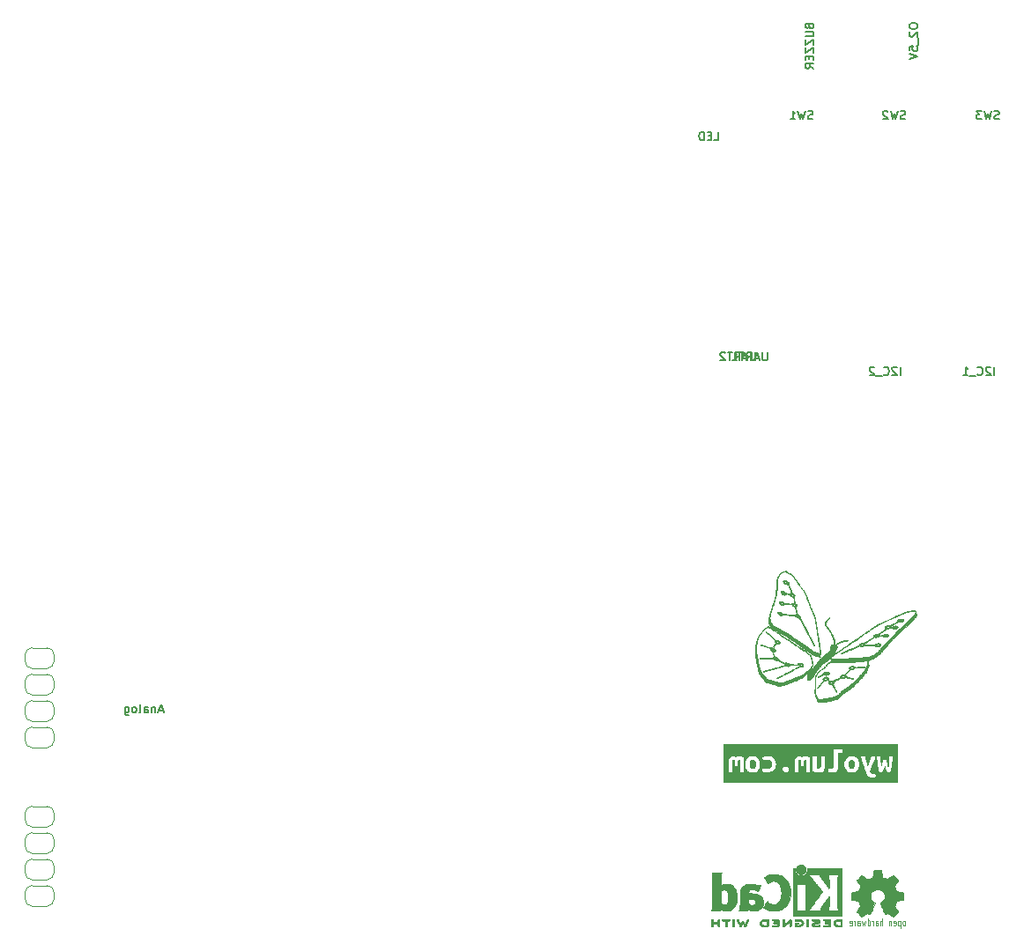
<source format=gbr>
%TF.GenerationSoftware,KiCad,Pcbnew,5.1.12-84ad8e8a86~92~ubuntu20.04.1*%
%TF.CreationDate,2021-11-30T13:36:37+05:30*%
%TF.ProjectId,vayuO2,76617975-4f32-42e6-9b69-6361645f7063,rev 3*%
%TF.SameCoordinates,Original*%
%TF.FileFunction,Legend,Bot*%
%TF.FilePolarity,Positive*%
%FSLAX46Y46*%
G04 Gerber Fmt 4.6, Leading zero omitted, Abs format (unit mm)*
G04 Created by KiCad (PCBNEW 5.1.12-84ad8e8a86~92~ubuntu20.04.1) date 2021-11-30 13:36:37*
%MOMM*%
%LPD*%
G01*
G04 APERTURE LIST*
%ADD10C,0.127000*%
%ADD11C,0.120000*%
%ADD12C,0.075000*%
%ADD13C,0.002540*%
%ADD14C,0.010000*%
%ADD15C,0.150000*%
%ADD16C,3.048000*%
%ADD17R,1.700000X1.700000*%
%ADD18O,1.700000X1.700000*%
%ADD19C,3.000000*%
%ADD20C,1.700000*%
%ADD21O,1.700000X2.000000*%
%ADD22O,2.000000X1.700000*%
%ADD23O,1.950000X1.700000*%
%ADD24O,2.600000X3.900000*%
%ADD25C,1.800000*%
%ADD26C,6.400000*%
%ADD27C,0.800000*%
%ADD28C,2.600000*%
%ADD29C,1.524000*%
%ADD30C,4.572000*%
G04 APERTURE END LIST*
D10*
G36*
X146319975Y-121779375D02*
G01*
X146302116Y-121960350D01*
X146248537Y-122103225D01*
X146155272Y-122196094D01*
X146018350Y-122227050D01*
X145884603Y-122196094D01*
X145788162Y-122103225D01*
X145729822Y-121960350D01*
X145710375Y-121779375D01*
X145728234Y-121598797D01*
X145781812Y-121457112D01*
X145875078Y-121365434D01*
X146012000Y-121334875D01*
X146145747Y-121365434D01*
X146242187Y-121457112D01*
X146300528Y-121598797D01*
X146319975Y-121779375D01*
G37*
G36*
X155844975Y-121779375D02*
G01*
X155827116Y-121960350D01*
X155773538Y-122103225D01*
X155680272Y-122196094D01*
X155543350Y-122227050D01*
X155409603Y-122196094D01*
X155313163Y-122103225D01*
X155254822Y-121960350D01*
X155235375Y-121779375D01*
X155253234Y-121598797D01*
X155306813Y-121457112D01*
X155400078Y-121365434D01*
X155537000Y-121334875D01*
X155670747Y-121365434D01*
X155767188Y-121457112D01*
X155825528Y-121598797D01*
X155844975Y-121779375D01*
G37*
G36*
X159474000Y-119828470D02*
G01*
X158891388Y-121514262D01*
X158848525Y-121334875D01*
X158565950Y-121334875D01*
X158526263Y-121514262D01*
X158481813Y-121695237D01*
X158431013Y-121892088D01*
X158365925Y-122115925D01*
X158348463Y-121973050D01*
X158334175Y-121836525D01*
X158322666Y-121703572D01*
X158313538Y-121571412D01*
X158300838Y-121307887D01*
X158295678Y-121173347D01*
X158289725Y-121033250D01*
X157956350Y-121033250D01*
X157975499Y-121247562D01*
X157998022Y-121455525D01*
X158023918Y-121657137D01*
X158053188Y-121852400D01*
X158096050Y-122097933D01*
X157549950Y-121828588D01*
X157618213Y-121643743D01*
X157683300Y-121449572D01*
X157745213Y-121246074D01*
X157803950Y-121033250D01*
X157397550Y-121033250D01*
X157332463Y-121284075D01*
X157294759Y-121417425D01*
X157254675Y-121550775D01*
X157212209Y-121682934D01*
X157167363Y-121812713D01*
X157073700Y-122052425D01*
X157007025Y-121812713D01*
X156972894Y-121683331D01*
X156940350Y-121552362D01*
X156908997Y-121420203D01*
X156878438Y-121287250D01*
X156822875Y-121033250D01*
X156422825Y-121033250D01*
X156481959Y-121240816D01*
X156538713Y-121444412D01*
X156595466Y-121643644D01*
X156654600Y-121838113D01*
X156716909Y-122028216D01*
X156783188Y-122214350D01*
X156854228Y-122396119D01*
X156129534Y-122233003D01*
X156191050Y-122098463D01*
X156229150Y-121945666D01*
X156241850Y-121776200D01*
X156228753Y-121609116D01*
X156189463Y-121457112D01*
X156126756Y-121322969D01*
X156043413Y-121209462D01*
X155940622Y-121118181D01*
X155819575Y-121050712D01*
X155683844Y-121009041D01*
X155537000Y-120995150D01*
X155388172Y-121009041D01*
X155252838Y-121050712D01*
X155132981Y-121118181D01*
X155030588Y-121209462D01*
X154947641Y-121322969D01*
X154886125Y-121457112D01*
X154848025Y-121609116D01*
X154835325Y-121776200D01*
X154848025Y-121945666D01*
X154886125Y-122098463D01*
X154947244Y-122233003D01*
X155029000Y-122347700D01*
X155130203Y-122440569D01*
X155249663Y-122509625D01*
X155385791Y-122552488D01*
X155537000Y-122566775D01*
X155688209Y-122552488D01*
X155824338Y-122509625D01*
X155944194Y-122440569D01*
X156046588Y-122347700D01*
X156129534Y-122233003D01*
X156854228Y-122396119D01*
X156930825Y-122573125D01*
X157049888Y-122792200D01*
X157180063Y-122943013D01*
X157338813Y-123030325D01*
X157543600Y-123058900D01*
X157722988Y-123043025D01*
X157857925Y-123001750D01*
X157784900Y-122674725D01*
X157672188Y-122714412D01*
X157565825Y-122725525D01*
X157381675Y-122649325D01*
X157270550Y-122468350D01*
X157363683Y-122273088D01*
X157456817Y-122059833D01*
X157549950Y-121828588D01*
X158096050Y-122097933D01*
X158142088Y-122322300D01*
X158191300Y-122525500D01*
X158486575Y-122525500D01*
X158551663Y-122344525D01*
X158608813Y-122184188D01*
X158662788Y-122022263D01*
X158718350Y-121836525D01*
X158775500Y-122019088D01*
X158827888Y-122179425D01*
X158883450Y-122341350D01*
X158953300Y-122525500D01*
X159248575Y-122525500D01*
X159285484Y-122378259D01*
X159320013Y-122215938D01*
X159352159Y-122040519D01*
X159381925Y-121853988D01*
X159408913Y-121658328D01*
X159432725Y-121455525D01*
X159454156Y-121246769D01*
X159474000Y-121033250D01*
X159140625Y-121033250D01*
X159131982Y-121215989D01*
X159122986Y-121395906D01*
X159113638Y-121573000D01*
X159101467Y-121750447D01*
X159084004Y-121931422D01*
X159061250Y-122115925D01*
X158989813Y-121892088D01*
X158935838Y-121695237D01*
X158891388Y-121514262D01*
X159474000Y-119828470D01*
X159986630Y-119828470D01*
X159986630Y-123571530D01*
X153701850Y-122560425D01*
X153935213Y-122520341D01*
X154095550Y-122400088D01*
X154188419Y-122202841D01*
X154219375Y-121931775D01*
X154219375Y-120664950D01*
X154632125Y-120664950D01*
X154632125Y-120341100D01*
X153828850Y-120341100D01*
X153828850Y-121960350D01*
X153768525Y-122166725D01*
X153616125Y-122220700D01*
X153419275Y-122188950D01*
X153314500Y-122147675D01*
X153263700Y-122462000D01*
X153306563Y-122484225D01*
X153393875Y-122517563D01*
X153525638Y-122547725D01*
X153701850Y-122560425D01*
X159986630Y-123571530D01*
X159474000Y-123571530D01*
X152365175Y-122560425D01*
X152532656Y-122547725D01*
X152666800Y-122509625D01*
X152852538Y-122365163D01*
X152946200Y-122144500D01*
X152965250Y-122011150D01*
X152971600Y-121865100D01*
X152971600Y-121033250D01*
X152581075Y-121033250D01*
X152581075Y-121814300D01*
X152568772Y-121994084D01*
X152531863Y-122120688D01*
X152339775Y-122220700D01*
X152161975Y-122204825D01*
X152161975Y-121033250D01*
X151768275Y-121033250D01*
X151768275Y-122474700D01*
X151887734Y-122503275D01*
X152030213Y-122531850D01*
X152190947Y-122553281D01*
X152365175Y-122560425D01*
X159474000Y-123571530D01*
X143726000Y-123571530D01*
X148904425Y-122274675D01*
X148990150Y-122487400D01*
X149187000Y-122560425D01*
X149294950Y-122541375D01*
X149385437Y-122485813D01*
X149448937Y-122396913D01*
X149472750Y-122274675D01*
X149448937Y-122155613D01*
X149385437Y-122068300D01*
X149294950Y-122014325D01*
X149187000Y-121995275D01*
X148990150Y-122068300D01*
X148904425Y-122274675D01*
X143726000Y-123571530D01*
X143213370Y-123571530D01*
X146916875Y-122487400D01*
X147116900Y-122539788D01*
X147244694Y-122555266D01*
X147393125Y-122560425D01*
X147605453Y-122545344D01*
X147785237Y-122500100D01*
X147934066Y-122428663D01*
X148053525Y-122335000D01*
X148144409Y-122220700D01*
X148207512Y-122087350D01*
X148244422Y-121938919D01*
X148256725Y-121779375D01*
X148244025Y-121622212D01*
X148205925Y-121474575D01*
X148141631Y-121340828D01*
X148050350Y-121225337D01*
X147931684Y-121130087D01*
X147785237Y-121057062D01*
X147609422Y-121010628D01*
X147402650Y-120995150D01*
X147161350Y-121014200D01*
X146942275Y-121077700D01*
X147028000Y-121392025D01*
X147169287Y-121352337D01*
X147367725Y-121334875D01*
X147601087Y-121368212D01*
X147751900Y-121460287D01*
X146703753Y-121609116D01*
X146664462Y-121457112D01*
X146601756Y-121322969D01*
X146518412Y-121209462D01*
X146415622Y-121118181D01*
X146294575Y-121050712D01*
X146158844Y-121009041D01*
X146012000Y-120995150D01*
X145863172Y-121009041D01*
X144132400Y-121017375D01*
X143929200Y-121055475D01*
X143803787Y-121169775D01*
X143741875Y-121361862D01*
X143729969Y-121487672D01*
X143726000Y-121633325D01*
X143726000Y-122525500D01*
X144043500Y-122525500D01*
X144043500Y-121614275D01*
X144054612Y-121471400D01*
X144083187Y-121388850D01*
X144124462Y-121350750D01*
X144173675Y-121341225D01*
X144234000Y-121345987D01*
X144291150Y-121363450D01*
X144275275Y-121496800D01*
X144268925Y-121658725D01*
X144268925Y-121957175D01*
X144586425Y-121957175D01*
X144586425Y-121614275D01*
X144616587Y-121401550D01*
X144713425Y-121341225D01*
X144759462Y-121344400D01*
X144811850Y-121353925D01*
X144811850Y-122525500D01*
X145129350Y-122525500D01*
X145129350Y-121090400D01*
X144884875Y-121036425D01*
X144672150Y-121017375D01*
X144524512Y-121038012D01*
X144411800Y-121106275D01*
X144284800Y-121044362D01*
X144132400Y-121017375D01*
X145863172Y-121009041D01*
X145727837Y-121050712D01*
X145607981Y-121118181D01*
X145505587Y-121209462D01*
X145422641Y-121322969D01*
X145361125Y-121457112D01*
X145323025Y-121609116D01*
X145310325Y-121776200D01*
X145323025Y-121945666D01*
X145361125Y-122098463D01*
X145422244Y-122233003D01*
X145504000Y-122347700D01*
X145605203Y-122440569D01*
X145724662Y-122509625D01*
X145860791Y-122552488D01*
X146012000Y-122566775D01*
X146163209Y-122552488D01*
X146299337Y-122509625D01*
X146419194Y-122440569D01*
X146521587Y-122347700D01*
X146604534Y-122233003D01*
X146666050Y-122098463D01*
X146704150Y-121945666D01*
X146716850Y-121776200D01*
X146703753Y-121609116D01*
X147751900Y-121460287D01*
X147834450Y-121601575D01*
X147859850Y-121779375D01*
X147830878Y-121963525D01*
X147743962Y-122103225D01*
X147587197Y-122191331D01*
X147348675Y-122220700D01*
X147156587Y-122208000D01*
X146974025Y-122166725D01*
X146916875Y-122487400D01*
X143213370Y-123571530D01*
X143213370Y-119828470D01*
X150482400Y-121017375D01*
X150279200Y-121055475D01*
X150153787Y-121169775D01*
X150091875Y-121361862D01*
X150079969Y-121487672D01*
X150076000Y-121633325D01*
X150076000Y-122525500D01*
X150393500Y-122525500D01*
X150393500Y-121614275D01*
X150404612Y-121471400D01*
X150433187Y-121388850D01*
X150474462Y-121350750D01*
X150523675Y-121341225D01*
X150584000Y-121345987D01*
X150641150Y-121363450D01*
X150625275Y-121496800D01*
X150618925Y-121658725D01*
X150618925Y-121957175D01*
X150936425Y-121957175D01*
X150936425Y-121614275D01*
X150966587Y-121401550D01*
X151063425Y-121341225D01*
X151109462Y-121344400D01*
X151161850Y-121353925D01*
X151161850Y-122525500D01*
X151479350Y-122525500D01*
X151479350Y-121090400D01*
X151234875Y-121036425D01*
X151022150Y-121017375D01*
X150874512Y-121038012D01*
X150761800Y-121106275D01*
X150634800Y-121044362D01*
X150482400Y-121017375D01*
X143213370Y-119828470D01*
X143726000Y-119828470D01*
X159474000Y-119828470D01*
G37*
D11*
X78200000Y-110570000D02*
X76800000Y-110570000D01*
X76100000Y-111270000D02*
X76100000Y-111870000D01*
X76800000Y-112570000D02*
X78200000Y-112570000D01*
X78900000Y-111870000D02*
X78900000Y-111270000D01*
X78900000Y-111270000D02*
G75*
G03*
X78200000Y-110570000I-700000J0D01*
G01*
X78200000Y-112570000D02*
G75*
G03*
X78900000Y-111870000I0J700000D01*
G01*
X76100000Y-111870000D02*
G75*
G03*
X76800000Y-112570000I700000J0D01*
G01*
X76800000Y-110570000D02*
G75*
G03*
X76100000Y-111270000I0J-700000D01*
G01*
X78200000Y-113110000D02*
X76800000Y-113110000D01*
X76100000Y-113810000D02*
X76100000Y-114410000D01*
X76800000Y-115110000D02*
X78200000Y-115110000D01*
X78900000Y-114410000D02*
X78900000Y-113810000D01*
X78900000Y-113810000D02*
G75*
G03*
X78200000Y-113110000I-700000J0D01*
G01*
X78200000Y-115110000D02*
G75*
G03*
X78900000Y-114410000I0J700000D01*
G01*
X76100000Y-114410000D02*
G75*
G03*
X76800000Y-115110000I700000J0D01*
G01*
X76800000Y-113110000D02*
G75*
G03*
X76100000Y-113810000I0J-700000D01*
G01*
X78200000Y-115650000D02*
X76800000Y-115650000D01*
X76100000Y-116350000D02*
X76100000Y-116950000D01*
X76800000Y-117650000D02*
X78200000Y-117650000D01*
X78900000Y-116950000D02*
X78900000Y-116350000D01*
X78900000Y-116350000D02*
G75*
G03*
X78200000Y-115650000I-700000J0D01*
G01*
X78200000Y-117650000D02*
G75*
G03*
X78900000Y-116950000I0J700000D01*
G01*
X76100000Y-116950000D02*
G75*
G03*
X76800000Y-117650000I700000J0D01*
G01*
X76800000Y-115650000D02*
G75*
G03*
X76100000Y-116350000I0J-700000D01*
G01*
X78200000Y-118190000D02*
X76800000Y-118190000D01*
X76100000Y-118890000D02*
X76100000Y-119490000D01*
X76800000Y-120190000D02*
X78200000Y-120190000D01*
X78900000Y-119490000D02*
X78900000Y-118890000D01*
X78900000Y-118890000D02*
G75*
G03*
X78200000Y-118190000I-700000J0D01*
G01*
X78200000Y-120190000D02*
G75*
G03*
X78900000Y-119490000I0J700000D01*
G01*
X76100000Y-119490000D02*
G75*
G03*
X76800000Y-120190000I700000J0D01*
G01*
X76800000Y-118190000D02*
G75*
G03*
X76100000Y-118890000I0J-700000D01*
G01*
X78200000Y-125810000D02*
X76800000Y-125810000D01*
X76100000Y-126510000D02*
X76100000Y-127110000D01*
X76800000Y-127810000D02*
X78200000Y-127810000D01*
X78900000Y-127110000D02*
X78900000Y-126510000D01*
X78900000Y-126510000D02*
G75*
G03*
X78200000Y-125810000I-700000J0D01*
G01*
X78200000Y-127810000D02*
G75*
G03*
X78900000Y-127110000I0J700000D01*
G01*
X76100000Y-127110000D02*
G75*
G03*
X76800000Y-127810000I700000J0D01*
G01*
X76800000Y-125810000D02*
G75*
G03*
X76100000Y-126510000I0J-700000D01*
G01*
X78200001Y-128350000D02*
X76800001Y-128350000D01*
X76100001Y-129050000D02*
X76100001Y-129650000D01*
X76800001Y-130350000D02*
X78200001Y-130350000D01*
X78900001Y-129650000D02*
X78900001Y-129050000D01*
X78900001Y-129050000D02*
G75*
G03*
X78200001Y-128350000I-700000J0D01*
G01*
X78200001Y-130350000D02*
G75*
G03*
X78900001Y-129650000I0J700000D01*
G01*
X76100001Y-129650000D02*
G75*
G03*
X76800001Y-130350000I700000J0D01*
G01*
X76800001Y-128350000D02*
G75*
G03*
X76100001Y-129050000I0J-700000D01*
G01*
X78200000Y-130890000D02*
X76800000Y-130890000D01*
X76100000Y-131590000D02*
X76100000Y-132190000D01*
X76800000Y-132890000D02*
X78200000Y-132890000D01*
X78900000Y-132190000D02*
X78900000Y-131590000D01*
X78900000Y-131590000D02*
G75*
G03*
X78200000Y-130890000I-700000J0D01*
G01*
X78200000Y-132890000D02*
G75*
G03*
X78900000Y-132190000I0J700000D01*
G01*
X76100000Y-132190000D02*
G75*
G03*
X76800000Y-132890000I700000J0D01*
G01*
X76800000Y-130890000D02*
G75*
G03*
X76100000Y-131590000I0J-700000D01*
G01*
X78200000Y-133430000D02*
X76800000Y-133430000D01*
X76100000Y-134130000D02*
X76100000Y-134730000D01*
X76800000Y-135430000D02*
X78200000Y-135430000D01*
X78900000Y-134730000D02*
X78900000Y-134130000D01*
X78900000Y-134130000D02*
G75*
G03*
X78200000Y-133430000I-700000J0D01*
G01*
X78200000Y-135430000D02*
G75*
G03*
X78900000Y-134730000I0J700000D01*
G01*
X76100000Y-134730000D02*
G75*
G03*
X76800000Y-135430000I700000J0D01*
G01*
X76800000Y-133430000D02*
G75*
G03*
X76100000Y-134130000I0J-700000D01*
G01*
D12*
X155840000Y-136820000D02*
X155840000Y-137280000D01*
X155750000Y-136820000D02*
X155700000Y-136820000D01*
X155800000Y-136850000D02*
X155750000Y-136820000D01*
X155820000Y-136870000D02*
X155800000Y-136850000D01*
X155840000Y-136940000D02*
X155820000Y-136870000D01*
X155400000Y-137280000D02*
X155350000Y-137250000D01*
X155500000Y-137280000D02*
X155400000Y-137280000D01*
X155540000Y-137250000D02*
X155500000Y-137280000D01*
X155560000Y-137180000D02*
X155540000Y-137250000D01*
X155560000Y-136910000D02*
X155560000Y-137180000D01*
X155530000Y-136850000D02*
X155560000Y-136910000D01*
X155490000Y-136820000D02*
X155530000Y-136850000D01*
X155390000Y-136820000D02*
X155490000Y-136820000D01*
X155350000Y-136860000D02*
X155390000Y-136820000D01*
X155330000Y-136930000D02*
X155350000Y-136860000D01*
X155330000Y-137050000D02*
X155330000Y-136930000D01*
X155330000Y-137050000D02*
X155560000Y-137050000D01*
X156080000Y-136910000D02*
X156080000Y-137280000D01*
X156110000Y-136850000D02*
X156080000Y-136910000D01*
X156150000Y-136820000D02*
X156110000Y-136850000D01*
X156250000Y-136820000D02*
X156150000Y-136820000D01*
X156300000Y-136850000D02*
X156250000Y-136820000D01*
X156240000Y-137010000D02*
X156290000Y-137040000D01*
X156120000Y-137010000D02*
X156240000Y-137010000D01*
X156080000Y-136980000D02*
X156120000Y-137010000D01*
X156130000Y-137280000D02*
X156080000Y-137240000D01*
X156250000Y-137280000D02*
X156130000Y-137280000D01*
X156300000Y-137240000D02*
X156250000Y-137280000D01*
X156320000Y-137180000D02*
X156300000Y-137240000D01*
X156320000Y-137110000D02*
X156320000Y-137180000D01*
X156290000Y-137040000D02*
X156320000Y-137110000D01*
X156870000Y-136820000D02*
X156770000Y-137280000D01*
X156770000Y-137280000D02*
X156680000Y-136940000D01*
X156680000Y-136940000D02*
X156580000Y-137280000D01*
X156580000Y-137280000D02*
X156480000Y-136820000D01*
X157060000Y-137250000D02*
X157100000Y-137280000D01*
X157100000Y-137280000D02*
X157210000Y-137280000D01*
X157210000Y-137280000D02*
X157250000Y-137250000D01*
X157250000Y-137250000D02*
X157270000Y-137220000D01*
X157270000Y-137220000D02*
X157300000Y-137150000D01*
X157300000Y-137150000D02*
X157300000Y-136950000D01*
X157300000Y-136950000D02*
X157270000Y-136880000D01*
X157270000Y-136880000D02*
X157250000Y-136850000D01*
X157250000Y-136850000D02*
X157190000Y-136810000D01*
X157190000Y-136810000D02*
X157120000Y-136810000D01*
X157120000Y-136810000D02*
X157060000Y-136850000D01*
X157060000Y-136580000D02*
X157060000Y-137280000D01*
X157580000Y-136940000D02*
X157560000Y-136870000D01*
X157560000Y-136870000D02*
X157540000Y-136850000D01*
X157540000Y-136850000D02*
X157490000Y-136820000D01*
X157490000Y-136820000D02*
X157440000Y-136820000D01*
X157580000Y-136820000D02*
X157580000Y-137280000D01*
X158030000Y-137040000D02*
X158060000Y-137110000D01*
X158060000Y-137110000D02*
X158060000Y-137180000D01*
X158060000Y-137180000D02*
X158040000Y-137240000D01*
X158040000Y-137240000D02*
X157990000Y-137280000D01*
X157990000Y-137280000D02*
X157870000Y-137280000D01*
X157870000Y-137280000D02*
X157820000Y-137240000D01*
X157820000Y-136980000D02*
X157860000Y-137010000D01*
X157860000Y-137010000D02*
X157980000Y-137010000D01*
X157980000Y-137010000D02*
X158030000Y-137040000D01*
X158040000Y-136850000D02*
X157990000Y-136820000D01*
X157990000Y-136820000D02*
X157890000Y-136820000D01*
X157890000Y-136820000D02*
X157850000Y-136850000D01*
X157850000Y-136850000D02*
X157820000Y-136910000D01*
X157820000Y-136910000D02*
X157820000Y-137280000D01*
X158490000Y-136890000D02*
X158470000Y-136850000D01*
X158470000Y-136850000D02*
X158420000Y-136820000D01*
X158420000Y-136820000D02*
X158340000Y-136820000D01*
X158340000Y-136820000D02*
X158300000Y-136850000D01*
X158300000Y-136850000D02*
X158280000Y-136910000D01*
X158280000Y-136910000D02*
X158280000Y-137280000D01*
X158490000Y-136580000D02*
X158490000Y-137280000D01*
X159540000Y-137050000D02*
X159770000Y-137050000D01*
X159320000Y-136880000D02*
X159300000Y-136850000D01*
X159300000Y-136850000D02*
X159260000Y-136820000D01*
X159260000Y-136820000D02*
X159170000Y-136820000D01*
X159170000Y-136820000D02*
X159130000Y-136850000D01*
X159130000Y-136850000D02*
X159110000Y-136910000D01*
X159110000Y-136910000D02*
X159110000Y-137280000D01*
X159320000Y-136820000D02*
X159320000Y-137280000D01*
X159540000Y-137050000D02*
X159540000Y-136930000D01*
X159540000Y-136930000D02*
X159560000Y-136860000D01*
X159560000Y-136860000D02*
X159600000Y-136820000D01*
X159600000Y-136820000D02*
X159700000Y-136820000D01*
X159700000Y-136820000D02*
X159740000Y-136850000D01*
X159740000Y-136850000D02*
X159770000Y-136910000D01*
X159770000Y-136910000D02*
X159770000Y-137180000D01*
X159770000Y-137180000D02*
X159750000Y-137250000D01*
X159750000Y-137250000D02*
X159710000Y-137280000D01*
X159710000Y-137280000D02*
X159610000Y-137280000D01*
X159610000Y-137280000D02*
X159560000Y-137250000D01*
X160200000Y-136850000D02*
X160160000Y-136820000D01*
X160160000Y-136820000D02*
X160060000Y-136820000D01*
X160060000Y-136820000D02*
X160020000Y-136850000D01*
X160020000Y-136850000D02*
X159990000Y-136880000D01*
X159990000Y-136880000D02*
X159970000Y-136940000D01*
X159970000Y-136940000D02*
X159970000Y-137160000D01*
X159970000Y-137160000D02*
X159990000Y-137220000D01*
X159990000Y-137220000D02*
X160010000Y-137250000D01*
X160010000Y-137250000D02*
X160050000Y-137280000D01*
X160050000Y-137280000D02*
X160150000Y-137280000D01*
X160150000Y-137280000D02*
X160200000Y-137250000D01*
X160200000Y-137520000D02*
X160200000Y-136820000D01*
X160510000Y-136820000D02*
X160590000Y-136820000D01*
X160590000Y-136820000D02*
X160630000Y-136850000D01*
X160630000Y-136850000D02*
X160650000Y-136880000D01*
X160650000Y-136880000D02*
X160680000Y-136950000D01*
X160590000Y-137280000D02*
X160510000Y-137280000D01*
X160510000Y-137280000D02*
X160460000Y-137250000D01*
X160460000Y-137250000D02*
X160440000Y-137220000D01*
X160440000Y-137220000D02*
X160420000Y-137150000D01*
X160420000Y-137150000D02*
X160420000Y-136950000D01*
X160420000Y-136950000D02*
X160440000Y-136890000D01*
X160440000Y-136890000D02*
X160460000Y-136860000D01*
X160460000Y-136860000D02*
X160510000Y-136820000D01*
X160680000Y-136950000D02*
X160680000Y-137150000D01*
X160680000Y-137150000D02*
X160660000Y-137210000D01*
X160660000Y-137210000D02*
X160640000Y-137240000D01*
X160640000Y-137240000D02*
X160590000Y-137280000D01*
D13*
G36*
X159513840Y-136445360D02*
G01*
X159488440Y-136430120D01*
X159430020Y-136394560D01*
X159346200Y-136338680D01*
X159247140Y-136272640D01*
X159148080Y-136206600D01*
X159066800Y-136153260D01*
X159010920Y-136115160D01*
X158985520Y-136102460D01*
X158972820Y-136107540D01*
X158927100Y-136130400D01*
X158858520Y-136165960D01*
X158817880Y-136186280D01*
X158756920Y-136211680D01*
X158723900Y-136219300D01*
X158718820Y-136209140D01*
X158695960Y-136160880D01*
X158660400Y-136079600D01*
X158614680Y-135970380D01*
X158558800Y-135843380D01*
X158502920Y-135708760D01*
X158444500Y-135569060D01*
X158388620Y-135434440D01*
X158340360Y-135315060D01*
X158299720Y-135218540D01*
X158274320Y-135149960D01*
X158264160Y-135122020D01*
X158266700Y-135114400D01*
X158299720Y-135083920D01*
X158353060Y-135043280D01*
X158472440Y-134946760D01*
X158589280Y-134801980D01*
X158660400Y-134636880D01*
X158683260Y-134451460D01*
X158662940Y-134281280D01*
X158596900Y-134118720D01*
X158482600Y-133971400D01*
X158342900Y-133862180D01*
X158180340Y-133793600D01*
X158000000Y-133770740D01*
X157827280Y-133791060D01*
X157659640Y-133857100D01*
X157512320Y-133968860D01*
X157448820Y-134039980D01*
X157362460Y-134189840D01*
X157314200Y-134347320D01*
X157309120Y-134387960D01*
X157316740Y-134563220D01*
X157367540Y-134733400D01*
X157461520Y-134883260D01*
X157591060Y-135007720D01*
X157606300Y-135017880D01*
X157664720Y-135063600D01*
X157705360Y-135094080D01*
X157735840Y-135119480D01*
X157512320Y-135657960D01*
X157476760Y-135741780D01*
X157415800Y-135889100D01*
X157362460Y-136016100D01*
X157319280Y-136117700D01*
X157288800Y-136183740D01*
X157276100Y-136211680D01*
X157276100Y-136214220D01*
X157255780Y-136216760D01*
X157215140Y-136201520D01*
X157138940Y-136165960D01*
X157090680Y-136140560D01*
X157032260Y-136112620D01*
X157006860Y-136102460D01*
X156984000Y-136115160D01*
X156930660Y-136150720D01*
X156849380Y-136204060D01*
X156752860Y-136267560D01*
X156661420Y-136331060D01*
X156577600Y-136386940D01*
X156516640Y-136425040D01*
X156486160Y-136442820D01*
X156481080Y-136442820D01*
X156455680Y-136427580D01*
X156407420Y-136386940D01*
X156333760Y-136318360D01*
X156229620Y-136214220D01*
X156214380Y-136198980D01*
X156128020Y-136112620D01*
X156059440Y-136038960D01*
X156013720Y-135988160D01*
X155995940Y-135965300D01*
X156011180Y-135934820D01*
X156049280Y-135873860D01*
X156105160Y-135787500D01*
X156173740Y-135688440D01*
X156351540Y-135429360D01*
X156255020Y-135185520D01*
X156224540Y-135109320D01*
X156186440Y-135020420D01*
X156158500Y-134954380D01*
X156143260Y-134926440D01*
X156117860Y-134916280D01*
X156049280Y-134901040D01*
X155952760Y-134880720D01*
X155838460Y-134860400D01*
X155726700Y-134840080D01*
X155627640Y-134819760D01*
X155556520Y-134807060D01*
X155523500Y-134799440D01*
X155515880Y-134794360D01*
X155508260Y-134779120D01*
X155505720Y-134746100D01*
X155503180Y-134685140D01*
X155500640Y-134591160D01*
X155500640Y-134451460D01*
X155500640Y-134436220D01*
X155503180Y-134306680D01*
X155505720Y-134200000D01*
X155508260Y-134133960D01*
X155513340Y-134106020D01*
X155543820Y-134098400D01*
X155614940Y-134083160D01*
X155714000Y-134065380D01*
X155833380Y-134042520D01*
X155841000Y-134039980D01*
X155957840Y-134017120D01*
X156056900Y-133996800D01*
X156128020Y-133981560D01*
X156155960Y-133971400D01*
X156163580Y-133963780D01*
X156186440Y-133918060D01*
X156219460Y-133844400D01*
X156260100Y-133755500D01*
X156298200Y-133661520D01*
X156331220Y-133577700D01*
X156354080Y-133516740D01*
X156361700Y-133488800D01*
X156359160Y-133486260D01*
X156341380Y-133458320D01*
X156300740Y-133397360D01*
X156244860Y-133313540D01*
X156176280Y-133211940D01*
X156171200Y-133204320D01*
X156102620Y-133105260D01*
X156046740Y-133018900D01*
X156011180Y-132960480D01*
X155995940Y-132932540D01*
X155995940Y-132930000D01*
X156018800Y-132899520D01*
X156069600Y-132843640D01*
X156143260Y-132767440D01*
X156229620Y-132678540D01*
X156257560Y-132653140D01*
X156356620Y-132556620D01*
X156422660Y-132495660D01*
X156465840Y-132462640D01*
X156486160Y-132455020D01*
X156516640Y-132472800D01*
X156580140Y-132513440D01*
X156663960Y-132571860D01*
X156765560Y-132640440D01*
X156773180Y-132645520D01*
X156872240Y-132714100D01*
X156956060Y-132769980D01*
X157014480Y-132810620D01*
X157042420Y-132825860D01*
X157044960Y-132825860D01*
X157085600Y-132813160D01*
X157156720Y-132787760D01*
X157245620Y-132754740D01*
X157337060Y-132716640D01*
X157420880Y-132681080D01*
X157484380Y-132653140D01*
X157514860Y-132635360D01*
X157525020Y-132599800D01*
X157542800Y-132523600D01*
X157563120Y-132422000D01*
X157588520Y-132300080D01*
X157591060Y-132279760D01*
X157613920Y-132160380D01*
X157631700Y-132061320D01*
X157646940Y-131992740D01*
X157654560Y-131964800D01*
X157669800Y-131962260D01*
X157728220Y-131957180D01*
X157817120Y-131954640D01*
X157926340Y-131954640D01*
X158038100Y-131954640D01*
X158147320Y-131957180D01*
X158241300Y-131959720D01*
X158309880Y-131964800D01*
X158337820Y-131969880D01*
X158337820Y-131972420D01*
X158347980Y-132010520D01*
X158365760Y-132084180D01*
X158386080Y-132188320D01*
X158408940Y-132310240D01*
X158414020Y-132333100D01*
X158436880Y-132449940D01*
X158457200Y-132549000D01*
X158469900Y-132615040D01*
X158477520Y-132642980D01*
X158490220Y-132648060D01*
X158538480Y-132668380D01*
X158617220Y-132701400D01*
X158716280Y-132742040D01*
X158944880Y-132833480D01*
X159226820Y-132642980D01*
X159252220Y-132625200D01*
X159353820Y-132556620D01*
X159435100Y-132500740D01*
X159493520Y-132462640D01*
X159516380Y-132449940D01*
X159518920Y-132449940D01*
X159546860Y-132475340D01*
X159602740Y-132528680D01*
X159678940Y-132602340D01*
X159767840Y-132688700D01*
X159831340Y-132754740D01*
X159910080Y-132833480D01*
X159958340Y-132886820D01*
X159986280Y-132919840D01*
X159993900Y-132940160D01*
X159991360Y-132955400D01*
X159973580Y-132983340D01*
X159932940Y-133044300D01*
X159874520Y-133130660D01*
X159805940Y-133229720D01*
X159750060Y-133313540D01*
X159689100Y-133407520D01*
X159651000Y-133473560D01*
X159635760Y-133506580D01*
X159640840Y-133519280D01*
X159658620Y-133575160D01*
X159694180Y-133658980D01*
X159734820Y-133758040D01*
X159833880Y-133979020D01*
X159978660Y-134006960D01*
X160067560Y-134024740D01*
X160189480Y-134047600D01*
X160308860Y-134070460D01*
X160491740Y-134106020D01*
X160499360Y-134781660D01*
X160471420Y-134794360D01*
X160443480Y-134801980D01*
X160374900Y-134817220D01*
X160278380Y-134837540D01*
X160161540Y-134857860D01*
X160065020Y-134875640D01*
X159965960Y-134895960D01*
X159894840Y-134908660D01*
X159864360Y-134916280D01*
X159854200Y-134926440D01*
X159831340Y-134974700D01*
X159795780Y-135050900D01*
X159755140Y-135142340D01*
X159717040Y-135236320D01*
X159681480Y-135325220D01*
X159658620Y-135391260D01*
X159648460Y-135424280D01*
X159661160Y-135452220D01*
X159699260Y-135510640D01*
X159752600Y-135591920D01*
X159821180Y-135690980D01*
X159887220Y-135787500D01*
X159945640Y-135871320D01*
X159983740Y-135932280D01*
X160001520Y-135960220D01*
X159991360Y-135978000D01*
X159953260Y-136026260D01*
X159879600Y-136102460D01*
X159767840Y-136211680D01*
X159750060Y-136229460D01*
X159663700Y-136313280D01*
X159590040Y-136381860D01*
X159536700Y-136427580D01*
X159513840Y-136445360D01*
G37*
X159513840Y-136445360D02*
X159488440Y-136430120D01*
X159430020Y-136394560D01*
X159346200Y-136338680D01*
X159247140Y-136272640D01*
X159148080Y-136206600D01*
X159066800Y-136153260D01*
X159010920Y-136115160D01*
X158985520Y-136102460D01*
X158972820Y-136107540D01*
X158927100Y-136130400D01*
X158858520Y-136165960D01*
X158817880Y-136186280D01*
X158756920Y-136211680D01*
X158723900Y-136219300D01*
X158718820Y-136209140D01*
X158695960Y-136160880D01*
X158660400Y-136079600D01*
X158614680Y-135970380D01*
X158558800Y-135843380D01*
X158502920Y-135708760D01*
X158444500Y-135569060D01*
X158388620Y-135434440D01*
X158340360Y-135315060D01*
X158299720Y-135218540D01*
X158274320Y-135149960D01*
X158264160Y-135122020D01*
X158266700Y-135114400D01*
X158299720Y-135083920D01*
X158353060Y-135043280D01*
X158472440Y-134946760D01*
X158589280Y-134801980D01*
X158660400Y-134636880D01*
X158683260Y-134451460D01*
X158662940Y-134281280D01*
X158596900Y-134118720D01*
X158482600Y-133971400D01*
X158342900Y-133862180D01*
X158180340Y-133793600D01*
X158000000Y-133770740D01*
X157827280Y-133791060D01*
X157659640Y-133857100D01*
X157512320Y-133968860D01*
X157448820Y-134039980D01*
X157362460Y-134189840D01*
X157314200Y-134347320D01*
X157309120Y-134387960D01*
X157316740Y-134563220D01*
X157367540Y-134733400D01*
X157461520Y-134883260D01*
X157591060Y-135007720D01*
X157606300Y-135017880D01*
X157664720Y-135063600D01*
X157705360Y-135094080D01*
X157735840Y-135119480D01*
X157512320Y-135657960D01*
X157476760Y-135741780D01*
X157415800Y-135889100D01*
X157362460Y-136016100D01*
X157319280Y-136117700D01*
X157288800Y-136183740D01*
X157276100Y-136211680D01*
X157276100Y-136214220D01*
X157255780Y-136216760D01*
X157215140Y-136201520D01*
X157138940Y-136165960D01*
X157090680Y-136140560D01*
X157032260Y-136112620D01*
X157006860Y-136102460D01*
X156984000Y-136115160D01*
X156930660Y-136150720D01*
X156849380Y-136204060D01*
X156752860Y-136267560D01*
X156661420Y-136331060D01*
X156577600Y-136386940D01*
X156516640Y-136425040D01*
X156486160Y-136442820D01*
X156481080Y-136442820D01*
X156455680Y-136427580D01*
X156407420Y-136386940D01*
X156333760Y-136318360D01*
X156229620Y-136214220D01*
X156214380Y-136198980D01*
X156128020Y-136112620D01*
X156059440Y-136038960D01*
X156013720Y-135988160D01*
X155995940Y-135965300D01*
X156011180Y-135934820D01*
X156049280Y-135873860D01*
X156105160Y-135787500D01*
X156173740Y-135688440D01*
X156351540Y-135429360D01*
X156255020Y-135185520D01*
X156224540Y-135109320D01*
X156186440Y-135020420D01*
X156158500Y-134954380D01*
X156143260Y-134926440D01*
X156117860Y-134916280D01*
X156049280Y-134901040D01*
X155952760Y-134880720D01*
X155838460Y-134860400D01*
X155726700Y-134840080D01*
X155627640Y-134819760D01*
X155556520Y-134807060D01*
X155523500Y-134799440D01*
X155515880Y-134794360D01*
X155508260Y-134779120D01*
X155505720Y-134746100D01*
X155503180Y-134685140D01*
X155500640Y-134591160D01*
X155500640Y-134451460D01*
X155500640Y-134436220D01*
X155503180Y-134306680D01*
X155505720Y-134200000D01*
X155508260Y-134133960D01*
X155513340Y-134106020D01*
X155543820Y-134098400D01*
X155614940Y-134083160D01*
X155714000Y-134065380D01*
X155833380Y-134042520D01*
X155841000Y-134039980D01*
X155957840Y-134017120D01*
X156056900Y-133996800D01*
X156128020Y-133981560D01*
X156155960Y-133971400D01*
X156163580Y-133963780D01*
X156186440Y-133918060D01*
X156219460Y-133844400D01*
X156260100Y-133755500D01*
X156298200Y-133661520D01*
X156331220Y-133577700D01*
X156354080Y-133516740D01*
X156361700Y-133488800D01*
X156359160Y-133486260D01*
X156341380Y-133458320D01*
X156300740Y-133397360D01*
X156244860Y-133313540D01*
X156176280Y-133211940D01*
X156171200Y-133204320D01*
X156102620Y-133105260D01*
X156046740Y-133018900D01*
X156011180Y-132960480D01*
X155995940Y-132932540D01*
X155995940Y-132930000D01*
X156018800Y-132899520D01*
X156069600Y-132843640D01*
X156143260Y-132767440D01*
X156229620Y-132678540D01*
X156257560Y-132653140D01*
X156356620Y-132556620D01*
X156422660Y-132495660D01*
X156465840Y-132462640D01*
X156486160Y-132455020D01*
X156516640Y-132472800D01*
X156580140Y-132513440D01*
X156663960Y-132571860D01*
X156765560Y-132640440D01*
X156773180Y-132645520D01*
X156872240Y-132714100D01*
X156956060Y-132769980D01*
X157014480Y-132810620D01*
X157042420Y-132825860D01*
X157044960Y-132825860D01*
X157085600Y-132813160D01*
X157156720Y-132787760D01*
X157245620Y-132754740D01*
X157337060Y-132716640D01*
X157420880Y-132681080D01*
X157484380Y-132653140D01*
X157514860Y-132635360D01*
X157525020Y-132599800D01*
X157542800Y-132523600D01*
X157563120Y-132422000D01*
X157588520Y-132300080D01*
X157591060Y-132279760D01*
X157613920Y-132160380D01*
X157631700Y-132061320D01*
X157646940Y-131992740D01*
X157654560Y-131964800D01*
X157669800Y-131962260D01*
X157728220Y-131957180D01*
X157817120Y-131954640D01*
X157926340Y-131954640D01*
X158038100Y-131954640D01*
X158147320Y-131957180D01*
X158241300Y-131959720D01*
X158309880Y-131964800D01*
X158337820Y-131969880D01*
X158337820Y-131972420D01*
X158347980Y-132010520D01*
X158365760Y-132084180D01*
X158386080Y-132188320D01*
X158408940Y-132310240D01*
X158414020Y-132333100D01*
X158436880Y-132449940D01*
X158457200Y-132549000D01*
X158469900Y-132615040D01*
X158477520Y-132642980D01*
X158490220Y-132648060D01*
X158538480Y-132668380D01*
X158617220Y-132701400D01*
X158716280Y-132742040D01*
X158944880Y-132833480D01*
X159226820Y-132642980D01*
X159252220Y-132625200D01*
X159353820Y-132556620D01*
X159435100Y-132500740D01*
X159493520Y-132462640D01*
X159516380Y-132449940D01*
X159518920Y-132449940D01*
X159546860Y-132475340D01*
X159602740Y-132528680D01*
X159678940Y-132602340D01*
X159767840Y-132688700D01*
X159831340Y-132754740D01*
X159910080Y-132833480D01*
X159958340Y-132886820D01*
X159986280Y-132919840D01*
X159993900Y-132940160D01*
X159991360Y-132955400D01*
X159973580Y-132983340D01*
X159932940Y-133044300D01*
X159874520Y-133130660D01*
X159805940Y-133229720D01*
X159750060Y-133313540D01*
X159689100Y-133407520D01*
X159651000Y-133473560D01*
X159635760Y-133506580D01*
X159640840Y-133519280D01*
X159658620Y-133575160D01*
X159694180Y-133658980D01*
X159734820Y-133758040D01*
X159833880Y-133979020D01*
X159978660Y-134006960D01*
X160067560Y-134024740D01*
X160189480Y-134047600D01*
X160308860Y-134070460D01*
X160491740Y-134106020D01*
X160499360Y-134781660D01*
X160471420Y-134794360D01*
X160443480Y-134801980D01*
X160374900Y-134817220D01*
X160278380Y-134837540D01*
X160161540Y-134857860D01*
X160065020Y-134875640D01*
X159965960Y-134895960D01*
X159894840Y-134908660D01*
X159864360Y-134916280D01*
X159854200Y-134926440D01*
X159831340Y-134974700D01*
X159795780Y-135050900D01*
X159755140Y-135142340D01*
X159717040Y-135236320D01*
X159681480Y-135325220D01*
X159658620Y-135391260D01*
X159648460Y-135424280D01*
X159661160Y-135452220D01*
X159699260Y-135510640D01*
X159752600Y-135591920D01*
X159821180Y-135690980D01*
X159887220Y-135787500D01*
X159945640Y-135871320D01*
X159983740Y-135932280D01*
X160001520Y-135960220D01*
X159991360Y-135978000D01*
X159953260Y-136026260D01*
X159879600Y-136102460D01*
X159767840Y-136211680D01*
X159750060Y-136229460D01*
X159663700Y-136313280D01*
X159590040Y-136381860D01*
X159536700Y-136427580D01*
X159513840Y-136445360D01*
D14*
G36*
X150573043Y-131426571D02*
G01*
X150476768Y-131450809D01*
X150390184Y-131493641D01*
X150315373Y-131553419D01*
X150254418Y-131628494D01*
X150209399Y-131717220D01*
X150183136Y-131813530D01*
X150177286Y-131910795D01*
X150192140Y-132004654D01*
X150225840Y-132092511D01*
X150276528Y-132171770D01*
X150342345Y-132239836D01*
X150421434Y-132294112D01*
X150511934Y-132332002D01*
X150563200Y-132344426D01*
X150607698Y-132351947D01*
X150641999Y-132354919D01*
X150674960Y-132353094D01*
X150715434Y-132346225D01*
X150748531Y-132339250D01*
X150841947Y-132307741D01*
X150925619Y-132256617D01*
X150997665Y-132187429D01*
X151056200Y-132101728D01*
X151070148Y-132074489D01*
X151086586Y-132038122D01*
X151096894Y-132007582D01*
X151102460Y-131975450D01*
X151104669Y-131934307D01*
X151104948Y-131888222D01*
X151100861Y-131803865D01*
X151087446Y-131734586D01*
X151062256Y-131673961D01*
X151022846Y-131615567D01*
X150984298Y-131571302D01*
X150912406Y-131505484D01*
X150837313Y-131460053D01*
X150754562Y-131432850D01*
X150676928Y-131422576D01*
X150573043Y-131426571D01*
G37*
X150573043Y-131426571D02*
X150476768Y-131450809D01*
X150390184Y-131493641D01*
X150315373Y-131553419D01*
X150254418Y-131628494D01*
X150209399Y-131717220D01*
X150183136Y-131813530D01*
X150177286Y-131910795D01*
X150192140Y-132004654D01*
X150225840Y-132092511D01*
X150276528Y-132171770D01*
X150342345Y-132239836D01*
X150421434Y-132294112D01*
X150511934Y-132332002D01*
X150563200Y-132344426D01*
X150607698Y-132351947D01*
X150641999Y-132354919D01*
X150674960Y-132353094D01*
X150715434Y-132346225D01*
X150748531Y-132339250D01*
X150841947Y-132307741D01*
X150925619Y-132256617D01*
X150997665Y-132187429D01*
X151056200Y-132101728D01*
X151070148Y-132074489D01*
X151086586Y-132038122D01*
X151096894Y-132007582D01*
X151102460Y-131975450D01*
X151104669Y-131934307D01*
X151104948Y-131888222D01*
X151100861Y-131803865D01*
X151087446Y-131734586D01*
X151062256Y-131673961D01*
X151022846Y-131615567D01*
X150984298Y-131571302D01*
X150912406Y-131505484D01*
X150837313Y-131460053D01*
X150754562Y-131432850D01*
X150676928Y-131422576D01*
X150573043Y-131426571D01*
G36*
X142113493Y-133872245D02*
G01*
X142113474Y-134106662D01*
X142113448Y-134319603D01*
X142113375Y-134512168D01*
X142113218Y-134685459D01*
X142112936Y-134840576D01*
X142112491Y-134978620D01*
X142111844Y-135100692D01*
X142110955Y-135207894D01*
X142109787Y-135301326D01*
X142108299Y-135382090D01*
X142106454Y-135451286D01*
X142104211Y-135510015D01*
X142101531Y-135559379D01*
X142098377Y-135600478D01*
X142094708Y-135634413D01*
X142090487Y-135662286D01*
X142085673Y-135685198D01*
X142080227Y-135704249D01*
X142074112Y-135720540D01*
X142067288Y-135735173D01*
X142059715Y-135749249D01*
X142051355Y-135763868D01*
X142046161Y-135772974D01*
X142011896Y-135833689D01*
X142870045Y-135833689D01*
X142870045Y-135737733D01*
X142870776Y-135694370D01*
X142872728Y-135661205D01*
X142875537Y-135643424D01*
X142876779Y-135641778D01*
X142888201Y-135648662D01*
X142910916Y-135666505D01*
X142933615Y-135685879D01*
X142988200Y-135726614D01*
X143057679Y-135767617D01*
X143134730Y-135805123D01*
X143212035Y-135835364D01*
X143242887Y-135845012D01*
X143311384Y-135859578D01*
X143394236Y-135869539D01*
X143483629Y-135874583D01*
X143571752Y-135874396D01*
X143650793Y-135868666D01*
X143688489Y-135862858D01*
X143826586Y-135824797D01*
X143953887Y-135767073D01*
X144069708Y-135690211D01*
X144173363Y-135594739D01*
X144264167Y-135481179D01*
X144330969Y-135370381D01*
X144385836Y-135253625D01*
X144427837Y-135134276D01*
X144457833Y-135008283D01*
X144476689Y-134871594D01*
X144485268Y-134720158D01*
X144485994Y-134642711D01*
X144483900Y-134585934D01*
X143654783Y-134585934D01*
X143654576Y-134679002D01*
X143651663Y-134766692D01*
X143646000Y-134843772D01*
X143637545Y-134905009D01*
X143634962Y-134917350D01*
X143603160Y-135024633D01*
X143561502Y-135111658D01*
X143509637Y-135178642D01*
X143447219Y-135225805D01*
X143373900Y-135253365D01*
X143289331Y-135261541D01*
X143193165Y-135250551D01*
X143129689Y-135234829D01*
X143080546Y-135216639D01*
X143026417Y-135190791D01*
X142985756Y-135167089D01*
X142915200Y-135120721D01*
X142915200Y-133970530D01*
X142982608Y-133926962D01*
X143061133Y-133886040D01*
X143145319Y-133859389D01*
X143230443Y-133847465D01*
X143311784Y-133850722D01*
X143384620Y-133869615D01*
X143416574Y-133885184D01*
X143474499Y-133928181D01*
X143523456Y-133984953D01*
X143564610Y-134057575D01*
X143599126Y-134148121D01*
X143628167Y-134258666D01*
X143629448Y-134264533D01*
X143639619Y-134326788D01*
X143647261Y-134404594D01*
X143652330Y-134492720D01*
X143654783Y-134585934D01*
X144483900Y-134585934D01*
X144478143Y-134429895D01*
X144456198Y-134234059D01*
X144420214Y-134055332D01*
X144370241Y-133893845D01*
X144306332Y-133749726D01*
X144228538Y-133623106D01*
X144136911Y-133514115D01*
X144031503Y-133422883D01*
X143986338Y-133391932D01*
X143885389Y-133335785D01*
X143782099Y-133296174D01*
X143672011Y-133272014D01*
X143550670Y-133262219D01*
X143458164Y-133263265D01*
X143328510Y-133274231D01*
X143215916Y-133296046D01*
X143117125Y-133329714D01*
X143028879Y-133376236D01*
X142980014Y-133410448D01*
X142950647Y-133432362D01*
X142928957Y-133447333D01*
X142920747Y-133451733D01*
X142919132Y-133440904D01*
X142917841Y-133410251D01*
X142916862Y-133362526D01*
X142916183Y-133300479D01*
X142915790Y-133226862D01*
X142915670Y-133144427D01*
X142915812Y-133055925D01*
X142916203Y-132964107D01*
X142916829Y-132871724D01*
X142917680Y-132781528D01*
X142918740Y-132696271D01*
X142919999Y-132618703D01*
X142921444Y-132551576D01*
X142923062Y-132497641D01*
X142924839Y-132459650D01*
X142925331Y-132452667D01*
X142932908Y-132382251D01*
X142944469Y-132327102D01*
X142962208Y-132279981D01*
X142988318Y-132233647D01*
X142994585Y-132224067D01*
X143019017Y-132187378D01*
X142113689Y-132187378D01*
X142113493Y-133872245D01*
G37*
X142113493Y-133872245D02*
X142113474Y-134106662D01*
X142113448Y-134319603D01*
X142113375Y-134512168D01*
X142113218Y-134685459D01*
X142112936Y-134840576D01*
X142112491Y-134978620D01*
X142111844Y-135100692D01*
X142110955Y-135207894D01*
X142109787Y-135301326D01*
X142108299Y-135382090D01*
X142106454Y-135451286D01*
X142104211Y-135510015D01*
X142101531Y-135559379D01*
X142098377Y-135600478D01*
X142094708Y-135634413D01*
X142090487Y-135662286D01*
X142085673Y-135685198D01*
X142080227Y-135704249D01*
X142074112Y-135720540D01*
X142067288Y-135735173D01*
X142059715Y-135749249D01*
X142051355Y-135763868D01*
X142046161Y-135772974D01*
X142011896Y-135833689D01*
X142870045Y-135833689D01*
X142870045Y-135737733D01*
X142870776Y-135694370D01*
X142872728Y-135661205D01*
X142875537Y-135643424D01*
X142876779Y-135641778D01*
X142888201Y-135648662D01*
X142910916Y-135666505D01*
X142933615Y-135685879D01*
X142988200Y-135726614D01*
X143057679Y-135767617D01*
X143134730Y-135805123D01*
X143212035Y-135835364D01*
X143242887Y-135845012D01*
X143311384Y-135859578D01*
X143394236Y-135869539D01*
X143483629Y-135874583D01*
X143571752Y-135874396D01*
X143650793Y-135868666D01*
X143688489Y-135862858D01*
X143826586Y-135824797D01*
X143953887Y-135767073D01*
X144069708Y-135690211D01*
X144173363Y-135594739D01*
X144264167Y-135481179D01*
X144330969Y-135370381D01*
X144385836Y-135253625D01*
X144427837Y-135134276D01*
X144457833Y-135008283D01*
X144476689Y-134871594D01*
X144485268Y-134720158D01*
X144485994Y-134642711D01*
X144483900Y-134585934D01*
X143654783Y-134585934D01*
X143654576Y-134679002D01*
X143651663Y-134766692D01*
X143646000Y-134843772D01*
X143637545Y-134905009D01*
X143634962Y-134917350D01*
X143603160Y-135024633D01*
X143561502Y-135111658D01*
X143509637Y-135178642D01*
X143447219Y-135225805D01*
X143373900Y-135253365D01*
X143289331Y-135261541D01*
X143193165Y-135250551D01*
X143129689Y-135234829D01*
X143080546Y-135216639D01*
X143026417Y-135190791D01*
X142985756Y-135167089D01*
X142915200Y-135120721D01*
X142915200Y-133970530D01*
X142982608Y-133926962D01*
X143061133Y-133886040D01*
X143145319Y-133859389D01*
X143230443Y-133847465D01*
X143311784Y-133850722D01*
X143384620Y-133869615D01*
X143416574Y-133885184D01*
X143474499Y-133928181D01*
X143523456Y-133984953D01*
X143564610Y-134057575D01*
X143599126Y-134148121D01*
X143628167Y-134258666D01*
X143629448Y-134264533D01*
X143639619Y-134326788D01*
X143647261Y-134404594D01*
X143652330Y-134492720D01*
X143654783Y-134585934D01*
X144483900Y-134585934D01*
X144478143Y-134429895D01*
X144456198Y-134234059D01*
X144420214Y-134055332D01*
X144370241Y-133893845D01*
X144306332Y-133749726D01*
X144228538Y-133623106D01*
X144136911Y-133514115D01*
X144031503Y-133422883D01*
X143986338Y-133391932D01*
X143885389Y-133335785D01*
X143782099Y-133296174D01*
X143672011Y-133272014D01*
X143550670Y-133262219D01*
X143458164Y-133263265D01*
X143328510Y-133274231D01*
X143215916Y-133296046D01*
X143117125Y-133329714D01*
X143028879Y-133376236D01*
X142980014Y-133410448D01*
X142950647Y-133432362D01*
X142928957Y-133447333D01*
X142920747Y-133451733D01*
X142919132Y-133440904D01*
X142917841Y-133410251D01*
X142916862Y-133362526D01*
X142916183Y-133300479D01*
X142915790Y-133226862D01*
X142915670Y-133144427D01*
X142915812Y-133055925D01*
X142916203Y-132964107D01*
X142916829Y-132871724D01*
X142917680Y-132781528D01*
X142918740Y-132696271D01*
X142919999Y-132618703D01*
X142921444Y-132551576D01*
X142923062Y-132497641D01*
X142924839Y-132459650D01*
X142925331Y-132452667D01*
X142932908Y-132382251D01*
X142944469Y-132327102D01*
X142962208Y-132279981D01*
X142988318Y-132233647D01*
X142994585Y-132224067D01*
X143019017Y-132187378D01*
X142113689Y-132187378D01*
X142113493Y-133872245D01*
G36*
X145626426Y-133266552D02*
G01*
X145474508Y-133286567D01*
X145339244Y-133320202D01*
X145219761Y-133367725D01*
X145115185Y-133429405D01*
X145037576Y-133492965D01*
X144968735Y-133567099D01*
X144914994Y-133646871D01*
X144872090Y-133739091D01*
X144856616Y-133782161D01*
X144843756Y-133821142D01*
X144832554Y-133857289D01*
X144822880Y-133892434D01*
X144814604Y-133928410D01*
X144807597Y-133967050D01*
X144801728Y-134010185D01*
X144796869Y-134059649D01*
X144792890Y-134117273D01*
X144789660Y-134184891D01*
X144787051Y-134264334D01*
X144784933Y-134357436D01*
X144783176Y-134466027D01*
X144781651Y-134591942D01*
X144780228Y-134737012D01*
X144778975Y-134879778D01*
X144777649Y-135035968D01*
X144776444Y-135171239D01*
X144775234Y-135287246D01*
X144773894Y-135385645D01*
X144772300Y-135468093D01*
X144770325Y-135536246D01*
X144767844Y-135591760D01*
X144764731Y-135636292D01*
X144760862Y-135671498D01*
X144756111Y-135699034D01*
X144750352Y-135720556D01*
X144743461Y-135737722D01*
X144735311Y-135752186D01*
X144725777Y-135765606D01*
X144714734Y-135779638D01*
X144710434Y-135785071D01*
X144694614Y-135807910D01*
X144687578Y-135823463D01*
X144687556Y-135823922D01*
X144698433Y-135826121D01*
X144729418Y-135828147D01*
X144778043Y-135829942D01*
X144841837Y-135831451D01*
X144918331Y-135832616D01*
X145005056Y-135833380D01*
X145099543Y-135833686D01*
X145110450Y-135833689D01*
X145533343Y-135833689D01*
X145536605Y-135737622D01*
X145539867Y-135641556D01*
X145601956Y-135692543D01*
X145699286Y-135760057D01*
X145809187Y-135814749D01*
X145895651Y-135844978D01*
X145964722Y-135859666D01*
X146048075Y-135869659D01*
X146137841Y-135874646D01*
X146226155Y-135874313D01*
X146305149Y-135868351D01*
X146341378Y-135862638D01*
X146481397Y-135824776D01*
X146607822Y-135769932D01*
X146719740Y-135698924D01*
X146816238Y-135612568D01*
X146896400Y-135511679D01*
X146959313Y-135397076D01*
X147003688Y-135270984D01*
X147016022Y-135214401D01*
X147023632Y-135152202D01*
X147027261Y-135077363D01*
X147027755Y-135043467D01*
X147027690Y-135040282D01*
X146267752Y-135040282D01*
X146258459Y-135115333D01*
X146230272Y-135179160D01*
X146181803Y-135234798D01*
X146176746Y-135239211D01*
X146128452Y-135274037D01*
X146076743Y-135296620D01*
X146016011Y-135308540D01*
X145940648Y-135311383D01*
X145922541Y-135310978D01*
X145868722Y-135308325D01*
X145828692Y-135302909D01*
X145793676Y-135292745D01*
X145754897Y-135275850D01*
X145744255Y-135270672D01*
X145683604Y-135234844D01*
X145636785Y-135192212D01*
X145624048Y-135176973D01*
X145579378Y-135120462D01*
X145579378Y-134924586D01*
X145579914Y-134845939D01*
X145581604Y-134787988D01*
X145584572Y-134748875D01*
X145588943Y-134726741D01*
X145593028Y-134720274D01*
X145608953Y-134717111D01*
X145642736Y-134714488D01*
X145689660Y-134712655D01*
X145745007Y-134711857D01*
X145753894Y-134711842D01*
X145874670Y-134717096D01*
X145977340Y-134733263D01*
X146063894Y-134760961D01*
X146136319Y-134800808D01*
X146191249Y-134847758D01*
X146235796Y-134905645D01*
X146260520Y-134968693D01*
X146267752Y-135040282D01*
X147027690Y-135040282D01*
X147025822Y-134949712D01*
X147017478Y-134870812D01*
X147001232Y-134799590D01*
X146975595Y-134728864D01*
X146951599Y-134676493D01*
X146892980Y-134581196D01*
X146814883Y-134493170D01*
X146719685Y-134414017D01*
X146609762Y-134345340D01*
X146487490Y-134288741D01*
X146355245Y-134245821D01*
X146290578Y-134230882D01*
X146154396Y-134208777D01*
X146005951Y-134194194D01*
X145854495Y-134187813D01*
X145727936Y-134189445D01*
X145566050Y-134196224D01*
X145573470Y-134137245D01*
X145592762Y-134038092D01*
X145623896Y-133957372D01*
X145667731Y-133894466D01*
X145725129Y-133848756D01*
X145796952Y-133819622D01*
X145884059Y-133806447D01*
X145987314Y-133808611D01*
X146025289Y-133812612D01*
X146166480Y-133837780D01*
X146303293Y-133878814D01*
X146397822Y-133916815D01*
X146442982Y-133936190D01*
X146481415Y-133951760D01*
X146507766Y-133961405D01*
X146515454Y-133963452D01*
X146525198Y-133954374D01*
X146541917Y-133925405D01*
X146565768Y-133876217D01*
X146596907Y-133806484D01*
X146635493Y-133715879D01*
X146642090Y-133700089D01*
X146672147Y-133627772D01*
X146699126Y-133562425D01*
X146721864Y-133506906D01*
X146739194Y-133464072D01*
X146749952Y-133436781D01*
X146753059Y-133427942D01*
X146743060Y-133423187D01*
X146716783Y-133417910D01*
X146688511Y-133414231D01*
X146658354Y-133409474D01*
X146610567Y-133400028D01*
X146549388Y-133386820D01*
X146479054Y-133370776D01*
X146403806Y-133352820D01*
X146375245Y-133345797D01*
X146270184Y-133320209D01*
X146182520Y-133300147D01*
X146107932Y-133284969D01*
X146042097Y-133274035D01*
X145980693Y-133266704D01*
X145919398Y-133262335D01*
X145853890Y-133260287D01*
X145795872Y-133259889D01*
X145626426Y-133266552D01*
G37*
X145626426Y-133266552D02*
X145474508Y-133286567D01*
X145339244Y-133320202D01*
X145219761Y-133367725D01*
X145115185Y-133429405D01*
X145037576Y-133492965D01*
X144968735Y-133567099D01*
X144914994Y-133646871D01*
X144872090Y-133739091D01*
X144856616Y-133782161D01*
X144843756Y-133821142D01*
X144832554Y-133857289D01*
X144822880Y-133892434D01*
X144814604Y-133928410D01*
X144807597Y-133967050D01*
X144801728Y-134010185D01*
X144796869Y-134059649D01*
X144792890Y-134117273D01*
X144789660Y-134184891D01*
X144787051Y-134264334D01*
X144784933Y-134357436D01*
X144783176Y-134466027D01*
X144781651Y-134591942D01*
X144780228Y-134737012D01*
X144778975Y-134879778D01*
X144777649Y-135035968D01*
X144776444Y-135171239D01*
X144775234Y-135287246D01*
X144773894Y-135385645D01*
X144772300Y-135468093D01*
X144770325Y-135536246D01*
X144767844Y-135591760D01*
X144764731Y-135636292D01*
X144760862Y-135671498D01*
X144756111Y-135699034D01*
X144750352Y-135720556D01*
X144743461Y-135737722D01*
X144735311Y-135752186D01*
X144725777Y-135765606D01*
X144714734Y-135779638D01*
X144710434Y-135785071D01*
X144694614Y-135807910D01*
X144687578Y-135823463D01*
X144687556Y-135823922D01*
X144698433Y-135826121D01*
X144729418Y-135828147D01*
X144778043Y-135829942D01*
X144841837Y-135831451D01*
X144918331Y-135832616D01*
X145005056Y-135833380D01*
X145099543Y-135833686D01*
X145110450Y-135833689D01*
X145533343Y-135833689D01*
X145536605Y-135737622D01*
X145539867Y-135641556D01*
X145601956Y-135692543D01*
X145699286Y-135760057D01*
X145809187Y-135814749D01*
X145895651Y-135844978D01*
X145964722Y-135859666D01*
X146048075Y-135869659D01*
X146137841Y-135874646D01*
X146226155Y-135874313D01*
X146305149Y-135868351D01*
X146341378Y-135862638D01*
X146481397Y-135824776D01*
X146607822Y-135769932D01*
X146719740Y-135698924D01*
X146816238Y-135612568D01*
X146896400Y-135511679D01*
X146959313Y-135397076D01*
X147003688Y-135270984D01*
X147016022Y-135214401D01*
X147023632Y-135152202D01*
X147027261Y-135077363D01*
X147027755Y-135043467D01*
X147027690Y-135040282D01*
X146267752Y-135040282D01*
X146258459Y-135115333D01*
X146230272Y-135179160D01*
X146181803Y-135234798D01*
X146176746Y-135239211D01*
X146128452Y-135274037D01*
X146076743Y-135296620D01*
X146016011Y-135308540D01*
X145940648Y-135311383D01*
X145922541Y-135310978D01*
X145868722Y-135308325D01*
X145828692Y-135302909D01*
X145793676Y-135292745D01*
X145754897Y-135275850D01*
X145744255Y-135270672D01*
X145683604Y-135234844D01*
X145636785Y-135192212D01*
X145624048Y-135176973D01*
X145579378Y-135120462D01*
X145579378Y-134924586D01*
X145579914Y-134845939D01*
X145581604Y-134787988D01*
X145584572Y-134748875D01*
X145588943Y-134726741D01*
X145593028Y-134720274D01*
X145608953Y-134717111D01*
X145642736Y-134714488D01*
X145689660Y-134712655D01*
X145745007Y-134711857D01*
X145753894Y-134711842D01*
X145874670Y-134717096D01*
X145977340Y-134733263D01*
X146063894Y-134760961D01*
X146136319Y-134800808D01*
X146191249Y-134847758D01*
X146235796Y-134905645D01*
X146260520Y-134968693D01*
X146267752Y-135040282D01*
X147027690Y-135040282D01*
X147025822Y-134949712D01*
X147017478Y-134870812D01*
X147001232Y-134799590D01*
X146975595Y-134728864D01*
X146951599Y-134676493D01*
X146892980Y-134581196D01*
X146814883Y-134493170D01*
X146719685Y-134414017D01*
X146609762Y-134345340D01*
X146487490Y-134288741D01*
X146355245Y-134245821D01*
X146290578Y-134230882D01*
X146154396Y-134208777D01*
X146005951Y-134194194D01*
X145854495Y-134187813D01*
X145727936Y-134189445D01*
X145566050Y-134196224D01*
X145573470Y-134137245D01*
X145592762Y-134038092D01*
X145623896Y-133957372D01*
X145667731Y-133894466D01*
X145725129Y-133848756D01*
X145796952Y-133819622D01*
X145884059Y-133806447D01*
X145987314Y-133808611D01*
X146025289Y-133812612D01*
X146166480Y-133837780D01*
X146303293Y-133878814D01*
X146397822Y-133916815D01*
X146442982Y-133936190D01*
X146481415Y-133951760D01*
X146507766Y-133961405D01*
X146515454Y-133963452D01*
X146525198Y-133954374D01*
X146541917Y-133925405D01*
X146565768Y-133876217D01*
X146596907Y-133806484D01*
X146635493Y-133715879D01*
X146642090Y-133700089D01*
X146672147Y-133627772D01*
X146699126Y-133562425D01*
X146721864Y-133506906D01*
X146739194Y-133464072D01*
X146749952Y-133436781D01*
X146753059Y-133427942D01*
X146743060Y-133423187D01*
X146716783Y-133417910D01*
X146688511Y-133414231D01*
X146658354Y-133409474D01*
X146610567Y-133400028D01*
X146549388Y-133386820D01*
X146479054Y-133370776D01*
X146403806Y-133352820D01*
X146375245Y-133345797D01*
X146270184Y-133320209D01*
X146182520Y-133300147D01*
X146107932Y-133284969D01*
X146042097Y-133274035D01*
X145980693Y-133266704D01*
X145919398Y-133262335D01*
X145853890Y-133260287D01*
X145795872Y-133259889D01*
X145626426Y-133266552D01*
G36*
X147971571Y-132349071D02*
G01*
X147811430Y-132370245D01*
X147647490Y-132410385D01*
X147477687Y-132469889D01*
X147299957Y-132549154D01*
X147288690Y-132554699D01*
X147230995Y-132582725D01*
X147179448Y-132606802D01*
X147137809Y-132625249D01*
X147109838Y-132636386D01*
X147100267Y-132638933D01*
X147081050Y-132643941D01*
X147076439Y-132648147D01*
X147081542Y-132658580D01*
X147097582Y-132684868D01*
X147122712Y-132724257D01*
X147155086Y-132773991D01*
X147192857Y-132831315D01*
X147234178Y-132893476D01*
X147277202Y-132957718D01*
X147320083Y-133021285D01*
X147360974Y-133081425D01*
X147398029Y-133135380D01*
X147429400Y-133180397D01*
X147453241Y-133213721D01*
X147467706Y-133232597D01*
X147469691Y-133234787D01*
X147479809Y-133230138D01*
X147502150Y-133212962D01*
X147532720Y-133186440D01*
X147548464Y-133171964D01*
X147644953Y-133096682D01*
X147751664Y-133041241D01*
X147867168Y-133006141D01*
X147990038Y-132991880D01*
X148059439Y-132993051D01*
X148180577Y-133010212D01*
X148289795Y-133046094D01*
X148387418Y-133100959D01*
X148473772Y-133175070D01*
X148549185Y-133268688D01*
X148613982Y-133382076D01*
X148651399Y-133468667D01*
X148695252Y-133604366D01*
X148727572Y-133751850D01*
X148748443Y-133907314D01*
X148757949Y-134066956D01*
X148756173Y-134226973D01*
X148743197Y-134383561D01*
X148719106Y-134532918D01*
X148683982Y-134671240D01*
X148637908Y-134794724D01*
X148621627Y-134828978D01*
X148553380Y-134943064D01*
X148472921Y-135039557D01*
X148381430Y-135117670D01*
X148280089Y-135176617D01*
X148170080Y-135215612D01*
X148052585Y-135233868D01*
X148011117Y-135235211D01*
X147889559Y-135224290D01*
X147769122Y-135191474D01*
X147651334Y-135137439D01*
X147537723Y-135062865D01*
X147446315Y-134984539D01*
X147399785Y-134940008D01*
X147218517Y-135237271D01*
X147173420Y-135311433D01*
X147132181Y-135379646D01*
X147096265Y-135439459D01*
X147067134Y-135488420D01*
X147046250Y-135524079D01*
X147035076Y-135543984D01*
X147033625Y-135547079D01*
X147041854Y-135556718D01*
X147067433Y-135573999D01*
X147107127Y-135597283D01*
X147157703Y-135624934D01*
X147215926Y-135655315D01*
X147278563Y-135686790D01*
X147342379Y-135717722D01*
X147404140Y-135746473D01*
X147460612Y-135771408D01*
X147508562Y-135790889D01*
X147532014Y-135799318D01*
X147665779Y-135837133D01*
X147803673Y-135862136D01*
X147951378Y-135875140D01*
X148078167Y-135877468D01*
X148146122Y-135876373D01*
X148211723Y-135874275D01*
X148269153Y-135871434D01*
X148312597Y-135868106D01*
X148326702Y-135866422D01*
X148465716Y-135837587D01*
X148607243Y-135792468D01*
X148744725Y-135733750D01*
X148871606Y-135664120D01*
X148949111Y-135611441D01*
X149076519Y-135503239D01*
X149194822Y-135376671D01*
X149301828Y-135234866D01*
X149395348Y-135080951D01*
X149473190Y-134918053D01*
X149517044Y-134800756D01*
X149567292Y-134617128D01*
X149600791Y-134422581D01*
X149617551Y-134221325D01*
X149617584Y-134017568D01*
X149600899Y-133815521D01*
X149567507Y-133619392D01*
X149517420Y-133433391D01*
X149513603Y-133421803D01*
X149450719Y-133259750D01*
X149373972Y-133111832D01*
X149280758Y-132973865D01*
X149168473Y-132841661D01*
X149124608Y-132796399D01*
X148988466Y-132672457D01*
X148848509Y-132569915D01*
X148702589Y-132487656D01*
X148548558Y-132424564D01*
X148384268Y-132379523D01*
X148288711Y-132362033D01*
X148129977Y-132346466D01*
X147971571Y-132349071D01*
G37*
X147971571Y-132349071D02*
X147811430Y-132370245D01*
X147647490Y-132410385D01*
X147477687Y-132469889D01*
X147299957Y-132549154D01*
X147288690Y-132554699D01*
X147230995Y-132582725D01*
X147179448Y-132606802D01*
X147137809Y-132625249D01*
X147109838Y-132636386D01*
X147100267Y-132638933D01*
X147081050Y-132643941D01*
X147076439Y-132648147D01*
X147081542Y-132658580D01*
X147097582Y-132684868D01*
X147122712Y-132724257D01*
X147155086Y-132773991D01*
X147192857Y-132831315D01*
X147234178Y-132893476D01*
X147277202Y-132957718D01*
X147320083Y-133021285D01*
X147360974Y-133081425D01*
X147398029Y-133135380D01*
X147429400Y-133180397D01*
X147453241Y-133213721D01*
X147467706Y-133232597D01*
X147469691Y-133234787D01*
X147479809Y-133230138D01*
X147502150Y-133212962D01*
X147532720Y-133186440D01*
X147548464Y-133171964D01*
X147644953Y-133096682D01*
X147751664Y-133041241D01*
X147867168Y-133006141D01*
X147990038Y-132991880D01*
X148059439Y-132993051D01*
X148180577Y-133010212D01*
X148289795Y-133046094D01*
X148387418Y-133100959D01*
X148473772Y-133175070D01*
X148549185Y-133268688D01*
X148613982Y-133382076D01*
X148651399Y-133468667D01*
X148695252Y-133604366D01*
X148727572Y-133751850D01*
X148748443Y-133907314D01*
X148757949Y-134066956D01*
X148756173Y-134226973D01*
X148743197Y-134383561D01*
X148719106Y-134532918D01*
X148683982Y-134671240D01*
X148637908Y-134794724D01*
X148621627Y-134828978D01*
X148553380Y-134943064D01*
X148472921Y-135039557D01*
X148381430Y-135117670D01*
X148280089Y-135176617D01*
X148170080Y-135215612D01*
X148052585Y-135233868D01*
X148011117Y-135235211D01*
X147889559Y-135224290D01*
X147769122Y-135191474D01*
X147651334Y-135137439D01*
X147537723Y-135062865D01*
X147446315Y-134984539D01*
X147399785Y-134940008D01*
X147218517Y-135237271D01*
X147173420Y-135311433D01*
X147132181Y-135379646D01*
X147096265Y-135439459D01*
X147067134Y-135488420D01*
X147046250Y-135524079D01*
X147035076Y-135543984D01*
X147033625Y-135547079D01*
X147041854Y-135556718D01*
X147067433Y-135573999D01*
X147107127Y-135597283D01*
X147157703Y-135624934D01*
X147215926Y-135655315D01*
X147278563Y-135686790D01*
X147342379Y-135717722D01*
X147404140Y-135746473D01*
X147460612Y-135771408D01*
X147508562Y-135790889D01*
X147532014Y-135799318D01*
X147665779Y-135837133D01*
X147803673Y-135862136D01*
X147951378Y-135875140D01*
X148078167Y-135877468D01*
X148146122Y-135876373D01*
X148211723Y-135874275D01*
X148269153Y-135871434D01*
X148312597Y-135868106D01*
X148326702Y-135866422D01*
X148465716Y-135837587D01*
X148607243Y-135792468D01*
X148744725Y-135733750D01*
X148871606Y-135664120D01*
X148949111Y-135611441D01*
X149076519Y-135503239D01*
X149194822Y-135376671D01*
X149301828Y-135234866D01*
X149395348Y-135080951D01*
X149473190Y-134918053D01*
X149517044Y-134800756D01*
X149567292Y-134617128D01*
X149600791Y-134422581D01*
X149617551Y-134221325D01*
X149617584Y-134017568D01*
X149600899Y-133815521D01*
X149567507Y-133619392D01*
X149517420Y-133433391D01*
X149513603Y-133421803D01*
X149450719Y-133259750D01*
X149373972Y-133111832D01*
X149280758Y-132973865D01*
X149168473Y-132841661D01*
X149124608Y-132796399D01*
X148988466Y-132672457D01*
X148848509Y-132569915D01*
X148702589Y-132487656D01*
X148548558Y-132424564D01*
X148384268Y-132379523D01*
X148288711Y-132362033D01*
X148129977Y-132346466D01*
X147971571Y-132349071D01*
G36*
X151246400Y-131889054D02*
G01*
X151235535Y-132002993D01*
X151203918Y-132110616D01*
X151153015Y-132209615D01*
X151084293Y-132297684D01*
X150999219Y-132372516D01*
X150902232Y-132430384D01*
X150795964Y-132470005D01*
X150688950Y-132488573D01*
X150583300Y-132487434D01*
X150481125Y-132467930D01*
X150384534Y-132431406D01*
X150295638Y-132379205D01*
X150216546Y-132312673D01*
X150149369Y-132233152D01*
X150096217Y-132141987D01*
X150059199Y-132040523D01*
X150040427Y-131930102D01*
X150038489Y-131880206D01*
X150038489Y-131792267D01*
X149986560Y-131792267D01*
X149950253Y-131795111D01*
X149923355Y-131806911D01*
X149896249Y-131830649D01*
X149857867Y-131869031D01*
X149857867Y-134060602D01*
X149857876Y-134322739D01*
X149857908Y-134563241D01*
X149857972Y-134783048D01*
X149858076Y-134983101D01*
X149858227Y-135164344D01*
X149858434Y-135327716D01*
X149858706Y-135474160D01*
X149859050Y-135604617D01*
X149859474Y-135720029D01*
X149859987Y-135821338D01*
X149860597Y-135909484D01*
X149861312Y-135985410D01*
X149862140Y-136050057D01*
X149863089Y-136104367D01*
X149864167Y-136149280D01*
X149865383Y-136185740D01*
X149866745Y-136214687D01*
X149868261Y-136237063D01*
X149869938Y-136253809D01*
X149871786Y-136265868D01*
X149873813Y-136274180D01*
X149876025Y-136279687D01*
X149877108Y-136281537D01*
X149881271Y-136288549D01*
X149884805Y-136294996D01*
X149888635Y-136300900D01*
X149893682Y-136306286D01*
X149900871Y-136311178D01*
X149911123Y-136315598D01*
X149925364Y-136319572D01*
X149944514Y-136323121D01*
X149969499Y-136326270D01*
X150001240Y-136329042D01*
X150040662Y-136331461D01*
X150088686Y-136333551D01*
X150146237Y-136335335D01*
X150214237Y-136336837D01*
X150293610Y-136338080D01*
X150385279Y-136339089D01*
X150490166Y-136339885D01*
X150609196Y-136340494D01*
X150743290Y-136340939D01*
X150893373Y-136341243D01*
X151060367Y-136341430D01*
X151245196Y-136341524D01*
X151448783Y-136341548D01*
X151672050Y-136341525D01*
X151915922Y-136341480D01*
X152181321Y-136341437D01*
X152219704Y-136341432D01*
X152486682Y-136341389D01*
X152732002Y-136341318D01*
X152956583Y-136341213D01*
X153161345Y-136341066D01*
X153347206Y-136340869D01*
X153515088Y-136340616D01*
X153665908Y-136340300D01*
X153800587Y-136339913D01*
X153920044Y-136339447D01*
X154025199Y-136338897D01*
X154116971Y-136338253D01*
X154196279Y-136337511D01*
X154264043Y-136336661D01*
X154321182Y-136335697D01*
X154368617Y-136334611D01*
X154407266Y-136333397D01*
X154438049Y-136332047D01*
X154461885Y-136330555D01*
X154479694Y-136328911D01*
X154492395Y-136327111D01*
X154500908Y-136325145D01*
X154505266Y-136323477D01*
X154513728Y-136319906D01*
X154521497Y-136317270D01*
X154528602Y-136314634D01*
X154535073Y-136311062D01*
X154540939Y-136305621D01*
X154546229Y-136297375D01*
X154550974Y-136285390D01*
X154555202Y-136268731D01*
X154558943Y-136246463D01*
X154562227Y-136217652D01*
X154565083Y-136181363D01*
X154567540Y-136136661D01*
X154569629Y-136082611D01*
X154571378Y-136018279D01*
X154572817Y-135942730D01*
X154573976Y-135855030D01*
X154574883Y-135754243D01*
X154575569Y-135639434D01*
X154576063Y-135509670D01*
X154576395Y-135364015D01*
X154576593Y-135201535D01*
X154576687Y-135021295D01*
X154576708Y-134822360D01*
X154576685Y-134603796D01*
X154576646Y-134364668D01*
X154576622Y-134104040D01*
X154576622Y-134061889D01*
X154576636Y-133798992D01*
X154576661Y-133557732D01*
X154576671Y-133337165D01*
X154576642Y-133136352D01*
X154576548Y-132954349D01*
X154576362Y-132790216D01*
X154576059Y-132643011D01*
X154575614Y-132511792D01*
X154575034Y-132401867D01*
X154272197Y-132401867D01*
X154232407Y-132459711D01*
X154221236Y-132475479D01*
X154211166Y-132489441D01*
X154202138Y-132502784D01*
X154194097Y-132516693D01*
X154186986Y-132532356D01*
X154180747Y-132550958D01*
X154175325Y-132573686D01*
X154170662Y-132601727D01*
X154166701Y-132636267D01*
X154163385Y-132678492D01*
X154160659Y-132729589D01*
X154158464Y-132790744D01*
X154156745Y-132863144D01*
X154155444Y-132947975D01*
X154154505Y-133046422D01*
X154153870Y-133159674D01*
X154153484Y-133288916D01*
X154153288Y-133435334D01*
X154153227Y-133600116D01*
X154153243Y-133784447D01*
X154153280Y-133989513D01*
X154153289Y-134112133D01*
X154153265Y-134329082D01*
X154153231Y-134524642D01*
X154153243Y-134699999D01*
X154153358Y-134856341D01*
X154153630Y-134994857D01*
X154154118Y-135116734D01*
X154154876Y-135223160D01*
X154155962Y-135315322D01*
X154157431Y-135394409D01*
X154159340Y-135461608D01*
X154161744Y-135518107D01*
X154164701Y-135565093D01*
X154168266Y-135603755D01*
X154172495Y-135635280D01*
X154177446Y-135660855D01*
X154183173Y-135681670D01*
X154189733Y-135698911D01*
X154197183Y-135713765D01*
X154205579Y-135727422D01*
X154214976Y-135741069D01*
X154225432Y-135755893D01*
X154231523Y-135764783D01*
X154270296Y-135822400D01*
X153738732Y-135822400D01*
X153615483Y-135822365D01*
X153512987Y-135822215D01*
X153429420Y-135821878D01*
X153362956Y-135821286D01*
X153311771Y-135820367D01*
X153274041Y-135819051D01*
X153247940Y-135817269D01*
X153231644Y-135814951D01*
X153223328Y-135812026D01*
X153221168Y-135808424D01*
X153223339Y-135804075D01*
X153224535Y-135802645D01*
X153249685Y-135765573D01*
X153275583Y-135712772D01*
X153299192Y-135650770D01*
X153307461Y-135624357D01*
X153312078Y-135606416D01*
X153315979Y-135585355D01*
X153319248Y-135559089D01*
X153321966Y-135525532D01*
X153324215Y-135482599D01*
X153326077Y-135428204D01*
X153327636Y-135360262D01*
X153328972Y-135276688D01*
X153330169Y-135175395D01*
X153331308Y-135054300D01*
X153331685Y-135009600D01*
X153332702Y-134884449D01*
X153333460Y-134780082D01*
X153333903Y-134694707D01*
X153333970Y-134626533D01*
X153333605Y-134573765D01*
X153332748Y-134534614D01*
X153331341Y-134507285D01*
X153329325Y-134489986D01*
X153326643Y-134480926D01*
X153323236Y-134478312D01*
X153319044Y-134480351D01*
X153314571Y-134484667D01*
X153304216Y-134497602D01*
X153282158Y-134526676D01*
X153249957Y-134569759D01*
X153209174Y-134624718D01*
X153161370Y-134689423D01*
X153108105Y-134761742D01*
X153050940Y-134839544D01*
X152991437Y-134920698D01*
X152931155Y-135003072D01*
X152871655Y-135084536D01*
X152814498Y-135162957D01*
X152761245Y-135236204D01*
X152713457Y-135302147D01*
X152672693Y-135358654D01*
X152640516Y-135403593D01*
X152618485Y-135434834D01*
X152613917Y-135441466D01*
X152590996Y-135478369D01*
X152564188Y-135526359D01*
X152538789Y-135575897D01*
X152535568Y-135582577D01*
X152513890Y-135630772D01*
X152501304Y-135668334D01*
X152495574Y-135704160D01*
X152494456Y-135746200D01*
X152495090Y-135822400D01*
X151340651Y-135822400D01*
X151431815Y-135728669D01*
X151478612Y-135678775D01*
X151528899Y-135622295D01*
X151574944Y-135568026D01*
X151595369Y-135542673D01*
X151625807Y-135503128D01*
X151665862Y-135449916D01*
X151714361Y-135384667D01*
X151770135Y-135309011D01*
X151832011Y-135224577D01*
X151898819Y-135132994D01*
X151969387Y-135035892D01*
X152042545Y-134934901D01*
X152117121Y-134831650D01*
X152191944Y-134727768D01*
X152265843Y-134624885D01*
X152337646Y-134524631D01*
X152406184Y-134428636D01*
X152470284Y-134338527D01*
X152528775Y-134255936D01*
X152580486Y-134182492D01*
X152624247Y-134119824D01*
X152658885Y-134069561D01*
X152683230Y-134033334D01*
X152696111Y-134012771D01*
X152697869Y-134008668D01*
X152689910Y-133997342D01*
X152669115Y-133970162D01*
X152636847Y-133928829D01*
X152594470Y-133875044D01*
X152543347Y-133810506D01*
X152484841Y-133736918D01*
X152420314Y-133655978D01*
X152351131Y-133569388D01*
X152278653Y-133478848D01*
X152204246Y-133386060D01*
X152144517Y-133311702D01*
X151133511Y-133311702D01*
X151127602Y-133324659D01*
X151113272Y-133346908D01*
X151112225Y-133348391D01*
X151093438Y-133378544D01*
X151073791Y-133415375D01*
X151069892Y-133423511D01*
X151066356Y-133431940D01*
X151063230Y-133442059D01*
X151060486Y-133455260D01*
X151058092Y-133472938D01*
X151056019Y-133496484D01*
X151054235Y-133527293D01*
X151052712Y-133566757D01*
X151051419Y-133616269D01*
X151050326Y-133677223D01*
X151049403Y-133751011D01*
X151048619Y-133839028D01*
X151047945Y-133942665D01*
X151047350Y-134063316D01*
X151046805Y-134202374D01*
X151046279Y-134361232D01*
X151045745Y-134540089D01*
X151045206Y-134725207D01*
X151044772Y-134889145D01*
X151044509Y-135033303D01*
X151044484Y-135159079D01*
X151044765Y-135267871D01*
X151045419Y-135361077D01*
X151046514Y-135440097D01*
X151048118Y-135506328D01*
X151050297Y-135561170D01*
X151053119Y-135606021D01*
X151056651Y-135642278D01*
X151060961Y-135671341D01*
X151066117Y-135694609D01*
X151072185Y-135713479D01*
X151079233Y-135729351D01*
X151087329Y-135743622D01*
X151096540Y-135757691D01*
X151105040Y-135770158D01*
X151122176Y-135796452D01*
X151132322Y-135814037D01*
X151133511Y-135817257D01*
X151122604Y-135818334D01*
X151091411Y-135819335D01*
X151042223Y-135820235D01*
X150977333Y-135821010D01*
X150899030Y-135821637D01*
X150809607Y-135822091D01*
X150711356Y-135822349D01*
X150642445Y-135822400D01*
X150537452Y-135822180D01*
X150440610Y-135821548D01*
X150354107Y-135820549D01*
X150280132Y-135819227D01*
X150220874Y-135817626D01*
X150178520Y-135815791D01*
X150155260Y-135813765D01*
X150151378Y-135812493D01*
X150159076Y-135797591D01*
X150167074Y-135789560D01*
X150180246Y-135772434D01*
X150197485Y-135742183D01*
X150209407Y-135717622D01*
X150236045Y-135658711D01*
X150239120Y-134481845D01*
X150242195Y-133304978D01*
X150687853Y-133304978D01*
X150785670Y-133305142D01*
X150876064Y-133305611D01*
X150956630Y-133306347D01*
X151024962Y-133307316D01*
X151078656Y-133308480D01*
X151115305Y-133309803D01*
X151132504Y-133311249D01*
X151133511Y-133311702D01*
X152144517Y-133311702D01*
X152129270Y-133292722D01*
X152055090Y-133200537D01*
X151983069Y-133111204D01*
X151914569Y-133026424D01*
X151850955Y-132947898D01*
X151793588Y-132877326D01*
X151743833Y-132816409D01*
X151703052Y-132766847D01*
X151685888Y-132746178D01*
X151599596Y-132645516D01*
X151522997Y-132562259D01*
X151454183Y-132494438D01*
X151391248Y-132440089D01*
X151381867Y-132432722D01*
X151342356Y-132402117D01*
X152474116Y-132401867D01*
X152468827Y-132449844D01*
X152472130Y-132507188D01*
X152493661Y-132575463D01*
X152533635Y-132655212D01*
X152578943Y-132727495D01*
X152595161Y-132750140D01*
X152623214Y-132787696D01*
X152661430Y-132838021D01*
X152708137Y-132898973D01*
X152761661Y-132968411D01*
X152820331Y-133044194D01*
X152882475Y-133124180D01*
X152946421Y-133206228D01*
X153010495Y-133288196D01*
X153073027Y-133367943D01*
X153132343Y-133443327D01*
X153186771Y-133512207D01*
X153234639Y-133572442D01*
X153274275Y-133621889D01*
X153304006Y-133658408D01*
X153322161Y-133679858D01*
X153325220Y-133683156D01*
X153328079Y-133675149D01*
X153330293Y-133644855D01*
X153331857Y-133592556D01*
X153332767Y-133518531D01*
X153333020Y-133423063D01*
X153332613Y-133306434D01*
X153331704Y-133186445D01*
X153330382Y-133054333D01*
X153328857Y-132942594D01*
X153326881Y-132849025D01*
X153324206Y-132771419D01*
X153320582Y-132707574D01*
X153315761Y-132655283D01*
X153309494Y-132612344D01*
X153301532Y-132576551D01*
X153291627Y-132545700D01*
X153279531Y-132517586D01*
X153264993Y-132490005D01*
X153250311Y-132464966D01*
X153212314Y-132401867D01*
X154272197Y-132401867D01*
X154575034Y-132401867D01*
X154575001Y-132395617D01*
X154574195Y-132293544D01*
X154573170Y-132204633D01*
X154571900Y-132127941D01*
X154570360Y-132062527D01*
X154568524Y-132007449D01*
X154566367Y-131961765D01*
X154563863Y-131924534D01*
X154560987Y-131894813D01*
X154557713Y-131871662D01*
X154554015Y-131854139D01*
X154549869Y-131841301D01*
X154545247Y-131832208D01*
X154540126Y-131825918D01*
X154534478Y-131821488D01*
X154528279Y-131817978D01*
X154521504Y-131814445D01*
X154515508Y-131810876D01*
X154510275Y-131808300D01*
X154502099Y-131805972D01*
X154489886Y-131803878D01*
X154472541Y-131802007D01*
X154448969Y-131800347D01*
X154418077Y-131798884D01*
X154378768Y-131797608D01*
X154329950Y-131796504D01*
X154270527Y-131795561D01*
X154199404Y-131794767D01*
X154115488Y-131794109D01*
X154017683Y-131793575D01*
X153904894Y-131793153D01*
X153776029Y-131792829D01*
X153629991Y-131792592D01*
X153465686Y-131792430D01*
X153282020Y-131792330D01*
X153077897Y-131792280D01*
X152866753Y-131792267D01*
X151246400Y-131792267D01*
X151246400Y-131889054D01*
G37*
X151246400Y-131889054D02*
X151235535Y-132002993D01*
X151203918Y-132110616D01*
X151153015Y-132209615D01*
X151084293Y-132297684D01*
X150999219Y-132372516D01*
X150902232Y-132430384D01*
X150795964Y-132470005D01*
X150688950Y-132488573D01*
X150583300Y-132487434D01*
X150481125Y-132467930D01*
X150384534Y-132431406D01*
X150295638Y-132379205D01*
X150216546Y-132312673D01*
X150149369Y-132233152D01*
X150096217Y-132141987D01*
X150059199Y-132040523D01*
X150040427Y-131930102D01*
X150038489Y-131880206D01*
X150038489Y-131792267D01*
X149986560Y-131792267D01*
X149950253Y-131795111D01*
X149923355Y-131806911D01*
X149896249Y-131830649D01*
X149857867Y-131869031D01*
X149857867Y-134060602D01*
X149857876Y-134322739D01*
X149857908Y-134563241D01*
X149857972Y-134783048D01*
X149858076Y-134983101D01*
X149858227Y-135164344D01*
X149858434Y-135327716D01*
X149858706Y-135474160D01*
X149859050Y-135604617D01*
X149859474Y-135720029D01*
X149859987Y-135821338D01*
X149860597Y-135909484D01*
X149861312Y-135985410D01*
X149862140Y-136050057D01*
X149863089Y-136104367D01*
X149864167Y-136149280D01*
X149865383Y-136185740D01*
X149866745Y-136214687D01*
X149868261Y-136237063D01*
X149869938Y-136253809D01*
X149871786Y-136265868D01*
X149873813Y-136274180D01*
X149876025Y-136279687D01*
X149877108Y-136281537D01*
X149881271Y-136288549D01*
X149884805Y-136294996D01*
X149888635Y-136300900D01*
X149893682Y-136306286D01*
X149900871Y-136311178D01*
X149911123Y-136315598D01*
X149925364Y-136319572D01*
X149944514Y-136323121D01*
X149969499Y-136326270D01*
X150001240Y-136329042D01*
X150040662Y-136331461D01*
X150088686Y-136333551D01*
X150146237Y-136335335D01*
X150214237Y-136336837D01*
X150293610Y-136338080D01*
X150385279Y-136339089D01*
X150490166Y-136339885D01*
X150609196Y-136340494D01*
X150743290Y-136340939D01*
X150893373Y-136341243D01*
X151060367Y-136341430D01*
X151245196Y-136341524D01*
X151448783Y-136341548D01*
X151672050Y-136341525D01*
X151915922Y-136341480D01*
X152181321Y-136341437D01*
X152219704Y-136341432D01*
X152486682Y-136341389D01*
X152732002Y-136341318D01*
X152956583Y-136341213D01*
X153161345Y-136341066D01*
X153347206Y-136340869D01*
X153515088Y-136340616D01*
X153665908Y-136340300D01*
X153800587Y-136339913D01*
X153920044Y-136339447D01*
X154025199Y-136338897D01*
X154116971Y-136338253D01*
X154196279Y-136337511D01*
X154264043Y-136336661D01*
X154321182Y-136335697D01*
X154368617Y-136334611D01*
X154407266Y-136333397D01*
X154438049Y-136332047D01*
X154461885Y-136330555D01*
X154479694Y-136328911D01*
X154492395Y-136327111D01*
X154500908Y-136325145D01*
X154505266Y-136323477D01*
X154513728Y-136319906D01*
X154521497Y-136317270D01*
X154528602Y-136314634D01*
X154535073Y-136311062D01*
X154540939Y-136305621D01*
X154546229Y-136297375D01*
X154550974Y-136285390D01*
X154555202Y-136268731D01*
X154558943Y-136246463D01*
X154562227Y-136217652D01*
X154565083Y-136181363D01*
X154567540Y-136136661D01*
X154569629Y-136082611D01*
X154571378Y-136018279D01*
X154572817Y-135942730D01*
X154573976Y-135855030D01*
X154574883Y-135754243D01*
X154575569Y-135639434D01*
X154576063Y-135509670D01*
X154576395Y-135364015D01*
X154576593Y-135201535D01*
X154576687Y-135021295D01*
X154576708Y-134822360D01*
X154576685Y-134603796D01*
X154576646Y-134364668D01*
X154576622Y-134104040D01*
X154576622Y-134061889D01*
X154576636Y-133798992D01*
X154576661Y-133557732D01*
X154576671Y-133337165D01*
X154576642Y-133136352D01*
X154576548Y-132954349D01*
X154576362Y-132790216D01*
X154576059Y-132643011D01*
X154575614Y-132511792D01*
X154575034Y-132401867D01*
X154272197Y-132401867D01*
X154232407Y-132459711D01*
X154221236Y-132475479D01*
X154211166Y-132489441D01*
X154202138Y-132502784D01*
X154194097Y-132516693D01*
X154186986Y-132532356D01*
X154180747Y-132550958D01*
X154175325Y-132573686D01*
X154170662Y-132601727D01*
X154166701Y-132636267D01*
X154163385Y-132678492D01*
X154160659Y-132729589D01*
X154158464Y-132790744D01*
X154156745Y-132863144D01*
X154155444Y-132947975D01*
X154154505Y-133046422D01*
X154153870Y-133159674D01*
X154153484Y-133288916D01*
X154153288Y-133435334D01*
X154153227Y-133600116D01*
X154153243Y-133784447D01*
X154153280Y-133989513D01*
X154153289Y-134112133D01*
X154153265Y-134329082D01*
X154153231Y-134524642D01*
X154153243Y-134699999D01*
X154153358Y-134856341D01*
X154153630Y-134994857D01*
X154154118Y-135116734D01*
X154154876Y-135223160D01*
X154155962Y-135315322D01*
X154157431Y-135394409D01*
X154159340Y-135461608D01*
X154161744Y-135518107D01*
X154164701Y-135565093D01*
X154168266Y-135603755D01*
X154172495Y-135635280D01*
X154177446Y-135660855D01*
X154183173Y-135681670D01*
X154189733Y-135698911D01*
X154197183Y-135713765D01*
X154205579Y-135727422D01*
X154214976Y-135741069D01*
X154225432Y-135755893D01*
X154231523Y-135764783D01*
X154270296Y-135822400D01*
X153738732Y-135822400D01*
X153615483Y-135822365D01*
X153512987Y-135822215D01*
X153429420Y-135821878D01*
X153362956Y-135821286D01*
X153311771Y-135820367D01*
X153274041Y-135819051D01*
X153247940Y-135817269D01*
X153231644Y-135814951D01*
X153223328Y-135812026D01*
X153221168Y-135808424D01*
X153223339Y-135804075D01*
X153224535Y-135802645D01*
X153249685Y-135765573D01*
X153275583Y-135712772D01*
X153299192Y-135650770D01*
X153307461Y-135624357D01*
X153312078Y-135606416D01*
X153315979Y-135585355D01*
X153319248Y-135559089D01*
X153321966Y-135525532D01*
X153324215Y-135482599D01*
X153326077Y-135428204D01*
X153327636Y-135360262D01*
X153328972Y-135276688D01*
X153330169Y-135175395D01*
X153331308Y-135054300D01*
X153331685Y-135009600D01*
X153332702Y-134884449D01*
X153333460Y-134780082D01*
X153333903Y-134694707D01*
X153333970Y-134626533D01*
X153333605Y-134573765D01*
X153332748Y-134534614D01*
X153331341Y-134507285D01*
X153329325Y-134489986D01*
X153326643Y-134480926D01*
X153323236Y-134478312D01*
X153319044Y-134480351D01*
X153314571Y-134484667D01*
X153304216Y-134497602D01*
X153282158Y-134526676D01*
X153249957Y-134569759D01*
X153209174Y-134624718D01*
X153161370Y-134689423D01*
X153108105Y-134761742D01*
X153050940Y-134839544D01*
X152991437Y-134920698D01*
X152931155Y-135003072D01*
X152871655Y-135084536D01*
X152814498Y-135162957D01*
X152761245Y-135236204D01*
X152713457Y-135302147D01*
X152672693Y-135358654D01*
X152640516Y-135403593D01*
X152618485Y-135434834D01*
X152613917Y-135441466D01*
X152590996Y-135478369D01*
X152564188Y-135526359D01*
X152538789Y-135575897D01*
X152535568Y-135582577D01*
X152513890Y-135630772D01*
X152501304Y-135668334D01*
X152495574Y-135704160D01*
X152494456Y-135746200D01*
X152495090Y-135822400D01*
X151340651Y-135822400D01*
X151431815Y-135728669D01*
X151478612Y-135678775D01*
X151528899Y-135622295D01*
X151574944Y-135568026D01*
X151595369Y-135542673D01*
X151625807Y-135503128D01*
X151665862Y-135449916D01*
X151714361Y-135384667D01*
X151770135Y-135309011D01*
X151832011Y-135224577D01*
X151898819Y-135132994D01*
X151969387Y-135035892D01*
X152042545Y-134934901D01*
X152117121Y-134831650D01*
X152191944Y-134727768D01*
X152265843Y-134624885D01*
X152337646Y-134524631D01*
X152406184Y-134428636D01*
X152470284Y-134338527D01*
X152528775Y-134255936D01*
X152580486Y-134182492D01*
X152624247Y-134119824D01*
X152658885Y-134069561D01*
X152683230Y-134033334D01*
X152696111Y-134012771D01*
X152697869Y-134008668D01*
X152689910Y-133997342D01*
X152669115Y-133970162D01*
X152636847Y-133928829D01*
X152594470Y-133875044D01*
X152543347Y-133810506D01*
X152484841Y-133736918D01*
X152420314Y-133655978D01*
X152351131Y-133569388D01*
X152278653Y-133478848D01*
X152204246Y-133386060D01*
X152144517Y-133311702D01*
X151133511Y-133311702D01*
X151127602Y-133324659D01*
X151113272Y-133346908D01*
X151112225Y-133348391D01*
X151093438Y-133378544D01*
X151073791Y-133415375D01*
X151069892Y-133423511D01*
X151066356Y-133431940D01*
X151063230Y-133442059D01*
X151060486Y-133455260D01*
X151058092Y-133472938D01*
X151056019Y-133496484D01*
X151054235Y-133527293D01*
X151052712Y-133566757D01*
X151051419Y-133616269D01*
X151050326Y-133677223D01*
X151049403Y-133751011D01*
X151048619Y-133839028D01*
X151047945Y-133942665D01*
X151047350Y-134063316D01*
X151046805Y-134202374D01*
X151046279Y-134361232D01*
X151045745Y-134540089D01*
X151045206Y-134725207D01*
X151044772Y-134889145D01*
X151044509Y-135033303D01*
X151044484Y-135159079D01*
X151044765Y-135267871D01*
X151045419Y-135361077D01*
X151046514Y-135440097D01*
X151048118Y-135506328D01*
X151050297Y-135561170D01*
X151053119Y-135606021D01*
X151056651Y-135642278D01*
X151060961Y-135671341D01*
X151066117Y-135694609D01*
X151072185Y-135713479D01*
X151079233Y-135729351D01*
X151087329Y-135743622D01*
X151096540Y-135757691D01*
X151105040Y-135770158D01*
X151122176Y-135796452D01*
X151132322Y-135814037D01*
X151133511Y-135817257D01*
X151122604Y-135818334D01*
X151091411Y-135819335D01*
X151042223Y-135820235D01*
X150977333Y-135821010D01*
X150899030Y-135821637D01*
X150809607Y-135822091D01*
X150711356Y-135822349D01*
X150642445Y-135822400D01*
X150537452Y-135822180D01*
X150440610Y-135821548D01*
X150354107Y-135820549D01*
X150280132Y-135819227D01*
X150220874Y-135817626D01*
X150178520Y-135815791D01*
X150155260Y-135813765D01*
X150151378Y-135812493D01*
X150159076Y-135797591D01*
X150167074Y-135789560D01*
X150180246Y-135772434D01*
X150197485Y-135742183D01*
X150209407Y-135717622D01*
X150236045Y-135658711D01*
X150239120Y-134481845D01*
X150242195Y-133304978D01*
X150687853Y-133304978D01*
X150785670Y-133305142D01*
X150876064Y-133305611D01*
X150956630Y-133306347D01*
X151024962Y-133307316D01*
X151078656Y-133308480D01*
X151115305Y-133309803D01*
X151132504Y-133311249D01*
X151133511Y-133311702D01*
X152144517Y-133311702D01*
X152129270Y-133292722D01*
X152055090Y-133200537D01*
X151983069Y-133111204D01*
X151914569Y-133026424D01*
X151850955Y-132947898D01*
X151793588Y-132877326D01*
X151743833Y-132816409D01*
X151703052Y-132766847D01*
X151685888Y-132746178D01*
X151599596Y-132645516D01*
X151522997Y-132562259D01*
X151454183Y-132494438D01*
X151391248Y-132440089D01*
X151381867Y-132432722D01*
X151342356Y-132402117D01*
X152474116Y-132401867D01*
X152468827Y-132449844D01*
X152472130Y-132507188D01*
X152493661Y-132575463D01*
X152533635Y-132655212D01*
X152578943Y-132727495D01*
X152595161Y-132750140D01*
X152623214Y-132787696D01*
X152661430Y-132838021D01*
X152708137Y-132898973D01*
X152761661Y-132968411D01*
X152820331Y-133044194D01*
X152882475Y-133124180D01*
X152946421Y-133206228D01*
X153010495Y-133288196D01*
X153073027Y-133367943D01*
X153132343Y-133443327D01*
X153186771Y-133512207D01*
X153234639Y-133572442D01*
X153274275Y-133621889D01*
X153304006Y-133658408D01*
X153322161Y-133679858D01*
X153325220Y-133683156D01*
X153328079Y-133675149D01*
X153330293Y-133644855D01*
X153331857Y-133592556D01*
X153332767Y-133518531D01*
X153333020Y-133423063D01*
X153332613Y-133306434D01*
X153331704Y-133186445D01*
X153330382Y-133054333D01*
X153328857Y-132942594D01*
X153326881Y-132849025D01*
X153324206Y-132771419D01*
X153320582Y-132707574D01*
X153315761Y-132655283D01*
X153309494Y-132612344D01*
X153301532Y-132576551D01*
X153291627Y-132545700D01*
X153279531Y-132517586D01*
X153264993Y-132490005D01*
X153250311Y-132464966D01*
X153212314Y-132401867D01*
X154272197Y-132401867D01*
X154575034Y-132401867D01*
X154575001Y-132395617D01*
X154574195Y-132293544D01*
X154573170Y-132204633D01*
X154571900Y-132127941D01*
X154570360Y-132062527D01*
X154568524Y-132007449D01*
X154566367Y-131961765D01*
X154563863Y-131924534D01*
X154560987Y-131894813D01*
X154557713Y-131871662D01*
X154554015Y-131854139D01*
X154549869Y-131841301D01*
X154545247Y-131832208D01*
X154540126Y-131825918D01*
X154534478Y-131821488D01*
X154528279Y-131817978D01*
X154521504Y-131814445D01*
X154515508Y-131810876D01*
X154510275Y-131808300D01*
X154502099Y-131805972D01*
X154489886Y-131803878D01*
X154472541Y-131802007D01*
X154448969Y-131800347D01*
X154418077Y-131798884D01*
X154378768Y-131797608D01*
X154329950Y-131796504D01*
X154270527Y-131795561D01*
X154199404Y-131794767D01*
X154115488Y-131794109D01*
X154017683Y-131793575D01*
X153904894Y-131793153D01*
X153776029Y-131792829D01*
X153629991Y-131792592D01*
X153465686Y-131792430D01*
X153282020Y-131792330D01*
X153077897Y-131792280D01*
X152866753Y-131792267D01*
X151246400Y-131792267D01*
X151246400Y-131889054D01*
G36*
X142071177Y-136674533D02*
G01*
X142039798Y-136696776D01*
X142012089Y-136724485D01*
X142012089Y-137033920D01*
X142012162Y-137125799D01*
X142012505Y-137197840D01*
X142013308Y-137252780D01*
X142014759Y-137293360D01*
X142017048Y-137322317D01*
X142020364Y-137342391D01*
X142024895Y-137356321D01*
X142030831Y-137366845D01*
X142035486Y-137373100D01*
X142066217Y-137397673D01*
X142101504Y-137400341D01*
X142133755Y-137385271D01*
X142144412Y-137376374D01*
X142151536Y-137364557D01*
X142155833Y-137345526D01*
X142158009Y-137314992D01*
X142158772Y-137268662D01*
X142158845Y-137232871D01*
X142158845Y-137098045D01*
X142655556Y-137098045D01*
X142655556Y-137220700D01*
X142656069Y-137276787D01*
X142658124Y-137315333D01*
X142662492Y-137341361D01*
X142669944Y-137359897D01*
X142678953Y-137373100D01*
X142709856Y-137397604D01*
X142744804Y-137400506D01*
X142778262Y-137383089D01*
X142787396Y-137373959D01*
X142793848Y-137361855D01*
X142798103Y-137343001D01*
X142800648Y-137313620D01*
X142801971Y-137269937D01*
X142802557Y-137208175D01*
X142802625Y-137194000D01*
X142803109Y-137077631D01*
X142803359Y-136981727D01*
X142803277Y-136904177D01*
X142802769Y-136842869D01*
X142801738Y-136795690D01*
X142800087Y-136760530D01*
X142797721Y-136735276D01*
X142794543Y-136717817D01*
X142790456Y-136706041D01*
X142785366Y-136697835D01*
X142779734Y-136691645D01*
X142747872Y-136671844D01*
X142714643Y-136674533D01*
X142683265Y-136696776D01*
X142670567Y-136711126D01*
X142662474Y-136726978D01*
X142657958Y-136749554D01*
X142655994Y-136784078D01*
X142655556Y-136835776D01*
X142655556Y-136951289D01*
X142158845Y-136951289D01*
X142158845Y-136832756D01*
X142158338Y-136778148D01*
X142156302Y-136741275D01*
X142151965Y-136717307D01*
X142144553Y-136701415D01*
X142136267Y-136691645D01*
X142104406Y-136671844D01*
X142071177Y-136674533D01*
G37*
X142071177Y-136674533D02*
X142039798Y-136696776D01*
X142012089Y-136724485D01*
X142012089Y-137033920D01*
X142012162Y-137125799D01*
X142012505Y-137197840D01*
X142013308Y-137252780D01*
X142014759Y-137293360D01*
X142017048Y-137322317D01*
X142020364Y-137342391D01*
X142024895Y-137356321D01*
X142030831Y-137366845D01*
X142035486Y-137373100D01*
X142066217Y-137397673D01*
X142101504Y-137400341D01*
X142133755Y-137385271D01*
X142144412Y-137376374D01*
X142151536Y-137364557D01*
X142155833Y-137345526D01*
X142158009Y-137314992D01*
X142158772Y-137268662D01*
X142158845Y-137232871D01*
X142158845Y-137098045D01*
X142655556Y-137098045D01*
X142655556Y-137220700D01*
X142656069Y-137276787D01*
X142658124Y-137315333D01*
X142662492Y-137341361D01*
X142669944Y-137359897D01*
X142678953Y-137373100D01*
X142709856Y-137397604D01*
X142744804Y-137400506D01*
X142778262Y-137383089D01*
X142787396Y-137373959D01*
X142793848Y-137361855D01*
X142798103Y-137343001D01*
X142800648Y-137313620D01*
X142801971Y-137269937D01*
X142802557Y-137208175D01*
X142802625Y-137194000D01*
X142803109Y-137077631D01*
X142803359Y-136981727D01*
X142803277Y-136904177D01*
X142802769Y-136842869D01*
X142801738Y-136795690D01*
X142800087Y-136760530D01*
X142797721Y-136735276D01*
X142794543Y-136717817D01*
X142790456Y-136706041D01*
X142785366Y-136697835D01*
X142779734Y-136691645D01*
X142747872Y-136671844D01*
X142714643Y-136674533D01*
X142683265Y-136696776D01*
X142670567Y-136711126D01*
X142662474Y-136726978D01*
X142657958Y-136749554D01*
X142655994Y-136784078D01*
X142655556Y-136835776D01*
X142655556Y-136951289D01*
X142158845Y-136951289D01*
X142158845Y-136832756D01*
X142158338Y-136778148D01*
X142156302Y-136741275D01*
X142151965Y-136717307D01*
X142144553Y-136701415D01*
X142136267Y-136691645D01*
X142104406Y-136671844D01*
X142071177Y-136674533D01*
G36*
X143336935Y-136669163D02*
G01*
X143258228Y-136669542D01*
X143197137Y-136670333D01*
X143151183Y-136671670D01*
X143117886Y-136673683D01*
X143094764Y-136676506D01*
X143079338Y-136680269D01*
X143069129Y-136685105D01*
X143064187Y-136688822D01*
X143038543Y-136721358D01*
X143035441Y-136755138D01*
X143051289Y-136785826D01*
X143061652Y-136798089D01*
X143072804Y-136806450D01*
X143088965Y-136811657D01*
X143114358Y-136814457D01*
X143153202Y-136815596D01*
X143209720Y-136815821D01*
X143220820Y-136815822D01*
X143366756Y-136815822D01*
X143366756Y-137086756D01*
X143366852Y-137172154D01*
X143367289Y-137237864D01*
X143368288Y-137286774D01*
X143370072Y-137321773D01*
X143372863Y-137345749D01*
X143376883Y-137361593D01*
X143382355Y-137372191D01*
X143389334Y-137380267D01*
X143422266Y-137400112D01*
X143456646Y-137398548D01*
X143487824Y-137375906D01*
X143490114Y-137373100D01*
X143497571Y-137362492D01*
X143503253Y-137350081D01*
X143507399Y-137332850D01*
X143510250Y-137307784D01*
X143512046Y-137271867D01*
X143513028Y-137222083D01*
X143513436Y-137155417D01*
X143513511Y-137079589D01*
X143513511Y-136815822D01*
X143652873Y-136815822D01*
X143712678Y-136815418D01*
X143754082Y-136813840D01*
X143781252Y-136810547D01*
X143798354Y-136804992D01*
X143809557Y-136796631D01*
X143810917Y-136795178D01*
X143827275Y-136761939D01*
X143825828Y-136724362D01*
X143807022Y-136691645D01*
X143799750Y-136685298D01*
X143790373Y-136680266D01*
X143776391Y-136676396D01*
X143755304Y-136673537D01*
X143724611Y-136671535D01*
X143681811Y-136670239D01*
X143624405Y-136669498D01*
X143549890Y-136669158D01*
X143455767Y-136669068D01*
X143435740Y-136669067D01*
X143336935Y-136669163D01*
G37*
X143336935Y-136669163D02*
X143258228Y-136669542D01*
X143197137Y-136670333D01*
X143151183Y-136671670D01*
X143117886Y-136673683D01*
X143094764Y-136676506D01*
X143079338Y-136680269D01*
X143069129Y-136685105D01*
X143064187Y-136688822D01*
X143038543Y-136721358D01*
X143035441Y-136755138D01*
X143051289Y-136785826D01*
X143061652Y-136798089D01*
X143072804Y-136806450D01*
X143088965Y-136811657D01*
X143114358Y-136814457D01*
X143153202Y-136815596D01*
X143209720Y-136815821D01*
X143220820Y-136815822D01*
X143366756Y-136815822D01*
X143366756Y-137086756D01*
X143366852Y-137172154D01*
X143367289Y-137237864D01*
X143368288Y-137286774D01*
X143370072Y-137321773D01*
X143372863Y-137345749D01*
X143376883Y-137361593D01*
X143382355Y-137372191D01*
X143389334Y-137380267D01*
X143422266Y-137400112D01*
X143456646Y-137398548D01*
X143487824Y-137375906D01*
X143490114Y-137373100D01*
X143497571Y-137362492D01*
X143503253Y-137350081D01*
X143507399Y-137332850D01*
X143510250Y-137307784D01*
X143512046Y-137271867D01*
X143513028Y-137222083D01*
X143513436Y-137155417D01*
X143513511Y-137079589D01*
X143513511Y-136815822D01*
X143652873Y-136815822D01*
X143712678Y-136815418D01*
X143754082Y-136813840D01*
X143781252Y-136810547D01*
X143798354Y-136804992D01*
X143809557Y-136796631D01*
X143810917Y-136795178D01*
X143827275Y-136761939D01*
X143825828Y-136724362D01*
X143807022Y-136691645D01*
X143799750Y-136685298D01*
X143790373Y-136680266D01*
X143776391Y-136676396D01*
X143755304Y-136673537D01*
X143724611Y-136671535D01*
X143681811Y-136670239D01*
X143624405Y-136669498D01*
X143549890Y-136669158D01*
X143455767Y-136669068D01*
X143435740Y-136669067D01*
X143336935Y-136669163D01*
G36*
X144111386Y-136675877D02*
G01*
X144087673Y-136690647D01*
X144061022Y-136712227D01*
X144061022Y-137033773D01*
X144061107Y-137127830D01*
X144061471Y-137201932D01*
X144062276Y-137258704D01*
X144063687Y-137300768D01*
X144065867Y-137330748D01*
X144068979Y-137351267D01*
X144073186Y-137364949D01*
X144078652Y-137374416D01*
X144082528Y-137379082D01*
X144113966Y-137399575D01*
X144149767Y-137398739D01*
X144181127Y-137381264D01*
X144207778Y-137359684D01*
X144207778Y-136712227D01*
X144181127Y-136690647D01*
X144155406Y-136674949D01*
X144134400Y-136669067D01*
X144111386Y-136675877D01*
G37*
X144111386Y-136675877D02*
X144087673Y-136690647D01*
X144061022Y-136712227D01*
X144061022Y-137033773D01*
X144061107Y-137127830D01*
X144061471Y-137201932D01*
X144062276Y-137258704D01*
X144063687Y-137300768D01*
X144065867Y-137330748D01*
X144068979Y-137351267D01*
X144073186Y-137364949D01*
X144078652Y-137374416D01*
X144082528Y-137379082D01*
X144113966Y-137399575D01*
X144149767Y-137398739D01*
X144181127Y-137381264D01*
X144207778Y-137359684D01*
X144207778Y-136712227D01*
X144181127Y-136690647D01*
X144155406Y-136674949D01*
X144134400Y-136669067D01*
X144111386Y-136675877D01*
G36*
X144555335Y-136671034D02*
G01*
X144535745Y-136678035D01*
X144534990Y-136678377D01*
X144508387Y-136698678D01*
X144493730Y-136719561D01*
X144490862Y-136729352D01*
X144491004Y-136742361D01*
X144495039Y-136760895D01*
X144503854Y-136787257D01*
X144518331Y-136823752D01*
X144539355Y-136872687D01*
X144567812Y-136936365D01*
X144604585Y-137017093D01*
X144624825Y-137061216D01*
X144661375Y-137139985D01*
X144695685Y-137212423D01*
X144726448Y-137275880D01*
X144752352Y-137327708D01*
X144772090Y-137365259D01*
X144784350Y-137385884D01*
X144786776Y-137388733D01*
X144817817Y-137401302D01*
X144852879Y-137399619D01*
X144881000Y-137384332D01*
X144882146Y-137383089D01*
X144893332Y-137366154D01*
X144912096Y-137333170D01*
X144936125Y-137288380D01*
X144963103Y-137236032D01*
X144972799Y-137216742D01*
X145045986Y-137070150D01*
X145125760Y-137229393D01*
X145154233Y-137284415D01*
X145180650Y-137332132D01*
X145202852Y-137368893D01*
X145218681Y-137391044D01*
X145224046Y-137395741D01*
X145265743Y-137402102D01*
X145300151Y-137388733D01*
X145310272Y-137374446D01*
X145327786Y-137342692D01*
X145351265Y-137296597D01*
X145379280Y-137239285D01*
X145410401Y-137173880D01*
X145443201Y-137103507D01*
X145476250Y-137031291D01*
X145508119Y-136960355D01*
X145537381Y-136893825D01*
X145562605Y-136834826D01*
X145582364Y-136786481D01*
X145595228Y-136751915D01*
X145599769Y-136734253D01*
X145599723Y-136733613D01*
X145588674Y-136711388D01*
X145566590Y-136688753D01*
X145565290Y-136687768D01*
X145538147Y-136672425D01*
X145513042Y-136672574D01*
X145503632Y-136675466D01*
X145492166Y-136681718D01*
X145479990Y-136694014D01*
X145465643Y-136714908D01*
X145447664Y-136746949D01*
X145424593Y-136792688D01*
X145394970Y-136854677D01*
X145368255Y-136911898D01*
X145337520Y-136978226D01*
X145309979Y-137037874D01*
X145287062Y-137087725D01*
X145270202Y-137124664D01*
X145260827Y-137145573D01*
X145259460Y-137148845D01*
X145253311Y-137143497D01*
X145239178Y-137121109D01*
X145218943Y-137084946D01*
X145194485Y-137038277D01*
X145184752Y-137019022D01*
X145151783Y-136954004D01*
X145126357Y-136906654D01*
X145106388Y-136874219D01*
X145089790Y-136853946D01*
X145074476Y-136843082D01*
X145058360Y-136838875D01*
X145047857Y-136838400D01*
X145029330Y-136840042D01*
X145013096Y-136846831D01*
X144996965Y-136861566D01*
X144978749Y-136887044D01*
X144956261Y-136926061D01*
X144927311Y-136981414D01*
X144911338Y-137012903D01*
X144885430Y-137063087D01*
X144862833Y-137104704D01*
X144845542Y-137134242D01*
X144835550Y-137148189D01*
X144834191Y-137148770D01*
X144827739Y-137137793D01*
X144813292Y-137109290D01*
X144792297Y-137066244D01*
X144766203Y-137011638D01*
X144736454Y-136948454D01*
X144721820Y-136917071D01*
X144683750Y-136836078D01*
X144653095Y-136773756D01*
X144628263Y-136728071D01*
X144607663Y-136696989D01*
X144589702Y-136678478D01*
X144572790Y-136670504D01*
X144555335Y-136671034D01*
G37*
X144555335Y-136671034D02*
X144535745Y-136678035D01*
X144534990Y-136678377D01*
X144508387Y-136698678D01*
X144493730Y-136719561D01*
X144490862Y-136729352D01*
X144491004Y-136742361D01*
X144495039Y-136760895D01*
X144503854Y-136787257D01*
X144518331Y-136823752D01*
X144539355Y-136872687D01*
X144567812Y-136936365D01*
X144604585Y-137017093D01*
X144624825Y-137061216D01*
X144661375Y-137139985D01*
X144695685Y-137212423D01*
X144726448Y-137275880D01*
X144752352Y-137327708D01*
X144772090Y-137365259D01*
X144784350Y-137385884D01*
X144786776Y-137388733D01*
X144817817Y-137401302D01*
X144852879Y-137399619D01*
X144881000Y-137384332D01*
X144882146Y-137383089D01*
X144893332Y-137366154D01*
X144912096Y-137333170D01*
X144936125Y-137288380D01*
X144963103Y-137236032D01*
X144972799Y-137216742D01*
X145045986Y-137070150D01*
X145125760Y-137229393D01*
X145154233Y-137284415D01*
X145180650Y-137332132D01*
X145202852Y-137368893D01*
X145218681Y-137391044D01*
X145224046Y-137395741D01*
X145265743Y-137402102D01*
X145300151Y-137388733D01*
X145310272Y-137374446D01*
X145327786Y-137342692D01*
X145351265Y-137296597D01*
X145379280Y-137239285D01*
X145410401Y-137173880D01*
X145443201Y-137103507D01*
X145476250Y-137031291D01*
X145508119Y-136960355D01*
X145537381Y-136893825D01*
X145562605Y-136834826D01*
X145582364Y-136786481D01*
X145595228Y-136751915D01*
X145599769Y-136734253D01*
X145599723Y-136733613D01*
X145588674Y-136711388D01*
X145566590Y-136688753D01*
X145565290Y-136687768D01*
X145538147Y-136672425D01*
X145513042Y-136672574D01*
X145503632Y-136675466D01*
X145492166Y-136681718D01*
X145479990Y-136694014D01*
X145465643Y-136714908D01*
X145447664Y-136746949D01*
X145424593Y-136792688D01*
X145394970Y-136854677D01*
X145368255Y-136911898D01*
X145337520Y-136978226D01*
X145309979Y-137037874D01*
X145287062Y-137087725D01*
X145270202Y-137124664D01*
X145260827Y-137145573D01*
X145259460Y-137148845D01*
X145253311Y-137143497D01*
X145239178Y-137121109D01*
X145218943Y-137084946D01*
X145194485Y-137038277D01*
X145184752Y-137019022D01*
X145151783Y-136954004D01*
X145126357Y-136906654D01*
X145106388Y-136874219D01*
X145089790Y-136853946D01*
X145074476Y-136843082D01*
X145058360Y-136838875D01*
X145047857Y-136838400D01*
X145029330Y-136840042D01*
X145013096Y-136846831D01*
X144996965Y-136861566D01*
X144978749Y-136887044D01*
X144956261Y-136926061D01*
X144927311Y-136981414D01*
X144911338Y-137012903D01*
X144885430Y-137063087D01*
X144862833Y-137104704D01*
X144845542Y-137134242D01*
X144835550Y-137148189D01*
X144834191Y-137148770D01*
X144827739Y-137137793D01*
X144813292Y-137109290D01*
X144792297Y-137066244D01*
X144766203Y-137011638D01*
X144736454Y-136948454D01*
X144721820Y-136917071D01*
X144683750Y-136836078D01*
X144653095Y-136773756D01*
X144628263Y-136728071D01*
X144607663Y-136696989D01*
X144589702Y-136678478D01*
X144572790Y-136670504D01*
X144555335Y-136671034D01*
G36*
X147281691Y-136669275D02*
G01*
X147152712Y-136673636D01*
X147043009Y-136686861D01*
X146950774Y-136709741D01*
X146874198Y-136743070D01*
X146811473Y-136787638D01*
X146760788Y-136844236D01*
X146720337Y-136913658D01*
X146719541Y-136915351D01*
X146695399Y-136977483D01*
X146686797Y-137032509D01*
X146693769Y-137087887D01*
X146716346Y-137151073D01*
X146720628Y-137160689D01*
X146749828Y-137216966D01*
X146782644Y-137260451D01*
X146824998Y-137297417D01*
X146882810Y-137334135D01*
X146886169Y-137336052D01*
X146936496Y-137360227D01*
X146993379Y-137378282D01*
X147060473Y-137390839D01*
X147141435Y-137398522D01*
X147239918Y-137401953D01*
X147274714Y-137402251D01*
X147440406Y-137402845D01*
X147463803Y-137373100D01*
X147470743Y-137363319D01*
X147476158Y-137351897D01*
X147480235Y-137336095D01*
X147483163Y-137313175D01*
X147485133Y-137280396D01*
X147485775Y-137256089D01*
X147329156Y-137256089D01*
X147235274Y-137256089D01*
X147180336Y-137254483D01*
X147123940Y-137250255D01*
X147077655Y-137244292D01*
X147074861Y-137243790D01*
X146992652Y-137221736D01*
X146928886Y-137188600D01*
X146881548Y-137142847D01*
X146848618Y-137082939D01*
X146842892Y-137067061D01*
X146837279Y-137042333D01*
X146839709Y-137017902D01*
X146851533Y-136985400D01*
X146858660Y-136969434D01*
X146882000Y-136927006D01*
X146910120Y-136897240D01*
X146941060Y-136876511D01*
X147003034Y-136849537D01*
X147082349Y-136829998D01*
X147174747Y-136818746D01*
X147241667Y-136816270D01*
X147329156Y-136815822D01*
X147329156Y-137256089D01*
X147485775Y-137256089D01*
X147486332Y-137235021D01*
X147486950Y-137174311D01*
X147487175Y-137095526D01*
X147487200Y-137033920D01*
X147487200Y-136724485D01*
X147459491Y-136696776D01*
X147447194Y-136685544D01*
X147433897Y-136677853D01*
X147415328Y-136673040D01*
X147387214Y-136670446D01*
X147345283Y-136669410D01*
X147285263Y-136669270D01*
X147281691Y-136669275D01*
G37*
X147281691Y-136669275D02*
X147152712Y-136673636D01*
X147043009Y-136686861D01*
X146950774Y-136709741D01*
X146874198Y-136743070D01*
X146811473Y-136787638D01*
X146760788Y-136844236D01*
X146720337Y-136913658D01*
X146719541Y-136915351D01*
X146695399Y-136977483D01*
X146686797Y-137032509D01*
X146693769Y-137087887D01*
X146716346Y-137151073D01*
X146720628Y-137160689D01*
X146749828Y-137216966D01*
X146782644Y-137260451D01*
X146824998Y-137297417D01*
X146882810Y-137334135D01*
X146886169Y-137336052D01*
X146936496Y-137360227D01*
X146993379Y-137378282D01*
X147060473Y-137390839D01*
X147141435Y-137398522D01*
X147239918Y-137401953D01*
X147274714Y-137402251D01*
X147440406Y-137402845D01*
X147463803Y-137373100D01*
X147470743Y-137363319D01*
X147476158Y-137351897D01*
X147480235Y-137336095D01*
X147483163Y-137313175D01*
X147485133Y-137280396D01*
X147485775Y-137256089D01*
X147329156Y-137256089D01*
X147235274Y-137256089D01*
X147180336Y-137254483D01*
X147123940Y-137250255D01*
X147077655Y-137244292D01*
X147074861Y-137243790D01*
X146992652Y-137221736D01*
X146928886Y-137188600D01*
X146881548Y-137142847D01*
X146848618Y-137082939D01*
X146842892Y-137067061D01*
X146837279Y-137042333D01*
X146839709Y-137017902D01*
X146851533Y-136985400D01*
X146858660Y-136969434D01*
X146882000Y-136927006D01*
X146910120Y-136897240D01*
X146941060Y-136876511D01*
X147003034Y-136849537D01*
X147082349Y-136829998D01*
X147174747Y-136818746D01*
X147241667Y-136816270D01*
X147329156Y-136815822D01*
X147329156Y-137256089D01*
X147485775Y-137256089D01*
X147486332Y-137235021D01*
X147486950Y-137174311D01*
X147487175Y-137095526D01*
X147487200Y-137033920D01*
X147487200Y-136724485D01*
X147459491Y-136696776D01*
X147447194Y-136685544D01*
X147433897Y-136677853D01*
X147415328Y-136673040D01*
X147387214Y-136670446D01*
X147345283Y-136669410D01*
X147285263Y-136669270D01*
X147281691Y-136669275D01*
G36*
X148069657Y-136669260D02*
G01*
X147993299Y-136670174D01*
X147934783Y-136672311D01*
X147891745Y-136676175D01*
X147861817Y-136682267D01*
X147842632Y-136691090D01*
X147831824Y-136703146D01*
X147827027Y-136718939D01*
X147825873Y-136738970D01*
X147825867Y-136741335D01*
X147826869Y-136763992D01*
X147831604Y-136781503D01*
X147842667Y-136794574D01*
X147862652Y-136803913D01*
X147894154Y-136810227D01*
X147939768Y-136814222D01*
X148002087Y-136816606D01*
X148083707Y-136818086D01*
X148108723Y-136818414D01*
X148350800Y-136821467D01*
X148354186Y-136886378D01*
X148357571Y-136951289D01*
X148189424Y-136951289D01*
X148123734Y-136951531D01*
X148076828Y-136952556D01*
X148044917Y-136954811D01*
X148024209Y-136958742D01*
X148010916Y-136964798D01*
X148001245Y-136973424D01*
X148001183Y-136973493D01*
X147983644Y-137007112D01*
X147984278Y-137043448D01*
X148002686Y-137074423D01*
X148006329Y-137077607D01*
X148019259Y-137085812D01*
X148036976Y-137091521D01*
X148063430Y-137095162D01*
X148102568Y-137097167D01*
X148158338Y-137097964D01*
X148194006Y-137098045D01*
X148356445Y-137098045D01*
X148356445Y-137256089D01*
X148109839Y-137256089D01*
X148028420Y-137256231D01*
X147966590Y-137256814D01*
X147921363Y-137258068D01*
X147889752Y-137260227D01*
X147868769Y-137263523D01*
X147855427Y-137268189D01*
X147846739Y-137274457D01*
X147844550Y-137276733D01*
X147828386Y-137308280D01*
X147827203Y-137344168D01*
X147840464Y-137375285D01*
X147850957Y-137385271D01*
X147861871Y-137390769D01*
X147878783Y-137395022D01*
X147904367Y-137398180D01*
X147941299Y-137400392D01*
X147992254Y-137401806D01*
X148059906Y-137402572D01*
X148146931Y-137402838D01*
X148166606Y-137402845D01*
X148255089Y-137402787D01*
X148323773Y-137402467D01*
X148375436Y-137401667D01*
X148412855Y-137400167D01*
X148438810Y-137397749D01*
X148456078Y-137394194D01*
X148467438Y-137389282D01*
X148475668Y-137382795D01*
X148480183Y-137378138D01*
X148486979Y-137369889D01*
X148492288Y-137359669D01*
X148496294Y-137344800D01*
X148499179Y-137322602D01*
X148501126Y-137290393D01*
X148502319Y-137245496D01*
X148502939Y-137185228D01*
X148503171Y-137106911D01*
X148503200Y-137040994D01*
X148503129Y-136948628D01*
X148502792Y-136876117D01*
X148502002Y-136820737D01*
X148500574Y-136779765D01*
X148498321Y-136750478D01*
X148495057Y-136730153D01*
X148490596Y-136716066D01*
X148484752Y-136705495D01*
X148479803Y-136698811D01*
X148456406Y-136669067D01*
X148166226Y-136669067D01*
X148069657Y-136669260D01*
G37*
X148069657Y-136669260D02*
X147993299Y-136670174D01*
X147934783Y-136672311D01*
X147891745Y-136676175D01*
X147861817Y-136682267D01*
X147842632Y-136691090D01*
X147831824Y-136703146D01*
X147827027Y-136718939D01*
X147825873Y-136738970D01*
X147825867Y-136741335D01*
X147826869Y-136763992D01*
X147831604Y-136781503D01*
X147842667Y-136794574D01*
X147862652Y-136803913D01*
X147894154Y-136810227D01*
X147939768Y-136814222D01*
X148002087Y-136816606D01*
X148083707Y-136818086D01*
X148108723Y-136818414D01*
X148350800Y-136821467D01*
X148354186Y-136886378D01*
X148357571Y-136951289D01*
X148189424Y-136951289D01*
X148123734Y-136951531D01*
X148076828Y-136952556D01*
X148044917Y-136954811D01*
X148024209Y-136958742D01*
X148010916Y-136964798D01*
X148001245Y-136973424D01*
X148001183Y-136973493D01*
X147983644Y-137007112D01*
X147984278Y-137043448D01*
X148002686Y-137074423D01*
X148006329Y-137077607D01*
X148019259Y-137085812D01*
X148036976Y-137091521D01*
X148063430Y-137095162D01*
X148102568Y-137097167D01*
X148158338Y-137097964D01*
X148194006Y-137098045D01*
X148356445Y-137098045D01*
X148356445Y-137256089D01*
X148109839Y-137256089D01*
X148028420Y-137256231D01*
X147966590Y-137256814D01*
X147921363Y-137258068D01*
X147889752Y-137260227D01*
X147868769Y-137263523D01*
X147855427Y-137268189D01*
X147846739Y-137274457D01*
X147844550Y-137276733D01*
X147828386Y-137308280D01*
X147827203Y-137344168D01*
X147840464Y-137375285D01*
X147850957Y-137385271D01*
X147861871Y-137390769D01*
X147878783Y-137395022D01*
X147904367Y-137398180D01*
X147941299Y-137400392D01*
X147992254Y-137401806D01*
X148059906Y-137402572D01*
X148146931Y-137402838D01*
X148166606Y-137402845D01*
X148255089Y-137402787D01*
X148323773Y-137402467D01*
X148375436Y-137401667D01*
X148412855Y-137400167D01*
X148438810Y-137397749D01*
X148456078Y-137394194D01*
X148467438Y-137389282D01*
X148475668Y-137382795D01*
X148480183Y-137378138D01*
X148486979Y-137369889D01*
X148492288Y-137359669D01*
X148496294Y-137344800D01*
X148499179Y-137322602D01*
X148501126Y-137290393D01*
X148502319Y-137245496D01*
X148502939Y-137185228D01*
X148503171Y-137106911D01*
X148503200Y-137040994D01*
X148503129Y-136948628D01*
X148502792Y-136876117D01*
X148502002Y-136820737D01*
X148500574Y-136779765D01*
X148498321Y-136750478D01*
X148495057Y-136730153D01*
X148490596Y-136716066D01*
X148484752Y-136705495D01*
X148479803Y-136698811D01*
X148456406Y-136669067D01*
X148166226Y-136669067D01*
X148069657Y-136669260D01*
G36*
X149600114Y-136673448D02*
G01*
X149576548Y-136687273D01*
X149545735Y-136709881D01*
X149506078Y-136742338D01*
X149455980Y-136785708D01*
X149393843Y-136841058D01*
X149318072Y-136909451D01*
X149231334Y-136988084D01*
X149050711Y-137151878D01*
X149045067Y-136932029D01*
X149043029Y-136856351D01*
X149041063Y-136799994D01*
X149038734Y-136759706D01*
X149035606Y-136732235D01*
X149031245Y-136714329D01*
X149025216Y-136702737D01*
X149017084Y-136694208D01*
X149012772Y-136690623D01*
X148978241Y-136671670D01*
X148945383Y-136674441D01*
X148919318Y-136690633D01*
X148892667Y-136712199D01*
X148889352Y-137027151D01*
X148888435Y-137119779D01*
X148887968Y-137192544D01*
X148888113Y-137248161D01*
X148889032Y-137289342D01*
X148890887Y-137318803D01*
X148893839Y-137339255D01*
X148898050Y-137353413D01*
X148903682Y-137363991D01*
X148909927Y-137372474D01*
X148923439Y-137388207D01*
X148936883Y-137398636D01*
X148952124Y-137402639D01*
X148971026Y-137399094D01*
X148995455Y-137386879D01*
X149027273Y-137364871D01*
X149068348Y-137331949D01*
X149120542Y-137286991D01*
X149185722Y-137228875D01*
X149259556Y-137162099D01*
X149524845Y-136921458D01*
X149530489Y-137140589D01*
X149532531Y-137216128D01*
X149534502Y-137272354D01*
X149536839Y-137312524D01*
X149539981Y-137339896D01*
X149544364Y-137357728D01*
X149550424Y-137369279D01*
X149558600Y-137377807D01*
X149562784Y-137381282D01*
X149599765Y-137400372D01*
X149634708Y-137397493D01*
X149665136Y-137373100D01*
X149672097Y-137363286D01*
X149677523Y-137351826D01*
X149681603Y-137335968D01*
X149684529Y-137312963D01*
X149686492Y-137280062D01*
X149687683Y-137234516D01*
X149688292Y-137173573D01*
X149688511Y-137094486D01*
X149688534Y-137035956D01*
X149688460Y-136944407D01*
X149688113Y-136872687D01*
X149687301Y-136818045D01*
X149685833Y-136777732D01*
X149683519Y-136748998D01*
X149680167Y-136729093D01*
X149675588Y-136715268D01*
X149669589Y-136704772D01*
X149665136Y-136698811D01*
X149653850Y-136684691D01*
X149643301Y-136674029D01*
X149631893Y-136667892D01*
X149618030Y-136667343D01*
X149600114Y-136673448D01*
G37*
X149600114Y-136673448D02*
X149576548Y-136687273D01*
X149545735Y-136709881D01*
X149506078Y-136742338D01*
X149455980Y-136785708D01*
X149393843Y-136841058D01*
X149318072Y-136909451D01*
X149231334Y-136988084D01*
X149050711Y-137151878D01*
X149045067Y-136932029D01*
X149043029Y-136856351D01*
X149041063Y-136799994D01*
X149038734Y-136759706D01*
X149035606Y-136732235D01*
X149031245Y-136714329D01*
X149025216Y-136702737D01*
X149017084Y-136694208D01*
X149012772Y-136690623D01*
X148978241Y-136671670D01*
X148945383Y-136674441D01*
X148919318Y-136690633D01*
X148892667Y-136712199D01*
X148889352Y-137027151D01*
X148888435Y-137119779D01*
X148887968Y-137192544D01*
X148888113Y-137248161D01*
X148889032Y-137289342D01*
X148890887Y-137318803D01*
X148893839Y-137339255D01*
X148898050Y-137353413D01*
X148903682Y-137363991D01*
X148909927Y-137372474D01*
X148923439Y-137388207D01*
X148936883Y-137398636D01*
X148952124Y-137402639D01*
X148971026Y-137399094D01*
X148995455Y-137386879D01*
X149027273Y-137364871D01*
X149068348Y-137331949D01*
X149120542Y-137286991D01*
X149185722Y-137228875D01*
X149259556Y-137162099D01*
X149524845Y-136921458D01*
X149530489Y-137140589D01*
X149532531Y-137216128D01*
X149534502Y-137272354D01*
X149536839Y-137312524D01*
X149539981Y-137339896D01*
X149544364Y-137357728D01*
X149550424Y-137369279D01*
X149558600Y-137377807D01*
X149562784Y-137381282D01*
X149599765Y-137400372D01*
X149634708Y-137397493D01*
X149665136Y-137373100D01*
X149672097Y-137363286D01*
X149677523Y-137351826D01*
X149681603Y-137335968D01*
X149684529Y-137312963D01*
X149686492Y-137280062D01*
X149687683Y-137234516D01*
X149688292Y-137173573D01*
X149688511Y-137094486D01*
X149688534Y-137035956D01*
X149688460Y-136944407D01*
X149688113Y-136872687D01*
X149687301Y-136818045D01*
X149685833Y-136777732D01*
X149683519Y-136748998D01*
X149680167Y-136729093D01*
X149675588Y-136715268D01*
X149669589Y-136704772D01*
X149665136Y-136698811D01*
X149653850Y-136684691D01*
X149643301Y-136674029D01*
X149631893Y-136667892D01*
X149618030Y-136667343D01*
X149600114Y-136673448D01*
G36*
X150250081Y-136674599D02*
G01*
X150181565Y-136686095D01*
X150128943Y-136703967D01*
X150094708Y-136727499D01*
X150085379Y-136740924D01*
X150075893Y-136772148D01*
X150082277Y-136800395D01*
X150102430Y-136827182D01*
X150133745Y-136839713D01*
X150179183Y-136838696D01*
X150214326Y-136831906D01*
X150292419Y-136818971D01*
X150372226Y-136817742D01*
X150461555Y-136828241D01*
X150486229Y-136832690D01*
X150569291Y-136856108D01*
X150634273Y-136890945D01*
X150680461Y-136936604D01*
X150707145Y-136992494D01*
X150712663Y-137021388D01*
X150709051Y-137080012D01*
X150685729Y-137131879D01*
X150644824Y-137175978D01*
X150588459Y-137211299D01*
X150518760Y-137236829D01*
X150437852Y-137251559D01*
X150347860Y-137254478D01*
X150250910Y-137244575D01*
X150245436Y-137243641D01*
X150206875Y-137236459D01*
X150185494Y-137229521D01*
X150176227Y-137219227D01*
X150174006Y-137201976D01*
X150173956Y-137192841D01*
X150173956Y-137154489D01*
X150242431Y-137154489D01*
X150302900Y-137150347D01*
X150344165Y-137137147D01*
X150368175Y-137113730D01*
X150376877Y-137078936D01*
X150376983Y-137074394D01*
X150371892Y-137044654D01*
X150354433Y-137023419D01*
X150321939Y-137009366D01*
X150271743Y-137001173D01*
X150223123Y-136998161D01*
X150152456Y-136996433D01*
X150101198Y-136999070D01*
X150066239Y-137008800D01*
X150044470Y-137028353D01*
X150032780Y-137060456D01*
X150028060Y-137107838D01*
X150027200Y-137170071D01*
X150028609Y-137239535D01*
X150032848Y-137286786D01*
X150039936Y-137312012D01*
X150041311Y-137313988D01*
X150080228Y-137345508D01*
X150137286Y-137370470D01*
X150208869Y-137388340D01*
X150291358Y-137398586D01*
X150381139Y-137400673D01*
X150474592Y-137394068D01*
X150529556Y-137385956D01*
X150615766Y-137361554D01*
X150695892Y-137321662D01*
X150762977Y-137269887D01*
X150773173Y-137259539D01*
X150806302Y-137216035D01*
X150836194Y-137162118D01*
X150859357Y-137105592D01*
X150872298Y-137054259D01*
X150873858Y-137034544D01*
X150867218Y-136993419D01*
X150849568Y-136942252D01*
X150824297Y-136888394D01*
X150794789Y-136839195D01*
X150768719Y-136806334D01*
X150707765Y-136757452D01*
X150628969Y-136718545D01*
X150535157Y-136690494D01*
X150429150Y-136674179D01*
X150332000Y-136670192D01*
X150250081Y-136674599D01*
G37*
X150250081Y-136674599D02*
X150181565Y-136686095D01*
X150128943Y-136703967D01*
X150094708Y-136727499D01*
X150085379Y-136740924D01*
X150075893Y-136772148D01*
X150082277Y-136800395D01*
X150102430Y-136827182D01*
X150133745Y-136839713D01*
X150179183Y-136838696D01*
X150214326Y-136831906D01*
X150292419Y-136818971D01*
X150372226Y-136817742D01*
X150461555Y-136828241D01*
X150486229Y-136832690D01*
X150569291Y-136856108D01*
X150634273Y-136890945D01*
X150680461Y-136936604D01*
X150707145Y-136992494D01*
X150712663Y-137021388D01*
X150709051Y-137080012D01*
X150685729Y-137131879D01*
X150644824Y-137175978D01*
X150588459Y-137211299D01*
X150518760Y-137236829D01*
X150437852Y-137251559D01*
X150347860Y-137254478D01*
X150250910Y-137244575D01*
X150245436Y-137243641D01*
X150206875Y-137236459D01*
X150185494Y-137229521D01*
X150176227Y-137219227D01*
X150174006Y-137201976D01*
X150173956Y-137192841D01*
X150173956Y-137154489D01*
X150242431Y-137154489D01*
X150302900Y-137150347D01*
X150344165Y-137137147D01*
X150368175Y-137113730D01*
X150376877Y-137078936D01*
X150376983Y-137074394D01*
X150371892Y-137044654D01*
X150354433Y-137023419D01*
X150321939Y-137009366D01*
X150271743Y-137001173D01*
X150223123Y-136998161D01*
X150152456Y-136996433D01*
X150101198Y-136999070D01*
X150066239Y-137008800D01*
X150044470Y-137028353D01*
X150032780Y-137060456D01*
X150028060Y-137107838D01*
X150027200Y-137170071D01*
X150028609Y-137239535D01*
X150032848Y-137286786D01*
X150039936Y-137312012D01*
X150041311Y-137313988D01*
X150080228Y-137345508D01*
X150137286Y-137370470D01*
X150208869Y-137388340D01*
X150291358Y-137398586D01*
X150381139Y-137400673D01*
X150474592Y-137394068D01*
X150529556Y-137385956D01*
X150615766Y-137361554D01*
X150695892Y-137321662D01*
X150762977Y-137269887D01*
X150773173Y-137259539D01*
X150806302Y-137216035D01*
X150836194Y-137162118D01*
X150859357Y-137105592D01*
X150872298Y-137054259D01*
X150873858Y-137034544D01*
X150867218Y-136993419D01*
X150849568Y-136942252D01*
X150824297Y-136888394D01*
X150794789Y-136839195D01*
X150768719Y-136806334D01*
X150707765Y-136757452D01*
X150628969Y-136718545D01*
X150535157Y-136690494D01*
X150429150Y-136674179D01*
X150332000Y-136670192D01*
X150250081Y-136674599D01*
G36*
X151223822Y-136691645D02*
G01*
X151217242Y-136699218D01*
X151212079Y-136708987D01*
X151208164Y-136723571D01*
X151205324Y-136745585D01*
X151203387Y-136777648D01*
X151202183Y-136822375D01*
X151201539Y-136882385D01*
X151201284Y-136960294D01*
X151201245Y-137035956D01*
X151201314Y-137129802D01*
X151201638Y-137203689D01*
X151202386Y-137260232D01*
X151203732Y-137302049D01*
X151205846Y-137331757D01*
X151208900Y-137351973D01*
X151213066Y-137365314D01*
X151218516Y-137374398D01*
X151223822Y-137380267D01*
X151256826Y-137399947D01*
X151291991Y-137398181D01*
X151323455Y-137376717D01*
X151330684Y-137368337D01*
X151336334Y-137358614D01*
X151340599Y-137344861D01*
X151343673Y-137324389D01*
X151345752Y-137294512D01*
X151347030Y-137252541D01*
X151347701Y-137195789D01*
X151347959Y-137121567D01*
X151348000Y-137037537D01*
X151348000Y-136724485D01*
X151320291Y-136696776D01*
X151286137Y-136673463D01*
X151253006Y-136672623D01*
X151223822Y-136691645D01*
G37*
X151223822Y-136691645D02*
X151217242Y-136699218D01*
X151212079Y-136708987D01*
X151208164Y-136723571D01*
X151205324Y-136745585D01*
X151203387Y-136777648D01*
X151202183Y-136822375D01*
X151201539Y-136882385D01*
X151201284Y-136960294D01*
X151201245Y-137035956D01*
X151201314Y-137129802D01*
X151201638Y-137203689D01*
X151202386Y-137260232D01*
X151203732Y-137302049D01*
X151205846Y-137331757D01*
X151208900Y-137351973D01*
X151213066Y-137365314D01*
X151218516Y-137374398D01*
X151223822Y-137380267D01*
X151256826Y-137399947D01*
X151291991Y-137398181D01*
X151323455Y-137376717D01*
X151330684Y-137368337D01*
X151336334Y-137358614D01*
X151340599Y-137344861D01*
X151343673Y-137324389D01*
X151345752Y-137294512D01*
X151347030Y-137252541D01*
X151347701Y-137195789D01*
X151347959Y-137121567D01*
X151348000Y-137037537D01*
X151348000Y-136724485D01*
X151320291Y-136696776D01*
X151286137Y-136673463D01*
X151253006Y-136672623D01*
X151223822Y-136691645D01*
G36*
X151991703Y-136670351D02*
G01*
X151916888Y-136675581D01*
X151847306Y-136683750D01*
X151787002Y-136694550D01*
X151740020Y-136707673D01*
X151710406Y-136722813D01*
X151705860Y-136727269D01*
X151690054Y-136761850D01*
X151694847Y-136797351D01*
X151719364Y-136827725D01*
X151720534Y-136828596D01*
X151734954Y-136837954D01*
X151750008Y-136842876D01*
X151771005Y-136843473D01*
X151803257Y-136839861D01*
X151852073Y-136832154D01*
X151856000Y-136831505D01*
X151928739Y-136822569D01*
X152007217Y-136818161D01*
X152085927Y-136818119D01*
X152159361Y-136822279D01*
X152222011Y-136830479D01*
X152268370Y-136842557D01*
X152271416Y-136843771D01*
X152305048Y-136862615D01*
X152316864Y-136881685D01*
X152307614Y-136900439D01*
X152278047Y-136918337D01*
X152228911Y-136934837D01*
X152160957Y-136949396D01*
X152115645Y-136956406D01*
X152021456Y-136969889D01*
X151946544Y-136982214D01*
X151887717Y-136994449D01*
X151841785Y-137007661D01*
X151805555Y-137022917D01*
X151775838Y-137041285D01*
X151749442Y-137063831D01*
X151728230Y-137085971D01*
X151703065Y-137116819D01*
X151690681Y-137143345D01*
X151686808Y-137176026D01*
X151686667Y-137187995D01*
X151689576Y-137227712D01*
X151701202Y-137257259D01*
X151721323Y-137283486D01*
X151762216Y-137323576D01*
X151807817Y-137354149D01*
X151861513Y-137376203D01*
X151926692Y-137390735D01*
X152006744Y-137398741D01*
X152105057Y-137401218D01*
X152121289Y-137401177D01*
X152186849Y-137399818D01*
X152251866Y-137396730D01*
X152309252Y-137392356D01*
X152351922Y-137387140D01*
X152355372Y-137386541D01*
X152397796Y-137376491D01*
X152433780Y-137363796D01*
X152454150Y-137352190D01*
X152473107Y-137321572D01*
X152474427Y-137285918D01*
X152458085Y-137254144D01*
X152454429Y-137250551D01*
X152439315Y-137239876D01*
X152420415Y-137235276D01*
X152391162Y-137236059D01*
X152355651Y-137240127D01*
X152315970Y-137243762D01*
X152260345Y-137246828D01*
X152195406Y-137249053D01*
X152127785Y-137250164D01*
X152110000Y-137250237D01*
X152042128Y-137249964D01*
X151992454Y-137248646D01*
X151956610Y-137245827D01*
X151930224Y-137241050D01*
X151908926Y-137233857D01*
X151896126Y-137227867D01*
X151868000Y-137211233D01*
X151850068Y-137196168D01*
X151847447Y-137191897D01*
X151852976Y-137174263D01*
X151879260Y-137157192D01*
X151924478Y-137141458D01*
X151986808Y-137127838D01*
X152005171Y-137124804D01*
X152101090Y-137109738D01*
X152177641Y-137097146D01*
X152237780Y-137086111D01*
X152284460Y-137075720D01*
X152320637Y-137065056D01*
X152349265Y-137053205D01*
X152373298Y-137039251D01*
X152395692Y-137022281D01*
X152419402Y-137001378D01*
X152427380Y-136994049D01*
X152455353Y-136966699D01*
X152470160Y-136945029D01*
X152475952Y-136920232D01*
X152476889Y-136888983D01*
X152466575Y-136827705D01*
X152435752Y-136775640D01*
X152384595Y-136732958D01*
X152313283Y-136699825D01*
X152262400Y-136684964D01*
X152207100Y-136675366D01*
X152140853Y-136669936D01*
X152067706Y-136668367D01*
X151991703Y-136670351D01*
G37*
X151991703Y-136670351D02*
X151916888Y-136675581D01*
X151847306Y-136683750D01*
X151787002Y-136694550D01*
X151740020Y-136707673D01*
X151710406Y-136722813D01*
X151705860Y-136727269D01*
X151690054Y-136761850D01*
X151694847Y-136797351D01*
X151719364Y-136827725D01*
X151720534Y-136828596D01*
X151734954Y-136837954D01*
X151750008Y-136842876D01*
X151771005Y-136843473D01*
X151803257Y-136839861D01*
X151852073Y-136832154D01*
X151856000Y-136831505D01*
X151928739Y-136822569D01*
X152007217Y-136818161D01*
X152085927Y-136818119D01*
X152159361Y-136822279D01*
X152222011Y-136830479D01*
X152268370Y-136842557D01*
X152271416Y-136843771D01*
X152305048Y-136862615D01*
X152316864Y-136881685D01*
X152307614Y-136900439D01*
X152278047Y-136918337D01*
X152228911Y-136934837D01*
X152160957Y-136949396D01*
X152115645Y-136956406D01*
X152021456Y-136969889D01*
X151946544Y-136982214D01*
X151887717Y-136994449D01*
X151841785Y-137007661D01*
X151805555Y-137022917D01*
X151775838Y-137041285D01*
X151749442Y-137063831D01*
X151728230Y-137085971D01*
X151703065Y-137116819D01*
X151690681Y-137143345D01*
X151686808Y-137176026D01*
X151686667Y-137187995D01*
X151689576Y-137227712D01*
X151701202Y-137257259D01*
X151721323Y-137283486D01*
X151762216Y-137323576D01*
X151807817Y-137354149D01*
X151861513Y-137376203D01*
X151926692Y-137390735D01*
X152006744Y-137398741D01*
X152105057Y-137401218D01*
X152121289Y-137401177D01*
X152186849Y-137399818D01*
X152251866Y-137396730D01*
X152309252Y-137392356D01*
X152351922Y-137387140D01*
X152355372Y-137386541D01*
X152397796Y-137376491D01*
X152433780Y-137363796D01*
X152454150Y-137352190D01*
X152473107Y-137321572D01*
X152474427Y-137285918D01*
X152458085Y-137254144D01*
X152454429Y-137250551D01*
X152439315Y-137239876D01*
X152420415Y-137235276D01*
X152391162Y-137236059D01*
X152355651Y-137240127D01*
X152315970Y-137243762D01*
X152260345Y-137246828D01*
X152195406Y-137249053D01*
X152127785Y-137250164D01*
X152110000Y-137250237D01*
X152042128Y-137249964D01*
X151992454Y-137248646D01*
X151956610Y-137245827D01*
X151930224Y-137241050D01*
X151908926Y-137233857D01*
X151896126Y-137227867D01*
X151868000Y-137211233D01*
X151850068Y-137196168D01*
X151847447Y-137191897D01*
X151852976Y-137174263D01*
X151879260Y-137157192D01*
X151924478Y-137141458D01*
X151986808Y-137127838D01*
X152005171Y-137124804D01*
X152101090Y-137109738D01*
X152177641Y-137097146D01*
X152237780Y-137086111D01*
X152284460Y-137075720D01*
X152320637Y-137065056D01*
X152349265Y-137053205D01*
X152373298Y-137039251D01*
X152395692Y-137022281D01*
X152419402Y-137001378D01*
X152427380Y-136994049D01*
X152455353Y-136966699D01*
X152470160Y-136945029D01*
X152475952Y-136920232D01*
X152476889Y-136888983D01*
X152466575Y-136827705D01*
X152435752Y-136775640D01*
X152384595Y-136732958D01*
X152313283Y-136699825D01*
X152262400Y-136684964D01*
X152207100Y-136675366D01*
X152140853Y-136669936D01*
X152067706Y-136668367D01*
X151991703Y-136670351D01*
G36*
X153012794Y-136669146D02*
G01*
X152943386Y-136669518D01*
X152890997Y-136670385D01*
X152852847Y-136671946D01*
X152826159Y-136674403D01*
X152808153Y-136677957D01*
X152796049Y-136682810D01*
X152787069Y-136689161D01*
X152783818Y-136692084D01*
X152764043Y-136723142D01*
X152760482Y-136758828D01*
X152773491Y-136790510D01*
X152779506Y-136796913D01*
X152789235Y-136803121D01*
X152804901Y-136807910D01*
X152829408Y-136811514D01*
X152865661Y-136814164D01*
X152916565Y-136816095D01*
X152985026Y-136817539D01*
X153047617Y-136818418D01*
X153295334Y-136821467D01*
X153298719Y-136886378D01*
X153302105Y-136951289D01*
X153133958Y-136951289D01*
X153060959Y-136951919D01*
X153007517Y-136954553D01*
X152970628Y-136960309D01*
X152947288Y-136970304D01*
X152934494Y-136985656D01*
X152929242Y-137007482D01*
X152928445Y-137027738D01*
X152930923Y-137052592D01*
X152940277Y-137070906D01*
X152959383Y-137083637D01*
X152991118Y-137091741D01*
X153038359Y-137096176D01*
X153103983Y-137097899D01*
X153139801Y-137098045D01*
X153300978Y-137098045D01*
X153300978Y-137256089D01*
X153052622Y-137256089D01*
X152971213Y-137256202D01*
X152909342Y-137256712D01*
X152863968Y-137257870D01*
X152832054Y-137259930D01*
X152810559Y-137263146D01*
X152796443Y-137267772D01*
X152786668Y-137274059D01*
X152781689Y-137278667D01*
X152764610Y-137305560D01*
X152759111Y-137329467D01*
X152766963Y-137358667D01*
X152781689Y-137380267D01*
X152789546Y-137387066D01*
X152799688Y-137392346D01*
X152814844Y-137396298D01*
X152837741Y-137399113D01*
X152871109Y-137400982D01*
X152917675Y-137402098D01*
X152980167Y-137402651D01*
X153061314Y-137402833D01*
X153103422Y-137402845D01*
X153193598Y-137402765D01*
X153263924Y-137402398D01*
X153317129Y-137401552D01*
X153355940Y-137400036D01*
X153383087Y-137397659D01*
X153401298Y-137394229D01*
X153413300Y-137389554D01*
X153421822Y-137383444D01*
X153425156Y-137380267D01*
X153431755Y-137372670D01*
X153436927Y-137362870D01*
X153440846Y-137348239D01*
X153443684Y-137326152D01*
X153445615Y-137293982D01*
X153446812Y-137249103D01*
X153447448Y-137188889D01*
X153447697Y-137110713D01*
X153447734Y-137037923D01*
X153447700Y-136944707D01*
X153447465Y-136871431D01*
X153446830Y-136815458D01*
X153445594Y-136774151D01*
X153443556Y-136744872D01*
X153440517Y-136724984D01*
X153436277Y-136711850D01*
X153430635Y-136702832D01*
X153423391Y-136695293D01*
X153421606Y-136693612D01*
X153412945Y-136686172D01*
X153402882Y-136680409D01*
X153388625Y-136676112D01*
X153367383Y-136673064D01*
X153336364Y-136671051D01*
X153292777Y-136669860D01*
X153233831Y-136669275D01*
X153156734Y-136669083D01*
X153102001Y-136669067D01*
X153012794Y-136669146D01*
G37*
X153012794Y-136669146D02*
X152943386Y-136669518D01*
X152890997Y-136670385D01*
X152852847Y-136671946D01*
X152826159Y-136674403D01*
X152808153Y-136677957D01*
X152796049Y-136682810D01*
X152787069Y-136689161D01*
X152783818Y-136692084D01*
X152764043Y-136723142D01*
X152760482Y-136758828D01*
X152773491Y-136790510D01*
X152779506Y-136796913D01*
X152789235Y-136803121D01*
X152804901Y-136807910D01*
X152829408Y-136811514D01*
X152865661Y-136814164D01*
X152916565Y-136816095D01*
X152985026Y-136817539D01*
X153047617Y-136818418D01*
X153295334Y-136821467D01*
X153298719Y-136886378D01*
X153302105Y-136951289D01*
X153133958Y-136951289D01*
X153060959Y-136951919D01*
X153007517Y-136954553D01*
X152970628Y-136960309D01*
X152947288Y-136970304D01*
X152934494Y-136985656D01*
X152929242Y-137007482D01*
X152928445Y-137027738D01*
X152930923Y-137052592D01*
X152940277Y-137070906D01*
X152959383Y-137083637D01*
X152991118Y-137091741D01*
X153038359Y-137096176D01*
X153103983Y-137097899D01*
X153139801Y-137098045D01*
X153300978Y-137098045D01*
X153300978Y-137256089D01*
X153052622Y-137256089D01*
X152971213Y-137256202D01*
X152909342Y-137256712D01*
X152863968Y-137257870D01*
X152832054Y-137259930D01*
X152810559Y-137263146D01*
X152796443Y-137267772D01*
X152786668Y-137274059D01*
X152781689Y-137278667D01*
X152764610Y-137305560D01*
X152759111Y-137329467D01*
X152766963Y-137358667D01*
X152781689Y-137380267D01*
X152789546Y-137387066D01*
X152799688Y-137392346D01*
X152814844Y-137396298D01*
X152837741Y-137399113D01*
X152871109Y-137400982D01*
X152917675Y-137402098D01*
X152980167Y-137402651D01*
X153061314Y-137402833D01*
X153103422Y-137402845D01*
X153193598Y-137402765D01*
X153263924Y-137402398D01*
X153317129Y-137401552D01*
X153355940Y-137400036D01*
X153383087Y-137397659D01*
X153401298Y-137394229D01*
X153413300Y-137389554D01*
X153421822Y-137383444D01*
X153425156Y-137380267D01*
X153431755Y-137372670D01*
X153436927Y-137362870D01*
X153440846Y-137348239D01*
X153443684Y-137326152D01*
X153445615Y-137293982D01*
X153446812Y-137249103D01*
X153447448Y-137188889D01*
X153447697Y-137110713D01*
X153447734Y-137037923D01*
X153447700Y-136944707D01*
X153447465Y-136871431D01*
X153446830Y-136815458D01*
X153445594Y-136774151D01*
X153443556Y-136744872D01*
X153440517Y-136724984D01*
X153436277Y-136711850D01*
X153430635Y-136702832D01*
X153423391Y-136695293D01*
X153421606Y-136693612D01*
X153412945Y-136686172D01*
X153402882Y-136680409D01*
X153388625Y-136676112D01*
X153367383Y-136673064D01*
X153336364Y-136671051D01*
X153292777Y-136669860D01*
X153233831Y-136669275D01*
X153156734Y-136669083D01*
X153102001Y-136669067D01*
X153012794Y-136669146D01*
G36*
X154421371Y-136669066D02*
G01*
X154381889Y-136669467D01*
X154266200Y-136672259D01*
X154169311Y-136680550D01*
X154087919Y-136695232D01*
X154018723Y-136717193D01*
X153958420Y-136747322D01*
X153903708Y-136786510D01*
X153884167Y-136803532D01*
X153851750Y-136843363D01*
X153822520Y-136897413D01*
X153799991Y-136957323D01*
X153787679Y-137014739D01*
X153786400Y-137035956D01*
X153794417Y-137094769D01*
X153815899Y-137159013D01*
X153846999Y-137219821D01*
X153883866Y-137268330D01*
X153889854Y-137274182D01*
X153940579Y-137315321D01*
X153996125Y-137347435D01*
X154059696Y-137371365D01*
X154134494Y-137387953D01*
X154223722Y-137398041D01*
X154330582Y-137402469D01*
X154379528Y-137402845D01*
X154441762Y-137402545D01*
X154485528Y-137401292D01*
X154514931Y-137398554D01*
X154534079Y-137393801D01*
X154547077Y-137386501D01*
X154554045Y-137380267D01*
X154560626Y-137372694D01*
X154565788Y-137362924D01*
X154569703Y-137348340D01*
X154572543Y-137326326D01*
X154574480Y-137294264D01*
X154575684Y-137249536D01*
X154576328Y-137189526D01*
X154576583Y-137111617D01*
X154576622Y-137035956D01*
X154576870Y-136935041D01*
X154576817Y-136854427D01*
X154575857Y-136815822D01*
X154429867Y-136815822D01*
X154429867Y-137256089D01*
X154336734Y-137256004D01*
X154280693Y-137254396D01*
X154221999Y-137250256D01*
X154173028Y-137244464D01*
X154171538Y-137244226D01*
X154092392Y-137225090D01*
X154031002Y-137195287D01*
X153984305Y-137152878D01*
X153954635Y-137106961D01*
X153936353Y-137056026D01*
X153937771Y-137008200D01*
X153958988Y-136956933D01*
X154000489Y-136903899D01*
X154057998Y-136864600D01*
X154132750Y-136838331D01*
X154182708Y-136829035D01*
X154239416Y-136822507D01*
X154299519Y-136817782D01*
X154350639Y-136815817D01*
X154353667Y-136815808D01*
X154429867Y-136815822D01*
X154575857Y-136815822D01*
X154575260Y-136791851D01*
X154570998Y-136745055D01*
X154562830Y-136711778D01*
X154549556Y-136689759D01*
X154529974Y-136676739D01*
X154502883Y-136670457D01*
X154467082Y-136668653D01*
X154421371Y-136669066D01*
G37*
X154421371Y-136669066D02*
X154381889Y-136669467D01*
X154266200Y-136672259D01*
X154169311Y-136680550D01*
X154087919Y-136695232D01*
X154018723Y-136717193D01*
X153958420Y-136747322D01*
X153903708Y-136786510D01*
X153884167Y-136803532D01*
X153851750Y-136843363D01*
X153822520Y-136897413D01*
X153799991Y-136957323D01*
X153787679Y-137014739D01*
X153786400Y-137035956D01*
X153794417Y-137094769D01*
X153815899Y-137159013D01*
X153846999Y-137219821D01*
X153883866Y-137268330D01*
X153889854Y-137274182D01*
X153940579Y-137315321D01*
X153996125Y-137347435D01*
X154059696Y-137371365D01*
X154134494Y-137387953D01*
X154223722Y-137398041D01*
X154330582Y-137402469D01*
X154379528Y-137402845D01*
X154441762Y-137402545D01*
X154485528Y-137401292D01*
X154514931Y-137398554D01*
X154534079Y-137393801D01*
X154547077Y-137386501D01*
X154554045Y-137380267D01*
X154560626Y-137372694D01*
X154565788Y-137362924D01*
X154569703Y-137348340D01*
X154572543Y-137326326D01*
X154574480Y-137294264D01*
X154575684Y-137249536D01*
X154576328Y-137189526D01*
X154576583Y-137111617D01*
X154576622Y-137035956D01*
X154576870Y-136935041D01*
X154576817Y-136854427D01*
X154575857Y-136815822D01*
X154429867Y-136815822D01*
X154429867Y-137256089D01*
X154336734Y-137256004D01*
X154280693Y-137254396D01*
X154221999Y-137250256D01*
X154173028Y-137244464D01*
X154171538Y-137244226D01*
X154092392Y-137225090D01*
X154031002Y-137195287D01*
X153984305Y-137152878D01*
X153954635Y-137106961D01*
X153936353Y-137056026D01*
X153937771Y-137008200D01*
X153958988Y-136956933D01*
X154000489Y-136903899D01*
X154057998Y-136864600D01*
X154132750Y-136838331D01*
X154182708Y-136829035D01*
X154239416Y-136822507D01*
X154299519Y-136817782D01*
X154350639Y-136815817D01*
X154353667Y-136815808D01*
X154429867Y-136815822D01*
X154575857Y-136815822D01*
X154575260Y-136791851D01*
X154570998Y-136745055D01*
X154562830Y-136711778D01*
X154549556Y-136689759D01*
X154529974Y-136676739D01*
X154502883Y-136670457D01*
X154467082Y-136668653D01*
X154421371Y-136669066D01*
G36*
X149002831Y-104094187D02*
G01*
X148961165Y-104115337D01*
X148950028Y-104125086D01*
X148926306Y-104159253D01*
X148919890Y-104197503D01*
X148930701Y-104240674D01*
X148937342Y-104254808D01*
X148971182Y-104303514D01*
X149019344Y-104349682D01*
X149078016Y-104391314D01*
X149143385Y-104426414D01*
X149211640Y-104452984D01*
X149278966Y-104469029D01*
X149341553Y-104472551D01*
X149351539Y-104471751D01*
X149399955Y-104466754D01*
X149436041Y-104559038D01*
X149447701Y-104588849D01*
X149464969Y-104632979D01*
X149486835Y-104688853D01*
X149512292Y-104753896D01*
X149540332Y-104825534D01*
X149569947Y-104901190D01*
X149599741Y-104977299D01*
X149628121Y-105049976D01*
X149654306Y-105117393D01*
X149677581Y-105177677D01*
X149697228Y-105228952D01*
X149712528Y-105269346D01*
X149722765Y-105296983D01*
X149727222Y-105309990D01*
X149727357Y-105310674D01*
X149719120Y-105314594D01*
X149697730Y-105317276D01*
X149673519Y-105318072D01*
X149619756Y-105322049D01*
X149578852Y-105334683D01*
X149550464Y-105353942D01*
X149543485Y-105359555D01*
X149535206Y-105363165D01*
X149523006Y-105364600D01*
X149504264Y-105363689D01*
X149476361Y-105360262D01*
X149436676Y-105354147D01*
X149382588Y-105345173D01*
X149361367Y-105341595D01*
X149347157Y-105339138D01*
X149074174Y-105339138D01*
X149067774Y-105363253D01*
X149054052Y-105376522D01*
X149021141Y-105388886D01*
X148979614Y-105387350D01*
X148932274Y-105372113D01*
X148921843Y-105367184D01*
X148879049Y-105339854D01*
X148850781Y-105308503D01*
X148838689Y-105275079D01*
X148838357Y-105268584D01*
X148842290Y-105250447D01*
X148857125Y-105237497D01*
X148871297Y-105230811D01*
X148914461Y-105222242D01*
X148960373Y-105230124D01*
X149006181Y-105253653D01*
X149034440Y-105276851D01*
X149063062Y-105310332D01*
X149074174Y-105339138D01*
X149347157Y-105339138D01*
X149300239Y-105331026D01*
X149254707Y-105322456D01*
X149222414Y-105315276D01*
X149201000Y-105308878D01*
X149188108Y-105302653D01*
X149181380Y-105295992D01*
X149180795Y-105294989D01*
X149160318Y-105267988D01*
X149127854Y-105237255D01*
X149087970Y-105206483D01*
X149045233Y-105179369D01*
X149024321Y-105168386D01*
X148961162Y-105143098D01*
X148899754Y-105128283D01*
X148842630Y-105123834D01*
X148792322Y-105129638D01*
X148751363Y-105145586D01*
X148722284Y-105171568D01*
X148715986Y-105181819D01*
X148704208Y-105223414D01*
X148709375Y-105268017D01*
X148730898Y-105313984D01*
X148768186Y-105359671D01*
X148785716Y-105376049D01*
X148836595Y-105413509D01*
X148895890Y-105445886D01*
X148958209Y-105470932D01*
X149018159Y-105486403D01*
X149060245Y-105490378D01*
X149105643Y-105484915D01*
X149146894Y-105470202D01*
X149180446Y-105448498D01*
X149202749Y-105422063D01*
X149210285Y-105394893D01*
X149212635Y-105377657D01*
X149222748Y-105373876D01*
X149230696Y-105375305D01*
X149246848Y-105378433D01*
X149277016Y-105383709D01*
X149317295Y-105390469D01*
X149363776Y-105398049D01*
X149378107Y-105400345D01*
X149424597Y-105408189D01*
X149464955Y-105415792D01*
X149495635Y-105422429D01*
X149513091Y-105427370D01*
X149515353Y-105428511D01*
X149524665Y-105442746D01*
X149530567Y-105461248D01*
X149543073Y-105491743D01*
X149567465Y-105527037D01*
X149600022Y-105562681D01*
X149637022Y-105594222D01*
X149648419Y-105602209D01*
X149726700Y-105645287D01*
X149806980Y-105671356D01*
X149852355Y-105678769D01*
X149912633Y-105685465D01*
X149946429Y-105944000D01*
X149955368Y-106012186D01*
X149963782Y-106075997D01*
X149971317Y-106132784D01*
X149977620Y-106179898D01*
X149982339Y-106214688D01*
X149985120Y-106234504D01*
X149985333Y-106235922D01*
X149990441Y-106269309D01*
X149961012Y-106260869D01*
X149925759Y-106254715D01*
X149882641Y-106252715D01*
X149838914Y-106254693D01*
X149801834Y-106260473D01*
X149787215Y-106265078D01*
X149754400Y-106286125D01*
X149733376Y-106314926D01*
X149727357Y-106341785D01*
X149725661Y-106355759D01*
X149717132Y-106360619D01*
X149696601Y-106358887D01*
X149693339Y-106358394D01*
X149676586Y-106356152D01*
X149644104Y-106352097D01*
X149598187Y-106346506D01*
X149541129Y-106339654D01*
X149475223Y-106331816D01*
X149402762Y-106323268D01*
X149333139Y-106315115D01*
X149244587Y-106304780D01*
X148881053Y-106304780D01*
X148875544Y-106327476D01*
X148868353Y-106335800D01*
X148835480Y-106353198D01*
X148794264Y-106354881D01*
X148745396Y-106340866D01*
X148726086Y-106331993D01*
X148688200Y-106307568D01*
X148662591Y-106280070D01*
X148649456Y-106252150D01*
X148648989Y-106226458D01*
X148661388Y-106205644D01*
X148686847Y-106192360D01*
X148715517Y-106188929D01*
X148754554Y-106194100D01*
X148792264Y-106208051D01*
X148826207Y-106228438D01*
X148853946Y-106252917D01*
X148873040Y-106279146D01*
X148881053Y-106304780D01*
X149244587Y-106304780D01*
X149006957Y-106277046D01*
X148952099Y-106221648D01*
X148902106Y-106178211D01*
X148847862Y-106143235D01*
X148791465Y-106116833D01*
X148735016Y-106099119D01*
X148680617Y-106090206D01*
X148630366Y-106090206D01*
X148586365Y-106099234D01*
X148550715Y-106117401D01*
X148525514Y-106144821D01*
X148512864Y-106181608D01*
X148511785Y-106197935D01*
X148520398Y-106243781D01*
X148544574Y-106289433D01*
X148581815Y-106332950D01*
X148629625Y-106372389D01*
X148685509Y-106405807D01*
X148746970Y-106431262D01*
X148811512Y-106446811D01*
X148835221Y-106449627D01*
X148871453Y-106451216D01*
X148905667Y-106450315D01*
X148923401Y-106448276D01*
X148961990Y-106433734D01*
X148993450Y-106408176D01*
X149013047Y-106375865D01*
X149016041Y-106364796D01*
X149021593Y-106343843D01*
X149030588Y-106336449D01*
X149045831Y-106337671D01*
X149060112Y-106339733D01*
X149090232Y-106343589D01*
X149134005Y-106348977D01*
X149189245Y-106355633D01*
X149253764Y-106363293D01*
X149325376Y-106371694D01*
X149400785Y-106380444D01*
X149731892Y-106418660D01*
X149784475Y-106475735D01*
X149847138Y-106531166D01*
X149920228Y-106574390D01*
X149999028Y-106602758D01*
X150018277Y-106607063D01*
X150050293Y-106614716D01*
X150068306Y-106623168D01*
X150076409Y-106634497D01*
X150077107Y-106636903D01*
X150079959Y-106649870D01*
X150086029Y-106678545D01*
X150094887Y-106720864D01*
X150106103Y-106774761D01*
X150119248Y-106838173D01*
X150133893Y-106909034D01*
X150149607Y-106985281D01*
X150152207Y-106997915D01*
X150222531Y-107339723D01*
X150170489Y-107348890D01*
X150122484Y-107361015D01*
X150089240Y-107378745D01*
X150067772Y-107403906D01*
X150062399Y-107415023D01*
X150054060Y-107431882D01*
X150043552Y-107439185D01*
X150024620Y-107439649D01*
X150009320Y-107438084D01*
X149992874Y-107436278D01*
X149960117Y-107432734D01*
X149912779Y-107427638D01*
X149852590Y-107421176D01*
X149781280Y-107413532D01*
X149700578Y-107404893D01*
X149612215Y-107395444D01*
X149517920Y-107385370D01*
X149430256Y-107376012D01*
X149023697Y-107332631D01*
X148756975Y-107332631D01*
X148747430Y-107355628D01*
X148745828Y-107357329D01*
X148725387Y-107366549D01*
X148693791Y-107368202D01*
X148656149Y-107362756D01*
X148617573Y-107350681D01*
X148603381Y-107344277D01*
X148568652Y-107322133D01*
X148541014Y-107295381D01*
X148524218Y-107268192D01*
X148520891Y-107252554D01*
X148526794Y-107238259D01*
X148539000Y-107223072D01*
X148564073Y-107209450D01*
X148599086Y-107204979D01*
X148638303Y-107209674D01*
X148674291Y-107222674D01*
X148709504Y-107246105D01*
X148736219Y-107274493D01*
X148752640Y-107304460D01*
X148756975Y-107332631D01*
X149023697Y-107332631D01*
X148892763Y-107318660D01*
X148867828Y-107279001D01*
X148830748Y-107233516D01*
X148780270Y-107190766D01*
X148721136Y-107153889D01*
X148658085Y-107126022D01*
X148619628Y-107114764D01*
X148553929Y-107105118D01*
X148496581Y-107107848D01*
X148449308Y-107122523D01*
X148413833Y-107148713D01*
X148398900Y-107169829D01*
X148388037Y-107193973D01*
X148386364Y-107214411D01*
X148392348Y-107239758D01*
X148416685Y-107292027D01*
X148455336Y-107340234D01*
X148505118Y-107382870D01*
X148562846Y-107418425D01*
X148625336Y-107445390D01*
X148689406Y-107462255D01*
X148751869Y-107467511D01*
X148809544Y-107459649D01*
X148836079Y-107450106D01*
X148867632Y-107430202D01*
X148885541Y-107407216D01*
X148893811Y-107388403D01*
X148898358Y-107378841D01*
X148907463Y-107379249D01*
X148933089Y-107381432D01*
X148973715Y-107385237D01*
X149027822Y-107390513D01*
X149093890Y-107397108D01*
X149170399Y-107404870D01*
X149255831Y-107413646D01*
X149348663Y-107423285D01*
X149447378Y-107433634D01*
X149474825Y-107436528D01*
X150049392Y-107497196D01*
X150072071Y-107525503D01*
X150136111Y-107593258D01*
X150207406Y-107646664D01*
X150284050Y-107684774D01*
X150364137Y-107706641D01*
X150445763Y-107711318D01*
X150446017Y-107711305D01*
X150501529Y-107708393D01*
X151187139Y-109020867D01*
X151262397Y-109164907D01*
X151335399Y-109304573D01*
X151405701Y-109439020D01*
X151472860Y-109567401D01*
X151536431Y-109688870D01*
X151595972Y-109802580D01*
X151651038Y-109907686D01*
X151701186Y-110003342D01*
X151745973Y-110088700D01*
X151784954Y-110162915D01*
X151817687Y-110225141D01*
X151843727Y-110274531D01*
X151862631Y-110310240D01*
X151873956Y-110331420D01*
X151877285Y-110337365D01*
X151887972Y-110337125D01*
X151902232Y-110332058D01*
X151917823Y-110322175D01*
X151922642Y-110314997D01*
X151918513Y-110306242D01*
X151906417Y-110282255D01*
X151886794Y-110243882D01*
X151860084Y-110191971D01*
X151826725Y-110127366D01*
X151787157Y-110050915D01*
X151741820Y-109963464D01*
X151691152Y-109865859D01*
X151635593Y-109758947D01*
X151575583Y-109643574D01*
X151511560Y-109520586D01*
X151443964Y-109390830D01*
X151373235Y-109255152D01*
X151299811Y-109114398D01*
X151233217Y-108986816D01*
X151143060Y-108814094D01*
X151060975Y-108656730D01*
X150986604Y-108514021D01*
X150919591Y-108385259D01*
X150859576Y-108269740D01*
X150806202Y-108166757D01*
X150759111Y-108075605D01*
X150717945Y-107995578D01*
X150682346Y-107925971D01*
X150651956Y-107866077D01*
X150626417Y-107815191D01*
X150605371Y-107772607D01*
X150588460Y-107737620D01*
X150575327Y-107709524D01*
X150565613Y-107687612D01*
X150558960Y-107671180D01*
X150555010Y-107659522D01*
X150553406Y-107651931D01*
X150553789Y-107647703D01*
X150553890Y-107647498D01*
X150560827Y-107618267D01*
X150557617Y-107580923D01*
X150551969Y-107562762D01*
X150425857Y-107562762D01*
X150417910Y-107586759D01*
X150396609Y-107603627D01*
X150365766Y-107612112D01*
X150329191Y-107610961D01*
X150301715Y-107603565D01*
X150264680Y-107585326D01*
X150231198Y-107561233D01*
X150206711Y-107535584D01*
X150199074Y-107522437D01*
X150193065Y-107492291D01*
X150201035Y-107469301D01*
X150220181Y-107453730D01*
X150247699Y-107445843D01*
X150280786Y-107445901D01*
X150316639Y-107454168D01*
X150352454Y-107470907D01*
X150385429Y-107496381D01*
X150392986Y-107504240D01*
X150412833Y-107530405D01*
X150424347Y-107554123D01*
X150425857Y-107562762D01*
X150551969Y-107562762D01*
X150545378Y-107541573D01*
X150529001Y-107511529D01*
X150496222Y-107474077D01*
X150451323Y-107436489D01*
X150399829Y-107402850D01*
X150347447Y-107377317D01*
X150318674Y-107365508D01*
X150296956Y-107355792D01*
X150287914Y-107350868D01*
X150284947Y-107341294D01*
X150278874Y-107316230D01*
X150270173Y-107277974D01*
X150259326Y-107228820D01*
X150246814Y-107171065D01*
X150233117Y-107107005D01*
X150218715Y-107038934D01*
X150204089Y-106969150D01*
X150189719Y-106899947D01*
X150176087Y-106833622D01*
X150163673Y-106772470D01*
X150152956Y-106718788D01*
X150144419Y-106674870D01*
X150138540Y-106643013D01*
X150135802Y-106625513D01*
X150135663Y-106623485D01*
X150143373Y-106612442D01*
X150162618Y-106599884D01*
X150171730Y-106595643D01*
X150207313Y-106572922D01*
X150227621Y-106542200D01*
X150232722Y-106505159D01*
X150224652Y-106471644D01*
X150097742Y-106471644D01*
X150088365Y-106489538D01*
X150081142Y-106497357D01*
X150053272Y-106512428D01*
X150013357Y-106513982D01*
X149969424Y-106504500D01*
X149934205Y-106488531D01*
X149902209Y-106464591D01*
X149877592Y-106436778D01*
X149864512Y-106409185D01*
X149863428Y-106400087D01*
X149868975Y-106372942D01*
X149886767Y-106356733D01*
X149918528Y-106350211D01*
X149932662Y-106349976D01*
X149978021Y-106357519D01*
X150023008Y-106376588D01*
X150060995Y-106403810D01*
X150078875Y-106424398D01*
X150094634Y-106451734D01*
X150097742Y-106471644D01*
X150224652Y-106471644D01*
X150222685Y-106463479D01*
X150197580Y-106418841D01*
X150162829Y-106378198D01*
X150129471Y-106348385D01*
X150091481Y-106319848D01*
X150057958Y-106299259D01*
X150030215Y-106283921D01*
X150018652Y-106274726D01*
X150022593Y-106271105D01*
X150024446Y-106271008D01*
X150040349Y-106266400D01*
X150044797Y-106259232D01*
X150043606Y-106247668D01*
X150040267Y-106220458D01*
X150035081Y-106179936D01*
X150028352Y-106128432D01*
X150020382Y-106068278D01*
X150011475Y-106001806D01*
X150008571Y-105980286D01*
X149999386Y-105911531D01*
X149991056Y-105847649D01*
X149983889Y-105791122D01*
X149978192Y-105744433D01*
X149974274Y-105710068D01*
X149972442Y-105690507D01*
X149972345Y-105688052D01*
X149979627Y-105663389D01*
X149991196Y-105653304D01*
X150007348Y-105638288D01*
X150021829Y-105614958D01*
X150023206Y-105611831D01*
X150030646Y-105571495D01*
X150024477Y-105541270D01*
X149895739Y-105541270D01*
X149888129Y-105556627D01*
X149886583Y-105559011D01*
X149873967Y-105573103D01*
X149856272Y-105579563D01*
X149829201Y-105580944D01*
X149793594Y-105576957D01*
X149758102Y-105567287D01*
X149750035Y-105563945D01*
X149714009Y-105541870D01*
X149683268Y-105513281D01*
X149663061Y-105483356D01*
X149659876Y-105475018D01*
X149660863Y-105452509D01*
X149672464Y-105436464D01*
X149699429Y-105421389D01*
X149734985Y-105417748D01*
X149774854Y-105424184D01*
X149814760Y-105439341D01*
X149850425Y-105461863D01*
X149877572Y-105490393D01*
X149885493Y-105504025D01*
X149894914Y-105526478D01*
X149895739Y-105541270D01*
X150024477Y-105541270D01*
X150021811Y-105528209D01*
X149997949Y-105483735D01*
X149960305Y-105439835D01*
X149910126Y-105398270D01*
X149848658Y-105360802D01*
X149843835Y-105358312D01*
X149826739Y-105349131D01*
X149813718Y-105339710D01*
X149802767Y-105326910D01*
X149791879Y-105307592D01*
X149779048Y-105278615D01*
X149762267Y-105236842D01*
X149755954Y-105220815D01*
X149698098Y-105073597D01*
X149646841Y-104942807D01*
X149602024Y-104828036D01*
X149563490Y-104728873D01*
X149531083Y-104644908D01*
X149504645Y-104575732D01*
X149484019Y-104520935D01*
X149469047Y-104480107D01*
X149459572Y-104452837D01*
X149455437Y-104438716D01*
X149455214Y-104437005D01*
X149459796Y-104420342D01*
X149464285Y-104415465D01*
X149469630Y-104403798D01*
X149472889Y-104380562D01*
X149473357Y-104366592D01*
X149464393Y-104317801D01*
X149463636Y-104316426D01*
X149288015Y-104316426D01*
X149274736Y-104335621D01*
X149249200Y-104346394D01*
X149215251Y-104348683D01*
X149176735Y-104342427D01*
X149137495Y-104327564D01*
X149122258Y-104319072D01*
X149086499Y-104291117D01*
X149065010Y-104262016D01*
X149057643Y-104234289D01*
X149064249Y-104210458D01*
X149084679Y-104193045D01*
X149118783Y-104184571D01*
X149130234Y-104184143D01*
X149172863Y-104190149D01*
X149213148Y-104206383D01*
X149247894Y-104230166D01*
X149273909Y-104258822D01*
X149287997Y-104289672D01*
X149288015Y-104316426D01*
X149463636Y-104316426D01*
X149437936Y-104269768D01*
X149394633Y-104223179D01*
X149335133Y-104178722D01*
X149260084Y-104137084D01*
X149254011Y-104134172D01*
X149182492Y-104105606D01*
X149115471Y-104089381D01*
X149054925Y-104085555D01*
X149002831Y-104094187D01*
G37*
X149002831Y-104094187D02*
X148961165Y-104115337D01*
X148950028Y-104125086D01*
X148926306Y-104159253D01*
X148919890Y-104197503D01*
X148930701Y-104240674D01*
X148937342Y-104254808D01*
X148971182Y-104303514D01*
X149019344Y-104349682D01*
X149078016Y-104391314D01*
X149143385Y-104426414D01*
X149211640Y-104452984D01*
X149278966Y-104469029D01*
X149341553Y-104472551D01*
X149351539Y-104471751D01*
X149399955Y-104466754D01*
X149436041Y-104559038D01*
X149447701Y-104588849D01*
X149464969Y-104632979D01*
X149486835Y-104688853D01*
X149512292Y-104753896D01*
X149540332Y-104825534D01*
X149569947Y-104901190D01*
X149599741Y-104977299D01*
X149628121Y-105049976D01*
X149654306Y-105117393D01*
X149677581Y-105177677D01*
X149697228Y-105228952D01*
X149712528Y-105269346D01*
X149722765Y-105296983D01*
X149727222Y-105309990D01*
X149727357Y-105310674D01*
X149719120Y-105314594D01*
X149697730Y-105317276D01*
X149673519Y-105318072D01*
X149619756Y-105322049D01*
X149578852Y-105334683D01*
X149550464Y-105353942D01*
X149543485Y-105359555D01*
X149535206Y-105363165D01*
X149523006Y-105364600D01*
X149504264Y-105363689D01*
X149476361Y-105360262D01*
X149436676Y-105354147D01*
X149382588Y-105345173D01*
X149361367Y-105341595D01*
X149347157Y-105339138D01*
X149074174Y-105339138D01*
X149067774Y-105363253D01*
X149054052Y-105376522D01*
X149021141Y-105388886D01*
X148979614Y-105387350D01*
X148932274Y-105372113D01*
X148921843Y-105367184D01*
X148879049Y-105339854D01*
X148850781Y-105308503D01*
X148838689Y-105275079D01*
X148838357Y-105268584D01*
X148842290Y-105250447D01*
X148857125Y-105237497D01*
X148871297Y-105230811D01*
X148914461Y-105222242D01*
X148960373Y-105230124D01*
X149006181Y-105253653D01*
X149034440Y-105276851D01*
X149063062Y-105310332D01*
X149074174Y-105339138D01*
X149347157Y-105339138D01*
X149300239Y-105331026D01*
X149254707Y-105322456D01*
X149222414Y-105315276D01*
X149201000Y-105308878D01*
X149188108Y-105302653D01*
X149181380Y-105295992D01*
X149180795Y-105294989D01*
X149160318Y-105267988D01*
X149127854Y-105237255D01*
X149087970Y-105206483D01*
X149045233Y-105179369D01*
X149024321Y-105168386D01*
X148961162Y-105143098D01*
X148899754Y-105128283D01*
X148842630Y-105123834D01*
X148792322Y-105129638D01*
X148751363Y-105145586D01*
X148722284Y-105171568D01*
X148715986Y-105181819D01*
X148704208Y-105223414D01*
X148709375Y-105268017D01*
X148730898Y-105313984D01*
X148768186Y-105359671D01*
X148785716Y-105376049D01*
X148836595Y-105413509D01*
X148895890Y-105445886D01*
X148958209Y-105470932D01*
X149018159Y-105486403D01*
X149060245Y-105490378D01*
X149105643Y-105484915D01*
X149146894Y-105470202D01*
X149180446Y-105448498D01*
X149202749Y-105422063D01*
X149210285Y-105394893D01*
X149212635Y-105377657D01*
X149222748Y-105373876D01*
X149230696Y-105375305D01*
X149246848Y-105378433D01*
X149277016Y-105383709D01*
X149317295Y-105390469D01*
X149363776Y-105398049D01*
X149378107Y-105400345D01*
X149424597Y-105408189D01*
X149464955Y-105415792D01*
X149495635Y-105422429D01*
X149513091Y-105427370D01*
X149515353Y-105428511D01*
X149524665Y-105442746D01*
X149530567Y-105461248D01*
X149543073Y-105491743D01*
X149567465Y-105527037D01*
X149600022Y-105562681D01*
X149637022Y-105594222D01*
X149648419Y-105602209D01*
X149726700Y-105645287D01*
X149806980Y-105671356D01*
X149852355Y-105678769D01*
X149912633Y-105685465D01*
X149946429Y-105944000D01*
X149955368Y-106012186D01*
X149963782Y-106075997D01*
X149971317Y-106132784D01*
X149977620Y-106179898D01*
X149982339Y-106214688D01*
X149985120Y-106234504D01*
X149985333Y-106235922D01*
X149990441Y-106269309D01*
X149961012Y-106260869D01*
X149925759Y-106254715D01*
X149882641Y-106252715D01*
X149838914Y-106254693D01*
X149801834Y-106260473D01*
X149787215Y-106265078D01*
X149754400Y-106286125D01*
X149733376Y-106314926D01*
X149727357Y-106341785D01*
X149725661Y-106355759D01*
X149717132Y-106360619D01*
X149696601Y-106358887D01*
X149693339Y-106358394D01*
X149676586Y-106356152D01*
X149644104Y-106352097D01*
X149598187Y-106346506D01*
X149541129Y-106339654D01*
X149475223Y-106331816D01*
X149402762Y-106323268D01*
X149333139Y-106315115D01*
X149244587Y-106304780D01*
X148881053Y-106304780D01*
X148875544Y-106327476D01*
X148868353Y-106335800D01*
X148835480Y-106353198D01*
X148794264Y-106354881D01*
X148745396Y-106340866D01*
X148726086Y-106331993D01*
X148688200Y-106307568D01*
X148662591Y-106280070D01*
X148649456Y-106252150D01*
X148648989Y-106226458D01*
X148661388Y-106205644D01*
X148686847Y-106192360D01*
X148715517Y-106188929D01*
X148754554Y-106194100D01*
X148792264Y-106208051D01*
X148826207Y-106228438D01*
X148853946Y-106252917D01*
X148873040Y-106279146D01*
X148881053Y-106304780D01*
X149244587Y-106304780D01*
X149006957Y-106277046D01*
X148952099Y-106221648D01*
X148902106Y-106178211D01*
X148847862Y-106143235D01*
X148791465Y-106116833D01*
X148735016Y-106099119D01*
X148680617Y-106090206D01*
X148630366Y-106090206D01*
X148586365Y-106099234D01*
X148550715Y-106117401D01*
X148525514Y-106144821D01*
X148512864Y-106181608D01*
X148511785Y-106197935D01*
X148520398Y-106243781D01*
X148544574Y-106289433D01*
X148581815Y-106332950D01*
X148629625Y-106372389D01*
X148685509Y-106405807D01*
X148746970Y-106431262D01*
X148811512Y-106446811D01*
X148835221Y-106449627D01*
X148871453Y-106451216D01*
X148905667Y-106450315D01*
X148923401Y-106448276D01*
X148961990Y-106433734D01*
X148993450Y-106408176D01*
X149013047Y-106375865D01*
X149016041Y-106364796D01*
X149021593Y-106343843D01*
X149030588Y-106336449D01*
X149045831Y-106337671D01*
X149060112Y-106339733D01*
X149090232Y-106343589D01*
X149134005Y-106348977D01*
X149189245Y-106355633D01*
X149253764Y-106363293D01*
X149325376Y-106371694D01*
X149400785Y-106380444D01*
X149731892Y-106418660D01*
X149784475Y-106475735D01*
X149847138Y-106531166D01*
X149920228Y-106574390D01*
X149999028Y-106602758D01*
X150018277Y-106607063D01*
X150050293Y-106614716D01*
X150068306Y-106623168D01*
X150076409Y-106634497D01*
X150077107Y-106636903D01*
X150079959Y-106649870D01*
X150086029Y-106678545D01*
X150094887Y-106720864D01*
X150106103Y-106774761D01*
X150119248Y-106838173D01*
X150133893Y-106909034D01*
X150149607Y-106985281D01*
X150152207Y-106997915D01*
X150222531Y-107339723D01*
X150170489Y-107348890D01*
X150122484Y-107361015D01*
X150089240Y-107378745D01*
X150067772Y-107403906D01*
X150062399Y-107415023D01*
X150054060Y-107431882D01*
X150043552Y-107439185D01*
X150024620Y-107439649D01*
X150009320Y-107438084D01*
X149992874Y-107436278D01*
X149960117Y-107432734D01*
X149912779Y-107427638D01*
X149852590Y-107421176D01*
X149781280Y-107413532D01*
X149700578Y-107404893D01*
X149612215Y-107395444D01*
X149517920Y-107385370D01*
X149430256Y-107376012D01*
X149023697Y-107332631D01*
X148756975Y-107332631D01*
X148747430Y-107355628D01*
X148745828Y-107357329D01*
X148725387Y-107366549D01*
X148693791Y-107368202D01*
X148656149Y-107362756D01*
X148617573Y-107350681D01*
X148603381Y-107344277D01*
X148568652Y-107322133D01*
X148541014Y-107295381D01*
X148524218Y-107268192D01*
X148520891Y-107252554D01*
X148526794Y-107238259D01*
X148539000Y-107223072D01*
X148564073Y-107209450D01*
X148599086Y-107204979D01*
X148638303Y-107209674D01*
X148674291Y-107222674D01*
X148709504Y-107246105D01*
X148736219Y-107274493D01*
X148752640Y-107304460D01*
X148756975Y-107332631D01*
X149023697Y-107332631D01*
X148892763Y-107318660D01*
X148867828Y-107279001D01*
X148830748Y-107233516D01*
X148780270Y-107190766D01*
X148721136Y-107153889D01*
X148658085Y-107126022D01*
X148619628Y-107114764D01*
X148553929Y-107105118D01*
X148496581Y-107107848D01*
X148449308Y-107122523D01*
X148413833Y-107148713D01*
X148398900Y-107169829D01*
X148388037Y-107193973D01*
X148386364Y-107214411D01*
X148392348Y-107239758D01*
X148416685Y-107292027D01*
X148455336Y-107340234D01*
X148505118Y-107382870D01*
X148562846Y-107418425D01*
X148625336Y-107445390D01*
X148689406Y-107462255D01*
X148751869Y-107467511D01*
X148809544Y-107459649D01*
X148836079Y-107450106D01*
X148867632Y-107430202D01*
X148885541Y-107407216D01*
X148893811Y-107388403D01*
X148898358Y-107378841D01*
X148907463Y-107379249D01*
X148933089Y-107381432D01*
X148973715Y-107385237D01*
X149027822Y-107390513D01*
X149093890Y-107397108D01*
X149170399Y-107404870D01*
X149255831Y-107413646D01*
X149348663Y-107423285D01*
X149447378Y-107433634D01*
X149474825Y-107436528D01*
X150049392Y-107497196D01*
X150072071Y-107525503D01*
X150136111Y-107593258D01*
X150207406Y-107646664D01*
X150284050Y-107684774D01*
X150364137Y-107706641D01*
X150445763Y-107711318D01*
X150446017Y-107711305D01*
X150501529Y-107708393D01*
X151187139Y-109020867D01*
X151262397Y-109164907D01*
X151335399Y-109304573D01*
X151405701Y-109439020D01*
X151472860Y-109567401D01*
X151536431Y-109688870D01*
X151595972Y-109802580D01*
X151651038Y-109907686D01*
X151701186Y-110003342D01*
X151745973Y-110088700D01*
X151784954Y-110162915D01*
X151817687Y-110225141D01*
X151843727Y-110274531D01*
X151862631Y-110310240D01*
X151873956Y-110331420D01*
X151877285Y-110337365D01*
X151887972Y-110337125D01*
X151902232Y-110332058D01*
X151917823Y-110322175D01*
X151922642Y-110314997D01*
X151918513Y-110306242D01*
X151906417Y-110282255D01*
X151886794Y-110243882D01*
X151860084Y-110191971D01*
X151826725Y-110127366D01*
X151787157Y-110050915D01*
X151741820Y-109963464D01*
X151691152Y-109865859D01*
X151635593Y-109758947D01*
X151575583Y-109643574D01*
X151511560Y-109520586D01*
X151443964Y-109390830D01*
X151373235Y-109255152D01*
X151299811Y-109114398D01*
X151233217Y-108986816D01*
X151143060Y-108814094D01*
X151060975Y-108656730D01*
X150986604Y-108514021D01*
X150919591Y-108385259D01*
X150859576Y-108269740D01*
X150806202Y-108166757D01*
X150759111Y-108075605D01*
X150717945Y-107995578D01*
X150682346Y-107925971D01*
X150651956Y-107866077D01*
X150626417Y-107815191D01*
X150605371Y-107772607D01*
X150588460Y-107737620D01*
X150575327Y-107709524D01*
X150565613Y-107687612D01*
X150558960Y-107671180D01*
X150555010Y-107659522D01*
X150553406Y-107651931D01*
X150553789Y-107647703D01*
X150553890Y-107647498D01*
X150560827Y-107618267D01*
X150557617Y-107580923D01*
X150551969Y-107562762D01*
X150425857Y-107562762D01*
X150417910Y-107586759D01*
X150396609Y-107603627D01*
X150365766Y-107612112D01*
X150329191Y-107610961D01*
X150301715Y-107603565D01*
X150264680Y-107585326D01*
X150231198Y-107561233D01*
X150206711Y-107535584D01*
X150199074Y-107522437D01*
X150193065Y-107492291D01*
X150201035Y-107469301D01*
X150220181Y-107453730D01*
X150247699Y-107445843D01*
X150280786Y-107445901D01*
X150316639Y-107454168D01*
X150352454Y-107470907D01*
X150385429Y-107496381D01*
X150392986Y-107504240D01*
X150412833Y-107530405D01*
X150424347Y-107554123D01*
X150425857Y-107562762D01*
X150551969Y-107562762D01*
X150545378Y-107541573D01*
X150529001Y-107511529D01*
X150496222Y-107474077D01*
X150451323Y-107436489D01*
X150399829Y-107402850D01*
X150347447Y-107377317D01*
X150318674Y-107365508D01*
X150296956Y-107355792D01*
X150287914Y-107350868D01*
X150284947Y-107341294D01*
X150278874Y-107316230D01*
X150270173Y-107277974D01*
X150259326Y-107228820D01*
X150246814Y-107171065D01*
X150233117Y-107107005D01*
X150218715Y-107038934D01*
X150204089Y-106969150D01*
X150189719Y-106899947D01*
X150176087Y-106833622D01*
X150163673Y-106772470D01*
X150152956Y-106718788D01*
X150144419Y-106674870D01*
X150138540Y-106643013D01*
X150135802Y-106625513D01*
X150135663Y-106623485D01*
X150143373Y-106612442D01*
X150162618Y-106599884D01*
X150171730Y-106595643D01*
X150207313Y-106572922D01*
X150227621Y-106542200D01*
X150232722Y-106505159D01*
X150224652Y-106471644D01*
X150097742Y-106471644D01*
X150088365Y-106489538D01*
X150081142Y-106497357D01*
X150053272Y-106512428D01*
X150013357Y-106513982D01*
X149969424Y-106504500D01*
X149934205Y-106488531D01*
X149902209Y-106464591D01*
X149877592Y-106436778D01*
X149864512Y-106409185D01*
X149863428Y-106400087D01*
X149868975Y-106372942D01*
X149886767Y-106356733D01*
X149918528Y-106350211D01*
X149932662Y-106349976D01*
X149978021Y-106357519D01*
X150023008Y-106376588D01*
X150060995Y-106403810D01*
X150078875Y-106424398D01*
X150094634Y-106451734D01*
X150097742Y-106471644D01*
X150224652Y-106471644D01*
X150222685Y-106463479D01*
X150197580Y-106418841D01*
X150162829Y-106378198D01*
X150129471Y-106348385D01*
X150091481Y-106319848D01*
X150057958Y-106299259D01*
X150030215Y-106283921D01*
X150018652Y-106274726D01*
X150022593Y-106271105D01*
X150024446Y-106271008D01*
X150040349Y-106266400D01*
X150044797Y-106259232D01*
X150043606Y-106247668D01*
X150040267Y-106220458D01*
X150035081Y-106179936D01*
X150028352Y-106128432D01*
X150020382Y-106068278D01*
X150011475Y-106001806D01*
X150008571Y-105980286D01*
X149999386Y-105911531D01*
X149991056Y-105847649D01*
X149983889Y-105791122D01*
X149978192Y-105744433D01*
X149974274Y-105710068D01*
X149972442Y-105690507D01*
X149972345Y-105688052D01*
X149979627Y-105663389D01*
X149991196Y-105653304D01*
X150007348Y-105638288D01*
X150021829Y-105614958D01*
X150023206Y-105611831D01*
X150030646Y-105571495D01*
X150024477Y-105541270D01*
X149895739Y-105541270D01*
X149888129Y-105556627D01*
X149886583Y-105559011D01*
X149873967Y-105573103D01*
X149856272Y-105579563D01*
X149829201Y-105580944D01*
X149793594Y-105576957D01*
X149758102Y-105567287D01*
X149750035Y-105563945D01*
X149714009Y-105541870D01*
X149683268Y-105513281D01*
X149663061Y-105483356D01*
X149659876Y-105475018D01*
X149660863Y-105452509D01*
X149672464Y-105436464D01*
X149699429Y-105421389D01*
X149734985Y-105417748D01*
X149774854Y-105424184D01*
X149814760Y-105439341D01*
X149850425Y-105461863D01*
X149877572Y-105490393D01*
X149885493Y-105504025D01*
X149894914Y-105526478D01*
X149895739Y-105541270D01*
X150024477Y-105541270D01*
X150021811Y-105528209D01*
X149997949Y-105483735D01*
X149960305Y-105439835D01*
X149910126Y-105398270D01*
X149848658Y-105360802D01*
X149843835Y-105358312D01*
X149826739Y-105349131D01*
X149813718Y-105339710D01*
X149802767Y-105326910D01*
X149791879Y-105307592D01*
X149779048Y-105278615D01*
X149762267Y-105236842D01*
X149755954Y-105220815D01*
X149698098Y-105073597D01*
X149646841Y-104942807D01*
X149602024Y-104828036D01*
X149563490Y-104728873D01*
X149531083Y-104644908D01*
X149504645Y-104575732D01*
X149484019Y-104520935D01*
X149469047Y-104480107D01*
X149459572Y-104452837D01*
X149455437Y-104438716D01*
X149455214Y-104437005D01*
X149459796Y-104420342D01*
X149464285Y-104415465D01*
X149469630Y-104403798D01*
X149472889Y-104380562D01*
X149473357Y-104366592D01*
X149464393Y-104317801D01*
X149463636Y-104316426D01*
X149288015Y-104316426D01*
X149274736Y-104335621D01*
X149249200Y-104346394D01*
X149215251Y-104348683D01*
X149176735Y-104342427D01*
X149137495Y-104327564D01*
X149122258Y-104319072D01*
X149086499Y-104291117D01*
X149065010Y-104262016D01*
X149057643Y-104234289D01*
X149064249Y-104210458D01*
X149084679Y-104193045D01*
X149118783Y-104184571D01*
X149130234Y-104184143D01*
X149172863Y-104190149D01*
X149213148Y-104206383D01*
X149247894Y-104230166D01*
X149273909Y-104258822D01*
X149287997Y-104289672D01*
X149288015Y-104316426D01*
X149463636Y-104316426D01*
X149437936Y-104269768D01*
X149394633Y-104223179D01*
X149335133Y-104178722D01*
X149260084Y-104137084D01*
X149254011Y-104134172D01*
X149182492Y-104105606D01*
X149115471Y-104089381D01*
X149054925Y-104085555D01*
X149002831Y-104094187D01*
G36*
X146697494Y-111566018D02*
G01*
X146698621Y-111584509D01*
X146705376Y-111593014D01*
X146722831Y-111595420D01*
X146736053Y-111595548D01*
X146751760Y-111595906D01*
X146783935Y-111596923D01*
X146830915Y-111598538D01*
X146891042Y-111600690D01*
X146962652Y-111603318D01*
X147044086Y-111606360D01*
X147133681Y-111609756D01*
X147229778Y-111613444D01*
X147330714Y-111617364D01*
X147350642Y-111618143D01*
X147451378Y-111622081D01*
X147546864Y-111625803D01*
X147635537Y-111629248D01*
X147715834Y-111632357D01*
X147786193Y-111635070D01*
X147845052Y-111637326D01*
X147890848Y-111639064D01*
X147922018Y-111640226D01*
X147937000Y-111640750D01*
X147938017Y-111640775D01*
X147946277Y-111632832D01*
X147949357Y-111613643D01*
X147947374Y-111594303D01*
X147942602Y-111585800D01*
X147942553Y-111585794D01*
X147932566Y-111585340D01*
X147905941Y-111584236D01*
X147864166Y-111582542D01*
X147808732Y-111580315D01*
X147741130Y-111577617D01*
X147662848Y-111574507D01*
X147575377Y-111571043D01*
X147480207Y-111567285D01*
X147378828Y-111563293D01*
X147316619Y-111560848D01*
X146697489Y-111536536D01*
X146697494Y-111566018D01*
G37*
X146697494Y-111566018D02*
X146698621Y-111584509D01*
X146705376Y-111593014D01*
X146722831Y-111595420D01*
X146736053Y-111595548D01*
X146751760Y-111595906D01*
X146783935Y-111596923D01*
X146830915Y-111598538D01*
X146891042Y-111600690D01*
X146962652Y-111603318D01*
X147044086Y-111606360D01*
X147133681Y-111609756D01*
X147229778Y-111613444D01*
X147330714Y-111617364D01*
X147350642Y-111618143D01*
X147451378Y-111622081D01*
X147546864Y-111625803D01*
X147635537Y-111629248D01*
X147715834Y-111632357D01*
X147786193Y-111635070D01*
X147845052Y-111637326D01*
X147890848Y-111639064D01*
X147922018Y-111640226D01*
X147937000Y-111640750D01*
X147938017Y-111640775D01*
X147946277Y-111632832D01*
X147949357Y-111613643D01*
X147947374Y-111594303D01*
X147942602Y-111585800D01*
X147942553Y-111585794D01*
X147932566Y-111585340D01*
X147905941Y-111584236D01*
X147864166Y-111582542D01*
X147808732Y-111580315D01*
X147741130Y-111577617D01*
X147662848Y-111574507D01*
X147575377Y-111571043D01*
X147480207Y-111567285D01*
X147378828Y-111563293D01*
X147316619Y-111560848D01*
X146697489Y-111536536D01*
X146697494Y-111566018D01*
G36*
X149111535Y-112242180D02*
G01*
X149085807Y-112249114D01*
X149044752Y-112260290D01*
X148989450Y-112275412D01*
X148920979Y-112294181D01*
X148840419Y-112316302D01*
X148748851Y-112341478D01*
X148647354Y-112369412D01*
X148537006Y-112399807D01*
X148418889Y-112432366D01*
X148294081Y-112466793D01*
X148163663Y-112502791D01*
X148071821Y-112528154D01*
X147914983Y-112571480D01*
X147774713Y-112610253D01*
X147650087Y-112644746D01*
X147540185Y-112675237D01*
X147444084Y-112701998D01*
X147360864Y-112725307D01*
X147289602Y-112745437D01*
X147229377Y-112762664D01*
X147179268Y-112777264D01*
X147138351Y-112789510D01*
X147105707Y-112799678D01*
X147080413Y-112808044D01*
X147061547Y-112814883D01*
X147048189Y-112820469D01*
X147039416Y-112825077D01*
X147034306Y-112828984D01*
X147031938Y-112832463D01*
X147031390Y-112835790D01*
X147031659Y-112838638D01*
X147036206Y-112857728D01*
X147040730Y-112866123D01*
X147050075Y-112864412D01*
X147075812Y-112858124D01*
X147116860Y-112847554D01*
X147172133Y-112832995D01*
X147240548Y-112814740D01*
X147321022Y-112793081D01*
X147412470Y-112768314D01*
X147513808Y-112740730D01*
X147623953Y-112710623D01*
X147741821Y-112678286D01*
X147866328Y-112644012D01*
X147996390Y-112608095D01*
X148080892Y-112584701D01*
X148214068Y-112547785D01*
X148342459Y-112512176D01*
X148464972Y-112478177D01*
X148580514Y-112446093D01*
X148687993Y-112416228D01*
X148786316Y-112388886D01*
X148874389Y-112364372D01*
X148951120Y-112342989D01*
X149015416Y-112325041D01*
X149066183Y-112310833D01*
X149102329Y-112300669D01*
X149122761Y-112294853D01*
X149127059Y-112293564D01*
X149134902Y-112282285D01*
X149132879Y-112264290D01*
X149126580Y-112246477D01*
X149120855Y-112239784D01*
X149111535Y-112242180D01*
G37*
X149111535Y-112242180D02*
X149085807Y-112249114D01*
X149044752Y-112260290D01*
X148989450Y-112275412D01*
X148920979Y-112294181D01*
X148840419Y-112316302D01*
X148748851Y-112341478D01*
X148647354Y-112369412D01*
X148537006Y-112399807D01*
X148418889Y-112432366D01*
X148294081Y-112466793D01*
X148163663Y-112502791D01*
X148071821Y-112528154D01*
X147914983Y-112571480D01*
X147774713Y-112610253D01*
X147650087Y-112644746D01*
X147540185Y-112675237D01*
X147444084Y-112701998D01*
X147360864Y-112725307D01*
X147289602Y-112745437D01*
X147229377Y-112762664D01*
X147179268Y-112777264D01*
X147138351Y-112789510D01*
X147105707Y-112799678D01*
X147080413Y-112808044D01*
X147061547Y-112814883D01*
X147048189Y-112820469D01*
X147039416Y-112825077D01*
X147034306Y-112828984D01*
X147031938Y-112832463D01*
X147031390Y-112835790D01*
X147031659Y-112838638D01*
X147036206Y-112857728D01*
X147040730Y-112866123D01*
X147050075Y-112864412D01*
X147075812Y-112858124D01*
X147116860Y-112847554D01*
X147172133Y-112832995D01*
X147240548Y-112814740D01*
X147321022Y-112793081D01*
X147412470Y-112768314D01*
X147513808Y-112740730D01*
X147623953Y-112710623D01*
X147741821Y-112678286D01*
X147866328Y-112644012D01*
X147996390Y-112608095D01*
X148080892Y-112584701D01*
X148214068Y-112547785D01*
X148342459Y-112512176D01*
X148464972Y-112478177D01*
X148580514Y-112446093D01*
X148687993Y-112416228D01*
X148786316Y-112388886D01*
X148874389Y-112364372D01*
X148951120Y-112342989D01*
X149015416Y-112325041D01*
X149066183Y-112310833D01*
X149102329Y-112300669D01*
X149122761Y-112294853D01*
X149127059Y-112293564D01*
X149134902Y-112282285D01*
X149132879Y-112264290D01*
X149126580Y-112246477D01*
X149120855Y-112239784D01*
X149111535Y-112242180D01*
G36*
X147254214Y-109022025D02*
G01*
X147245404Y-109033319D01*
X147242519Y-109040026D01*
X147243737Y-109047797D01*
X147250679Y-109058272D01*
X147264966Y-109073092D01*
X147288219Y-109093897D01*
X147322058Y-109122327D01*
X147368105Y-109160024D01*
X147380699Y-109170264D01*
X147494605Y-109263887D01*
X147602661Y-109354839D01*
X147703647Y-109442014D01*
X147796343Y-109524308D01*
X147879527Y-109600616D01*
X147951980Y-109669832D01*
X148012479Y-109730852D01*
X148059804Y-109782570D01*
X148068791Y-109793145D01*
X148090957Y-109820338D01*
X148102871Y-109837881D01*
X148106217Y-109849790D01*
X148102678Y-109860078D01*
X148099135Y-109865467D01*
X148086206Y-109898950D01*
X148087650Y-109938900D01*
X148102409Y-109982249D01*
X148129423Y-110025925D01*
X148167634Y-110066859D01*
X148169047Y-110068104D01*
X148201418Y-110096458D01*
X148038582Y-110328908D01*
X147875747Y-110561357D01*
X147825158Y-110561357D01*
X147788944Y-110563348D01*
X147753830Y-110568410D01*
X147739569Y-110571844D01*
X147731338Y-110573921D01*
X147722208Y-110574908D01*
X147710730Y-110574365D01*
X147695456Y-110571853D01*
X147674937Y-110566930D01*
X147647724Y-110559159D01*
X147612368Y-110548098D01*
X147567421Y-110533308D01*
X147511434Y-110514350D01*
X147442958Y-110490784D01*
X147360544Y-110462170D01*
X147262745Y-110428068D01*
X147241766Y-110420744D01*
X147154413Y-110390335D01*
X147072308Y-110361926D01*
X146997025Y-110336051D01*
X146930140Y-110313243D01*
X146873226Y-110294034D01*
X146827859Y-110278958D01*
X146795613Y-110268547D01*
X146778063Y-110263334D01*
X146775254Y-110262865D01*
X146770484Y-110273557D01*
X146765904Y-110289233D01*
X146764956Y-110294300D01*
X146765685Y-110299101D01*
X146769427Y-110304176D01*
X146777524Y-110310069D01*
X146791311Y-110317320D01*
X146812129Y-110326470D01*
X146841316Y-110338062D01*
X146880210Y-110352637D01*
X146930150Y-110370735D01*
X146992474Y-110392900D01*
X147068521Y-110419672D01*
X147159630Y-110451593D01*
X147215929Y-110471290D01*
X147671597Y-110630686D01*
X147673545Y-110668596D01*
X147684429Y-110715893D01*
X147710813Y-110763795D01*
X147750391Y-110809419D01*
X147800860Y-110849882D01*
X147834564Y-110870035D01*
X147873144Y-110890502D01*
X147938495Y-111152537D01*
X148003846Y-111414573D01*
X147972066Y-111442476D01*
X147951879Y-111462755D01*
X147942641Y-111482157D01*
X147940297Y-111509684D01*
X147940285Y-111513021D01*
X147948836Y-111558043D01*
X147973014Y-111604028D01*
X148010606Y-111648631D01*
X148059401Y-111689509D01*
X148117187Y-111724317D01*
X148155961Y-111741588D01*
X148202308Y-111755215D01*
X148254947Y-111763781D01*
X148307508Y-111766794D01*
X148353619Y-111763764D01*
X148376335Y-111758581D01*
X148410821Y-111747200D01*
X148729010Y-111931763D01*
X148808347Y-111977844D01*
X148873463Y-112015884D01*
X148925870Y-112046881D01*
X148967078Y-112071835D01*
X148998597Y-112091743D01*
X149021938Y-112107606D01*
X149038610Y-112120421D01*
X149050124Y-112131188D01*
X149057990Y-112140906D01*
X149063719Y-112150573D01*
X149065623Y-112154386D01*
X149097104Y-112201572D01*
X149142682Y-112246080D01*
X149198314Y-112285386D01*
X149259955Y-112316967D01*
X149323560Y-112338300D01*
X149373269Y-112346302D01*
X149428027Y-112347944D01*
X149469446Y-112343313D01*
X149501506Y-112331541D01*
X149527135Y-112312750D01*
X149547165Y-112288890D01*
X149554602Y-112263142D01*
X149555000Y-112252908D01*
X149555000Y-112219095D01*
X149652517Y-112224641D01*
X149686924Y-112226230D01*
X149736160Y-112227990D01*
X149796911Y-112229830D01*
X149865865Y-112231656D01*
X149939709Y-112233377D01*
X150015130Y-112234901D01*
X150031250Y-112235194D01*
X150102860Y-112236599D01*
X150170280Y-112238169D01*
X150230912Y-112239823D01*
X150282157Y-112241484D01*
X150321419Y-112243070D01*
X150346100Y-112244502D01*
X150351017Y-112244977D01*
X150375593Y-112246825D01*
X150386949Y-112243455D01*
X150389571Y-112234437D01*
X150393235Y-112228831D01*
X150405385Y-112235041D01*
X150427762Y-112253961D01*
X150428125Y-112254291D01*
X150453811Y-112276696D01*
X150477780Y-112295927D01*
X150488813Y-112303817D01*
X150510948Y-112318170D01*
X150447992Y-112351657D01*
X150432280Y-112359969D01*
X150401527Y-112376197D01*
X150356746Y-112399806D01*
X150298952Y-112430262D01*
X150229157Y-112467032D01*
X150148376Y-112509582D01*
X150057622Y-112557377D01*
X149957909Y-112609884D01*
X149850252Y-112666569D01*
X149735663Y-112726898D01*
X149615157Y-112790337D01*
X149489747Y-112856352D01*
X149360448Y-112924409D01*
X149330482Y-112940181D01*
X149201729Y-113007993D01*
X149077484Y-113073521D01*
X148958685Y-113136265D01*
X148846272Y-113195726D01*
X148741182Y-113251405D01*
X148644354Y-113302802D01*
X148556726Y-113349417D01*
X148479236Y-113390752D01*
X148412824Y-113426307D01*
X148358427Y-113455583D01*
X148316984Y-113478079D01*
X148289433Y-113493298D01*
X148276713Y-113500738D01*
X148275928Y-113501390D01*
X148281284Y-113512141D01*
X148291803Y-113525758D01*
X148294250Y-113528154D01*
X148297492Y-113529773D01*
X148302319Y-113530218D01*
X148309521Y-113529089D01*
X148319888Y-113525989D01*
X148334211Y-113520520D01*
X148353280Y-113512282D01*
X148377885Y-113500878D01*
X148408817Y-113485909D01*
X148446865Y-113466977D01*
X148492821Y-113443684D01*
X148547474Y-113415631D01*
X148611615Y-113382420D01*
X148686033Y-113343654D01*
X148771520Y-113298933D01*
X148868865Y-113247859D01*
X148978859Y-113190034D01*
X149102292Y-113125059D01*
X149239955Y-113052537D01*
X149392637Y-112972069D01*
X149441607Y-112946257D01*
X149592199Y-112866968D01*
X149734849Y-112792035D01*
X149868889Y-112721805D01*
X149993652Y-112656622D01*
X150108469Y-112596829D01*
X150212675Y-112542772D01*
X150305600Y-112494795D01*
X150386578Y-112453243D01*
X150454942Y-112418460D01*
X150510022Y-112390790D01*
X150551153Y-112370579D01*
X150577667Y-112358171D01*
X150588896Y-112353910D01*
X150589142Y-112353941D01*
X150605057Y-112358347D01*
X150632256Y-112364215D01*
X150657178Y-112368894D01*
X150718217Y-112374146D01*
X150770284Y-112367869D01*
X150811934Y-112351328D01*
X150841721Y-112325794D01*
X150858203Y-112292532D01*
X150859932Y-112252811D01*
X150854081Y-112234644D01*
X150724532Y-112234644D01*
X150714478Y-112255618D01*
X150692744Y-112269469D01*
X150661379Y-112274935D01*
X150622434Y-112270754D01*
X150577961Y-112255665D01*
X150574820Y-112254227D01*
X150534252Y-112230098D01*
X150506219Y-112202871D01*
X149418928Y-112202871D01*
X149411596Y-112229843D01*
X149390962Y-112246665D01*
X149359067Y-112252867D01*
X149317953Y-112247981D01*
X149278321Y-112235181D01*
X149240414Y-112214721D01*
X149211227Y-112189032D01*
X149192474Y-112161073D01*
X149185869Y-112133808D01*
X149193124Y-112110197D01*
X149201115Y-112101756D01*
X149231400Y-112087923D01*
X149268703Y-112086342D01*
X149308970Y-112095131D01*
X149348144Y-112112407D01*
X149382172Y-112136288D01*
X149406996Y-112164891D01*
X149418563Y-112196333D01*
X149418928Y-112202871D01*
X150506219Y-112202871D01*
X150505311Y-112201990D01*
X150490640Y-112172757D01*
X150489357Y-112161889D01*
X150496623Y-112135948D01*
X150516283Y-112119049D01*
X150545134Y-112110976D01*
X150579968Y-112111508D01*
X150617580Y-112120427D01*
X150654765Y-112137514D01*
X150688318Y-112162549D01*
X150701394Y-112176370D01*
X150720854Y-112207807D01*
X150724532Y-112234644D01*
X150854081Y-112234644D01*
X150845466Y-112207899D01*
X150844001Y-112204969D01*
X150824004Y-112175428D01*
X150793429Y-112141278D01*
X150757188Y-112107361D01*
X150720191Y-112078518D01*
X150707071Y-112069965D01*
X150653159Y-112043449D01*
X150593775Y-112024847D01*
X150533437Y-112014762D01*
X150476660Y-112013796D01*
X150427961Y-112022552D01*
X150409140Y-112030201D01*
X150375456Y-112056286D01*
X150356938Y-112091102D01*
X150354457Y-112132208D01*
X150362132Y-112161874D01*
X150370979Y-112185143D01*
X150296364Y-112185180D01*
X150270062Y-112184922D01*
X150228215Y-112184170D01*
X150173413Y-112182988D01*
X150108247Y-112181436D01*
X150035306Y-112179575D01*
X149957181Y-112177469D01*
X149879006Y-112175251D01*
X149536262Y-112165286D01*
X149490959Y-112117384D01*
X149440401Y-112072539D01*
X149383302Y-112036388D01*
X149322539Y-112009551D01*
X149260988Y-111992647D01*
X149201526Y-111986294D01*
X149147027Y-111991111D01*
X149100370Y-112007717D01*
X149073089Y-112027470D01*
X149047921Y-112051584D01*
X148744278Y-111875703D01*
X148667225Y-111831020D01*
X148604466Y-111794428D01*
X148554566Y-111764971D01*
X148516094Y-111741690D01*
X148487616Y-111723628D01*
X148467700Y-111709829D01*
X148454913Y-111699334D01*
X148447823Y-111691186D01*
X148444996Y-111684429D01*
X148445001Y-111678104D01*
X148445373Y-111675980D01*
X148443724Y-111645590D01*
X148438657Y-111631690D01*
X148308472Y-111631690D01*
X148298595Y-111653824D01*
X148276740Y-111667748D01*
X148245351Y-111672702D01*
X148206871Y-111667926D01*
X148163743Y-111652662D01*
X148155008Y-111648403D01*
X148116729Y-111623671D01*
X148090441Y-111595945D01*
X148077287Y-111567751D01*
X148078404Y-111541612D01*
X148094935Y-111520053D01*
X148096518Y-111518908D01*
X148128251Y-111506923D01*
X148166886Y-111507347D01*
X148208007Y-111518407D01*
X148247196Y-111538331D01*
X148280036Y-111565349D01*
X148302112Y-111597688D01*
X148303929Y-111602105D01*
X148308472Y-111631690D01*
X148438657Y-111631690D01*
X148430177Y-111608429D01*
X148407034Y-111569019D01*
X148376599Y-111531882D01*
X148367340Y-111522747D01*
X148314950Y-111481923D01*
X148253581Y-111447537D01*
X148188700Y-111421937D01*
X148125775Y-111407471D01*
X148093362Y-111405108D01*
X148060475Y-111405000D01*
X148000380Y-111164728D01*
X147984609Y-111101556D01*
X147970385Y-111044361D01*
X147958276Y-110995437D01*
X147948846Y-110957081D01*
X147942664Y-110931587D01*
X147940294Y-110921252D01*
X147940285Y-110921162D01*
X147948587Y-110920106D01*
X147970514Y-110920345D01*
X148001601Y-110921813D01*
X148006804Y-110922137D01*
X148067193Y-110920519D01*
X148114451Y-110908189D01*
X148148691Y-110886831D01*
X148170031Y-110858126D01*
X148178586Y-110823759D01*
X148174472Y-110785413D01*
X148170595Y-110775958D01*
X148040596Y-110775958D01*
X148036790Y-110802497D01*
X148029185Y-110813543D01*
X148008793Y-110822734D01*
X147977254Y-110824410D01*
X147939714Y-110819037D01*
X147901320Y-110807081D01*
X147887159Y-110800700D01*
X147847787Y-110775747D01*
X147821739Y-110748380D01*
X147809111Y-110721063D01*
X147809998Y-110696261D01*
X147824494Y-110676439D01*
X147852695Y-110664062D01*
X147881771Y-110661143D01*
X147931436Y-110668467D01*
X147977638Y-110691382D01*
X148010589Y-110718367D01*
X148031529Y-110746211D01*
X148040596Y-110775958D01*
X148170595Y-110775958D01*
X148157805Y-110744770D01*
X148128700Y-110703514D01*
X148087274Y-110663329D01*
X148033643Y-110625896D01*
X147984644Y-110600257D01*
X147933753Y-110576891D01*
X148092196Y-110350809D01*
X148139048Y-110284315D01*
X148176804Y-110231623D01*
X148206467Y-110191461D01*
X148229039Y-110162558D01*
X148245524Y-110143644D01*
X148256923Y-110133447D01*
X148264240Y-110130696D01*
X148265552Y-110131024D01*
X148314451Y-110150715D01*
X148352855Y-110163432D01*
X148386355Y-110170595D01*
X148420538Y-110173625D01*
X148434678Y-110173985D01*
X148493397Y-110169798D01*
X148537968Y-110155229D01*
X148569390Y-110129884D01*
X148577952Y-110117579D01*
X148590660Y-110086985D01*
X148590932Y-110055428D01*
X148579167Y-110018919D01*
X148453222Y-110018919D01*
X148452254Y-110046072D01*
X148436814Y-110067187D01*
X148408666Y-110077519D01*
X148369937Y-110076730D01*
X148327033Y-110065974D01*
X148285906Y-110046957D01*
X148253582Y-110022339D01*
X148231636Y-109994773D01*
X148221644Y-109966908D01*
X148225180Y-109941396D01*
X148241661Y-109922336D01*
X148271729Y-109910686D01*
X148307562Y-109910876D01*
X148345733Y-109920891D01*
X148382813Y-109938718D01*
X148415373Y-109962340D01*
X148439985Y-109989745D01*
X148453222Y-110018919D01*
X148579167Y-110018919D01*
X148578651Y-110017320D01*
X148575743Y-110010745D01*
X148545586Y-109963623D01*
X148501151Y-109919373D01*
X148446283Y-109880038D01*
X148384828Y-109847662D01*
X148320632Y-109824289D01*
X148257540Y-109811961D01*
X148202308Y-109812318D01*
X148160438Y-109817802D01*
X148122476Y-109768596D01*
X148095679Y-109736926D01*
X148057043Y-109695588D01*
X148008627Y-109646575D01*
X147952490Y-109591879D01*
X147890691Y-109533495D01*
X147825290Y-109473415D01*
X147758345Y-109413632D01*
X147731642Y-109390288D01*
X147673222Y-109339949D01*
X147613084Y-109288853D01*
X147552876Y-109238337D01*
X147494249Y-109189738D01*
X147438850Y-109144393D01*
X147388330Y-109103639D01*
X147344337Y-109068811D01*
X147308521Y-109041246D01*
X147282530Y-109022282D01*
X147268014Y-109013254D01*
X147265800Y-109012722D01*
X147254214Y-109022025D01*
G37*
X147254214Y-109022025D02*
X147245404Y-109033319D01*
X147242519Y-109040026D01*
X147243737Y-109047797D01*
X147250679Y-109058272D01*
X147264966Y-109073092D01*
X147288219Y-109093897D01*
X147322058Y-109122327D01*
X147368105Y-109160024D01*
X147380699Y-109170264D01*
X147494605Y-109263887D01*
X147602661Y-109354839D01*
X147703647Y-109442014D01*
X147796343Y-109524308D01*
X147879527Y-109600616D01*
X147951980Y-109669832D01*
X148012479Y-109730852D01*
X148059804Y-109782570D01*
X148068791Y-109793145D01*
X148090957Y-109820338D01*
X148102871Y-109837881D01*
X148106217Y-109849790D01*
X148102678Y-109860078D01*
X148099135Y-109865467D01*
X148086206Y-109898950D01*
X148087650Y-109938900D01*
X148102409Y-109982249D01*
X148129423Y-110025925D01*
X148167634Y-110066859D01*
X148169047Y-110068104D01*
X148201418Y-110096458D01*
X148038582Y-110328908D01*
X147875747Y-110561357D01*
X147825158Y-110561357D01*
X147788944Y-110563348D01*
X147753830Y-110568410D01*
X147739569Y-110571844D01*
X147731338Y-110573921D01*
X147722208Y-110574908D01*
X147710730Y-110574365D01*
X147695456Y-110571853D01*
X147674937Y-110566930D01*
X147647724Y-110559159D01*
X147612368Y-110548098D01*
X147567421Y-110533308D01*
X147511434Y-110514350D01*
X147442958Y-110490784D01*
X147360544Y-110462170D01*
X147262745Y-110428068D01*
X147241766Y-110420744D01*
X147154413Y-110390335D01*
X147072308Y-110361926D01*
X146997025Y-110336051D01*
X146930140Y-110313243D01*
X146873226Y-110294034D01*
X146827859Y-110278958D01*
X146795613Y-110268547D01*
X146778063Y-110263334D01*
X146775254Y-110262865D01*
X146770484Y-110273557D01*
X146765904Y-110289233D01*
X146764956Y-110294300D01*
X146765685Y-110299101D01*
X146769427Y-110304176D01*
X146777524Y-110310069D01*
X146791311Y-110317320D01*
X146812129Y-110326470D01*
X146841316Y-110338062D01*
X146880210Y-110352637D01*
X146930150Y-110370735D01*
X146992474Y-110392900D01*
X147068521Y-110419672D01*
X147159630Y-110451593D01*
X147215929Y-110471290D01*
X147671597Y-110630686D01*
X147673545Y-110668596D01*
X147684429Y-110715893D01*
X147710813Y-110763795D01*
X147750391Y-110809419D01*
X147800860Y-110849882D01*
X147834564Y-110870035D01*
X147873144Y-110890502D01*
X147938495Y-111152537D01*
X148003846Y-111414573D01*
X147972066Y-111442476D01*
X147951879Y-111462755D01*
X147942641Y-111482157D01*
X147940297Y-111509684D01*
X147940285Y-111513021D01*
X147948836Y-111558043D01*
X147973014Y-111604028D01*
X148010606Y-111648631D01*
X148059401Y-111689509D01*
X148117187Y-111724317D01*
X148155961Y-111741588D01*
X148202308Y-111755215D01*
X148254947Y-111763781D01*
X148307508Y-111766794D01*
X148353619Y-111763764D01*
X148376335Y-111758581D01*
X148410821Y-111747200D01*
X148729010Y-111931763D01*
X148808347Y-111977844D01*
X148873463Y-112015884D01*
X148925870Y-112046881D01*
X148967078Y-112071835D01*
X148998597Y-112091743D01*
X149021938Y-112107606D01*
X149038610Y-112120421D01*
X149050124Y-112131188D01*
X149057990Y-112140906D01*
X149063719Y-112150573D01*
X149065623Y-112154386D01*
X149097104Y-112201572D01*
X149142682Y-112246080D01*
X149198314Y-112285386D01*
X149259955Y-112316967D01*
X149323560Y-112338300D01*
X149373269Y-112346302D01*
X149428027Y-112347944D01*
X149469446Y-112343313D01*
X149501506Y-112331541D01*
X149527135Y-112312750D01*
X149547165Y-112288890D01*
X149554602Y-112263142D01*
X149555000Y-112252908D01*
X149555000Y-112219095D01*
X149652517Y-112224641D01*
X149686924Y-112226230D01*
X149736160Y-112227990D01*
X149796911Y-112229830D01*
X149865865Y-112231656D01*
X149939709Y-112233377D01*
X150015130Y-112234901D01*
X150031250Y-112235194D01*
X150102860Y-112236599D01*
X150170280Y-112238169D01*
X150230912Y-112239823D01*
X150282157Y-112241484D01*
X150321419Y-112243070D01*
X150346100Y-112244502D01*
X150351017Y-112244977D01*
X150375593Y-112246825D01*
X150386949Y-112243455D01*
X150389571Y-112234437D01*
X150393235Y-112228831D01*
X150405385Y-112235041D01*
X150427762Y-112253961D01*
X150428125Y-112254291D01*
X150453811Y-112276696D01*
X150477780Y-112295927D01*
X150488813Y-112303817D01*
X150510948Y-112318170D01*
X150447992Y-112351657D01*
X150432280Y-112359969D01*
X150401527Y-112376197D01*
X150356746Y-112399806D01*
X150298952Y-112430262D01*
X150229157Y-112467032D01*
X150148376Y-112509582D01*
X150057622Y-112557377D01*
X149957909Y-112609884D01*
X149850252Y-112666569D01*
X149735663Y-112726898D01*
X149615157Y-112790337D01*
X149489747Y-112856352D01*
X149360448Y-112924409D01*
X149330482Y-112940181D01*
X149201729Y-113007993D01*
X149077484Y-113073521D01*
X148958685Y-113136265D01*
X148846272Y-113195726D01*
X148741182Y-113251405D01*
X148644354Y-113302802D01*
X148556726Y-113349417D01*
X148479236Y-113390752D01*
X148412824Y-113426307D01*
X148358427Y-113455583D01*
X148316984Y-113478079D01*
X148289433Y-113493298D01*
X148276713Y-113500738D01*
X148275928Y-113501390D01*
X148281284Y-113512141D01*
X148291803Y-113525758D01*
X148294250Y-113528154D01*
X148297492Y-113529773D01*
X148302319Y-113530218D01*
X148309521Y-113529089D01*
X148319888Y-113525989D01*
X148334211Y-113520520D01*
X148353280Y-113512282D01*
X148377885Y-113500878D01*
X148408817Y-113485909D01*
X148446865Y-113466977D01*
X148492821Y-113443684D01*
X148547474Y-113415631D01*
X148611615Y-113382420D01*
X148686033Y-113343654D01*
X148771520Y-113298933D01*
X148868865Y-113247859D01*
X148978859Y-113190034D01*
X149102292Y-113125059D01*
X149239955Y-113052537D01*
X149392637Y-112972069D01*
X149441607Y-112946257D01*
X149592199Y-112866968D01*
X149734849Y-112792035D01*
X149868889Y-112721805D01*
X149993652Y-112656622D01*
X150108469Y-112596829D01*
X150212675Y-112542772D01*
X150305600Y-112494795D01*
X150386578Y-112453243D01*
X150454942Y-112418460D01*
X150510022Y-112390790D01*
X150551153Y-112370579D01*
X150577667Y-112358171D01*
X150588896Y-112353910D01*
X150589142Y-112353941D01*
X150605057Y-112358347D01*
X150632256Y-112364215D01*
X150657178Y-112368894D01*
X150718217Y-112374146D01*
X150770284Y-112367869D01*
X150811934Y-112351328D01*
X150841721Y-112325794D01*
X150858203Y-112292532D01*
X150859932Y-112252811D01*
X150854081Y-112234644D01*
X150724532Y-112234644D01*
X150714478Y-112255618D01*
X150692744Y-112269469D01*
X150661379Y-112274935D01*
X150622434Y-112270754D01*
X150577961Y-112255665D01*
X150574820Y-112254227D01*
X150534252Y-112230098D01*
X150506219Y-112202871D01*
X149418928Y-112202871D01*
X149411596Y-112229843D01*
X149390962Y-112246665D01*
X149359067Y-112252867D01*
X149317953Y-112247981D01*
X149278321Y-112235181D01*
X149240414Y-112214721D01*
X149211227Y-112189032D01*
X149192474Y-112161073D01*
X149185869Y-112133808D01*
X149193124Y-112110197D01*
X149201115Y-112101756D01*
X149231400Y-112087923D01*
X149268703Y-112086342D01*
X149308970Y-112095131D01*
X149348144Y-112112407D01*
X149382172Y-112136288D01*
X149406996Y-112164891D01*
X149418563Y-112196333D01*
X149418928Y-112202871D01*
X150506219Y-112202871D01*
X150505311Y-112201990D01*
X150490640Y-112172757D01*
X150489357Y-112161889D01*
X150496623Y-112135948D01*
X150516283Y-112119049D01*
X150545134Y-112110976D01*
X150579968Y-112111508D01*
X150617580Y-112120427D01*
X150654765Y-112137514D01*
X150688318Y-112162549D01*
X150701394Y-112176370D01*
X150720854Y-112207807D01*
X150724532Y-112234644D01*
X150854081Y-112234644D01*
X150845466Y-112207899D01*
X150844001Y-112204969D01*
X150824004Y-112175428D01*
X150793429Y-112141278D01*
X150757188Y-112107361D01*
X150720191Y-112078518D01*
X150707071Y-112069965D01*
X150653159Y-112043449D01*
X150593775Y-112024847D01*
X150533437Y-112014762D01*
X150476660Y-112013796D01*
X150427961Y-112022552D01*
X150409140Y-112030201D01*
X150375456Y-112056286D01*
X150356938Y-112091102D01*
X150354457Y-112132208D01*
X150362132Y-112161874D01*
X150370979Y-112185143D01*
X150296364Y-112185180D01*
X150270062Y-112184922D01*
X150228215Y-112184170D01*
X150173413Y-112182988D01*
X150108247Y-112181436D01*
X150035306Y-112179575D01*
X149957181Y-112177469D01*
X149879006Y-112175251D01*
X149536262Y-112165286D01*
X149490959Y-112117384D01*
X149440401Y-112072539D01*
X149383302Y-112036388D01*
X149322539Y-112009551D01*
X149260988Y-111992647D01*
X149201526Y-111986294D01*
X149147027Y-111991111D01*
X149100370Y-112007717D01*
X149073089Y-112027470D01*
X149047921Y-112051584D01*
X148744278Y-111875703D01*
X148667225Y-111831020D01*
X148604466Y-111794428D01*
X148554566Y-111764971D01*
X148516094Y-111741690D01*
X148487616Y-111723628D01*
X148467700Y-111709829D01*
X148454913Y-111699334D01*
X148447823Y-111691186D01*
X148444996Y-111684429D01*
X148445001Y-111678104D01*
X148445373Y-111675980D01*
X148443724Y-111645590D01*
X148438657Y-111631690D01*
X148308472Y-111631690D01*
X148298595Y-111653824D01*
X148276740Y-111667748D01*
X148245351Y-111672702D01*
X148206871Y-111667926D01*
X148163743Y-111652662D01*
X148155008Y-111648403D01*
X148116729Y-111623671D01*
X148090441Y-111595945D01*
X148077287Y-111567751D01*
X148078404Y-111541612D01*
X148094935Y-111520053D01*
X148096518Y-111518908D01*
X148128251Y-111506923D01*
X148166886Y-111507347D01*
X148208007Y-111518407D01*
X148247196Y-111538331D01*
X148280036Y-111565349D01*
X148302112Y-111597688D01*
X148303929Y-111602105D01*
X148308472Y-111631690D01*
X148438657Y-111631690D01*
X148430177Y-111608429D01*
X148407034Y-111569019D01*
X148376599Y-111531882D01*
X148367340Y-111522747D01*
X148314950Y-111481923D01*
X148253581Y-111447537D01*
X148188700Y-111421937D01*
X148125775Y-111407471D01*
X148093362Y-111405108D01*
X148060475Y-111405000D01*
X148000380Y-111164728D01*
X147984609Y-111101556D01*
X147970385Y-111044361D01*
X147958276Y-110995437D01*
X147948846Y-110957081D01*
X147942664Y-110931587D01*
X147940294Y-110921252D01*
X147940285Y-110921162D01*
X147948587Y-110920106D01*
X147970514Y-110920345D01*
X148001601Y-110921813D01*
X148006804Y-110922137D01*
X148067193Y-110920519D01*
X148114451Y-110908189D01*
X148148691Y-110886831D01*
X148170031Y-110858126D01*
X148178586Y-110823759D01*
X148174472Y-110785413D01*
X148170595Y-110775958D01*
X148040596Y-110775958D01*
X148036790Y-110802497D01*
X148029185Y-110813543D01*
X148008793Y-110822734D01*
X147977254Y-110824410D01*
X147939714Y-110819037D01*
X147901320Y-110807081D01*
X147887159Y-110800700D01*
X147847787Y-110775747D01*
X147821739Y-110748380D01*
X147809111Y-110721063D01*
X147809998Y-110696261D01*
X147824494Y-110676439D01*
X147852695Y-110664062D01*
X147881771Y-110661143D01*
X147931436Y-110668467D01*
X147977638Y-110691382D01*
X148010589Y-110718367D01*
X148031529Y-110746211D01*
X148040596Y-110775958D01*
X148170595Y-110775958D01*
X148157805Y-110744770D01*
X148128700Y-110703514D01*
X148087274Y-110663329D01*
X148033643Y-110625896D01*
X147984644Y-110600257D01*
X147933753Y-110576891D01*
X148092196Y-110350809D01*
X148139048Y-110284315D01*
X148176804Y-110231623D01*
X148206467Y-110191461D01*
X148229039Y-110162558D01*
X148245524Y-110143644D01*
X148256923Y-110133447D01*
X148264240Y-110130696D01*
X148265552Y-110131024D01*
X148314451Y-110150715D01*
X148352855Y-110163432D01*
X148386355Y-110170595D01*
X148420538Y-110173625D01*
X148434678Y-110173985D01*
X148493397Y-110169798D01*
X148537968Y-110155229D01*
X148569390Y-110129884D01*
X148577952Y-110117579D01*
X148590660Y-110086985D01*
X148590932Y-110055428D01*
X148579167Y-110018919D01*
X148453222Y-110018919D01*
X148452254Y-110046072D01*
X148436814Y-110067187D01*
X148408666Y-110077519D01*
X148369937Y-110076730D01*
X148327033Y-110065974D01*
X148285906Y-110046957D01*
X148253582Y-110022339D01*
X148231636Y-109994773D01*
X148221644Y-109966908D01*
X148225180Y-109941396D01*
X148241661Y-109922336D01*
X148271729Y-109910686D01*
X148307562Y-109910876D01*
X148345733Y-109920891D01*
X148382813Y-109938718D01*
X148415373Y-109962340D01*
X148439985Y-109989745D01*
X148453222Y-110018919D01*
X148579167Y-110018919D01*
X148578651Y-110017320D01*
X148575743Y-110010745D01*
X148545586Y-109963623D01*
X148501151Y-109919373D01*
X148446283Y-109880038D01*
X148384828Y-109847662D01*
X148320632Y-109824289D01*
X148257540Y-109811961D01*
X148202308Y-109812318D01*
X148160438Y-109817802D01*
X148122476Y-109768596D01*
X148095679Y-109736926D01*
X148057043Y-109695588D01*
X148008627Y-109646575D01*
X147952490Y-109591879D01*
X147890691Y-109533495D01*
X147825290Y-109473415D01*
X147758345Y-109413632D01*
X147731642Y-109390288D01*
X147673222Y-109339949D01*
X147613084Y-109288853D01*
X147552876Y-109238337D01*
X147494249Y-109189738D01*
X147438850Y-109144393D01*
X147388330Y-109103639D01*
X147344337Y-109068811D01*
X147308521Y-109041246D01*
X147282530Y-109022282D01*
X147268014Y-109013254D01*
X147265800Y-109012722D01*
X147254214Y-109022025D01*
G36*
X160200296Y-107791276D02*
G01*
X160136455Y-107799606D01*
X160070825Y-107817019D01*
X160054444Y-107822840D01*
X160001370Y-107850501D01*
X159963041Y-107881696D01*
X159940206Y-107906435D01*
X159928264Y-107926121D01*
X159923957Y-107947056D01*
X159923642Y-107957938D01*
X159926838Y-107987026D01*
X159934715Y-108011522D01*
X159936622Y-108014873D01*
X159939264Y-108019670D01*
X159939844Y-108024542D01*
X159937077Y-108030274D01*
X159929678Y-108037651D01*
X159916361Y-108047457D01*
X159895840Y-108060477D01*
X159866829Y-108077497D01*
X159828044Y-108099301D01*
X159778199Y-108126674D01*
X159716008Y-108160400D01*
X159640185Y-108201265D01*
X159565720Y-108241305D01*
X159181837Y-108447646D01*
X159146793Y-108432112D01*
X159115004Y-108423291D01*
X159070697Y-108417904D01*
X159019169Y-108415957D01*
X158965720Y-108417459D01*
X158915648Y-108422419D01*
X158874251Y-108430842D01*
X158871357Y-108431702D01*
X158814712Y-108454078D01*
X158766789Y-108482913D01*
X158729959Y-108516101D01*
X158706596Y-108551532D01*
X158699033Y-108584712D01*
X158706744Y-108615537D01*
X158727230Y-108647504D01*
X158756398Y-108675075D01*
X158773828Y-108685934D01*
X158793658Y-108698238D01*
X158803241Y-108708389D01*
X158803220Y-108710950D01*
X158795230Y-108717674D01*
X158774063Y-108734126D01*
X158741125Y-108759246D01*
X158697826Y-108791973D01*
X158645572Y-108831248D01*
X158585772Y-108876009D01*
X158519834Y-108925197D01*
X158449167Y-108977750D01*
X158435852Y-108987634D01*
X158364771Y-109040578D01*
X158298464Y-109090339D01*
X158238297Y-109135864D01*
X158185636Y-109176102D01*
X158141850Y-109210000D01*
X158108303Y-109236506D01*
X158086364Y-109254569D01*
X158077398Y-109263137D01*
X158077280Y-109263615D01*
X158071833Y-109265316D01*
X158053391Y-109262595D01*
X158034468Y-109258190D01*
X157969921Y-109248021D01*
X157900238Y-109248275D01*
X157829983Y-109258051D01*
X157763725Y-109276447D01*
X157706029Y-109302560D01*
X157666263Y-109330935D01*
X157638277Y-109364910D01*
X157622712Y-109402283D01*
X157620632Y-109438747D01*
X157632172Y-109468700D01*
X157634140Y-109472762D01*
X157633831Y-109477597D01*
X157630193Y-109483983D01*
X157622175Y-109492697D01*
X157608725Y-109504518D01*
X157588791Y-109520223D01*
X157561323Y-109540590D01*
X157525268Y-109566396D01*
X157479575Y-109598420D01*
X157423192Y-109637439D01*
X157355069Y-109684231D01*
X157274152Y-109739574D01*
X157179392Y-109804246D01*
X157168197Y-109811881D01*
X156691549Y-110136970D01*
X156641476Y-110126914D01*
X156562437Y-110117275D01*
X156484222Y-110119328D01*
X156410094Y-110132312D01*
X156343316Y-110155465D01*
X156287153Y-110188028D01*
X156255054Y-110216948D01*
X156233763Y-110244276D01*
X156224114Y-110268597D01*
X156222500Y-110287426D01*
X156225125Y-110312714D01*
X156231591Y-110330626D01*
X156233067Y-110332439D01*
X156235575Y-110340744D01*
X156224599Y-110349995D01*
X156203584Y-110359896D01*
X156189748Y-110365696D01*
X156160350Y-110377992D01*
X156116570Y-110396290D01*
X156059587Y-110420099D01*
X155990583Y-110448925D01*
X155910737Y-110482275D01*
X155821230Y-110519656D01*
X155723241Y-110560575D01*
X155617952Y-110604539D01*
X155506543Y-110651056D01*
X155390193Y-110699633D01*
X155309747Y-110733218D01*
X154455958Y-111089649D01*
X154465825Y-111115789D01*
X154474082Y-111133813D01*
X154480379Y-111141190D01*
X154480506Y-111141180D01*
X154489351Y-111137646D01*
X154513841Y-111127555D01*
X154552885Y-111111359D01*
X154605395Y-111089515D01*
X154670283Y-111062475D01*
X154746459Y-111030695D01*
X154832835Y-110994629D01*
X154928322Y-110954732D01*
X155031830Y-110911458D01*
X155142272Y-110865261D01*
X155258558Y-110816596D01*
X155379600Y-110765918D01*
X155383392Y-110764330D01*
X156281464Y-110388229D01*
X156342837Y-110407940D01*
X156405284Y-110421556D01*
X156473618Y-110425554D01*
X156543433Y-110420580D01*
X156610327Y-110407281D01*
X156669895Y-110386302D01*
X156717733Y-110358290D01*
X156725637Y-110351785D01*
X156755573Y-110325500D01*
X157724379Y-110325500D01*
X157734324Y-110351848D01*
X157753454Y-110379666D01*
X157787432Y-110405499D01*
X157832963Y-110427220D01*
X157868602Y-110438495D01*
X157931317Y-110449584D01*
X157994449Y-110451460D01*
X158056084Y-110445116D01*
X158114311Y-110431543D01*
X158167218Y-110411736D01*
X158212892Y-110386687D01*
X158249423Y-110357388D01*
X158274897Y-110324832D01*
X158287402Y-110290013D01*
X158287273Y-110288040D01*
X158137688Y-110288040D01*
X158129629Y-110312533D01*
X158106034Y-110335552D01*
X158066605Y-110354577D01*
X158036785Y-110362698D01*
X157999805Y-110366340D01*
X157959455Y-110363940D01*
X157923404Y-110356361D01*
X157903670Y-110347714D01*
X157881408Y-110326393D01*
X157875133Y-110303271D01*
X157883062Y-110280208D01*
X157903412Y-110259064D01*
X157934401Y-110241699D01*
X157974247Y-110229974D01*
X158020549Y-110225749D01*
X158071642Y-110230928D01*
X158108396Y-110244717D01*
X158130511Y-110264595D01*
X158137688Y-110288040D01*
X158287273Y-110288040D01*
X158285028Y-110253924D01*
X158273403Y-110228301D01*
X158242056Y-110194420D01*
X158197602Y-110168746D01*
X158143119Y-110151293D01*
X158081688Y-110142074D01*
X158016390Y-110141105D01*
X157950302Y-110148398D01*
X157886507Y-110163969D01*
X157828083Y-110187830D01*
X157778110Y-110219996D01*
X157770987Y-110226017D01*
X157730108Y-110262000D01*
X157257518Y-110262000D01*
X157152707Y-110261971D01*
X157064596Y-110261852D01*
X156991746Y-110261594D01*
X156932714Y-110261149D01*
X156886058Y-110260468D01*
X156850338Y-110259503D01*
X156824112Y-110258206D01*
X156805938Y-110256528D01*
X156794375Y-110254420D01*
X156792647Y-110253721D01*
X156633549Y-110253721D01*
X156630670Y-110275116D01*
X156614746Y-110298507D01*
X156589682Y-110319412D01*
X156566107Y-110331177D01*
X156523120Y-110340783D01*
X156475977Y-110342049D01*
X156432676Y-110335156D01*
X156412999Y-110327754D01*
X156386999Y-110307274D01*
X156376724Y-110281985D01*
X156382698Y-110255633D01*
X156400080Y-110235866D01*
X156434955Y-110216076D01*
X156475973Y-110204456D01*
X156519171Y-110200705D01*
X156560585Y-110204517D01*
X156596252Y-110215591D01*
X156622206Y-110233623D01*
X156633549Y-110253721D01*
X156792647Y-110253721D01*
X156787981Y-110251835D01*
X156785315Y-110248724D01*
X156784894Y-110246125D01*
X156780323Y-110228102D01*
X156769151Y-110204598D01*
X156767030Y-110201008D01*
X156749201Y-110171765D01*
X156860046Y-110095633D01*
X156890637Y-110074662D01*
X156934127Y-110044904D01*
X156988421Y-110007790D01*
X157051428Y-109964750D01*
X157121052Y-109917213D01*
X157195200Y-109866610D01*
X157271778Y-109814370D01*
X157333516Y-109772271D01*
X157696139Y-109525041D01*
X157727503Y-109536382D01*
X157797585Y-109553348D01*
X157874133Y-109557505D01*
X157952500Y-109549580D01*
X158028039Y-109530301D01*
X158096105Y-109500394D01*
X158138710Y-109472024D01*
X158151677Y-109462017D01*
X158163792Y-109454727D01*
X158178217Y-109449589D01*
X158198116Y-109446041D01*
X158226651Y-109443519D01*
X158266985Y-109441459D01*
X158322281Y-109439298D01*
X158322406Y-109439293D01*
X158386135Y-109437428D01*
X158432105Y-109437307D01*
X158460616Y-109438935D01*
X158471969Y-109442322D01*
X158472214Y-109443076D01*
X158478217Y-109454636D01*
X158493355Y-109472785D01*
X158501539Y-109481161D01*
X158542628Y-109509833D01*
X158596014Y-109529950D01*
X158658013Y-109541542D01*
X158724937Y-109544637D01*
X158793101Y-109539265D01*
X158858819Y-109525455D01*
X158918405Y-109503235D01*
X158961799Y-109477522D01*
X159000397Y-109440750D01*
X159021384Y-109400479D01*
X159022556Y-109392228D01*
X158875504Y-109392228D01*
X158863166Y-109414580D01*
X158839018Y-109434034D01*
X158806224Y-109449403D01*
X158767947Y-109459503D01*
X158727348Y-109463146D01*
X158687592Y-109459149D01*
X158657183Y-109449027D01*
X158630061Y-109429144D01*
X158619209Y-109404930D01*
X158619531Y-109403266D01*
X158028976Y-109403266D01*
X158016113Y-109428843D01*
X157988726Y-109450702D01*
X157959678Y-109463250D01*
X157927879Y-109469381D01*
X157889480Y-109470883D01*
X157850432Y-109468204D01*
X157816688Y-1
... [195635 chars truncated]
</source>
